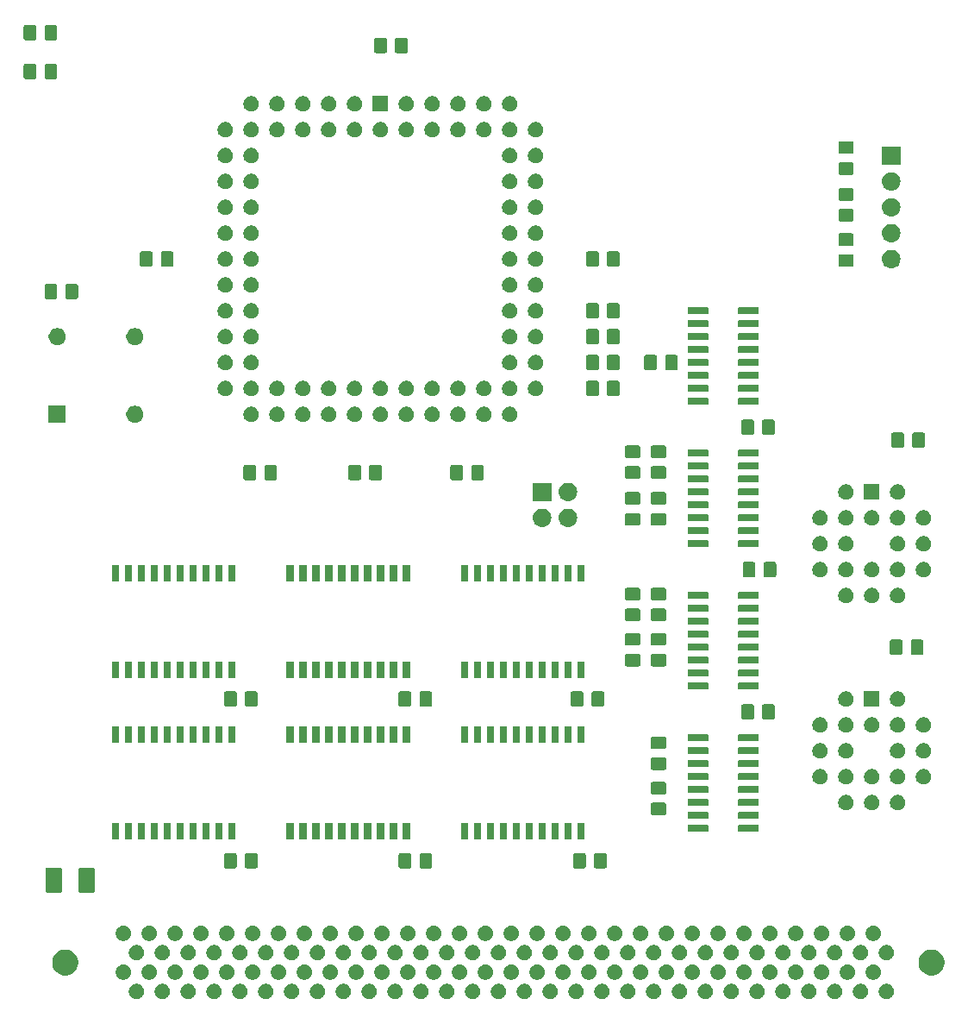
<source format=gbr>
G04 #@! TF.GenerationSoftware,KiCad,Pcbnew,(5.1.4)-1*
G04 #@! TF.CreationDate,2019-10-15T12:33:23-06:00*
G04 #@! TF.ProjectId,Minisys 186 CPU,4d696e69-7379-4732-9031-383620435055,rev?*
G04 #@! TF.SameCoordinates,Original*
G04 #@! TF.FileFunction,Soldermask,Top*
G04 #@! TF.FilePolarity,Negative*
%FSLAX46Y46*%
G04 Gerber Fmt 4.6, Leading zero omitted, Abs format (unit mm)*
G04 Created by KiCad (PCBNEW (5.1.4)-1) date 2019-10-15 12:33:23*
%MOMM*%
%LPD*%
G04 APERTURE LIST*
%ADD10C,0.100000*%
G04 APERTURE END LIST*
D10*
G36*
X90414425Y-117491599D02*
G01*
X90538621Y-117516302D01*
X90675022Y-117572801D01*
X90797779Y-117654825D01*
X90902175Y-117759221D01*
X90984199Y-117881978D01*
X91040698Y-118018379D01*
X91069500Y-118163181D01*
X91069500Y-118310819D01*
X91040698Y-118455621D01*
X90984199Y-118592022D01*
X90902175Y-118714779D01*
X90797779Y-118819175D01*
X90675022Y-118901199D01*
X90538621Y-118957698D01*
X90414425Y-118982401D01*
X90393820Y-118986500D01*
X90246180Y-118986500D01*
X90225575Y-118982401D01*
X90101379Y-118957698D01*
X89964978Y-118901199D01*
X89842221Y-118819175D01*
X89737825Y-118714779D01*
X89655801Y-118592022D01*
X89599302Y-118455621D01*
X89570500Y-118310819D01*
X89570500Y-118163181D01*
X89599302Y-118018379D01*
X89655801Y-117881978D01*
X89737825Y-117759221D01*
X89842221Y-117654825D01*
X89964978Y-117572801D01*
X90101379Y-117516302D01*
X90225575Y-117491599D01*
X90246180Y-117487500D01*
X90393820Y-117487500D01*
X90414425Y-117491599D01*
X90414425Y-117491599D01*
G37*
G36*
X52314425Y-117491599D02*
G01*
X52438621Y-117516302D01*
X52575022Y-117572801D01*
X52697779Y-117654825D01*
X52802175Y-117759221D01*
X52884199Y-117881978D01*
X52940698Y-118018379D01*
X52969500Y-118163181D01*
X52969500Y-118310819D01*
X52940698Y-118455621D01*
X52884199Y-118592022D01*
X52802175Y-118714779D01*
X52697779Y-118819175D01*
X52575022Y-118901199D01*
X52438621Y-118957698D01*
X52314425Y-118982401D01*
X52293820Y-118986500D01*
X52146180Y-118986500D01*
X52125575Y-118982401D01*
X52001379Y-118957698D01*
X51864978Y-118901199D01*
X51742221Y-118819175D01*
X51637825Y-118714779D01*
X51555801Y-118592022D01*
X51499302Y-118455621D01*
X51470500Y-118310819D01*
X51470500Y-118163181D01*
X51499302Y-118018379D01*
X51555801Y-117881978D01*
X51637825Y-117759221D01*
X51742221Y-117654825D01*
X51864978Y-117572801D01*
X52001379Y-117516302D01*
X52125575Y-117491599D01*
X52146180Y-117487500D01*
X52293820Y-117487500D01*
X52314425Y-117491599D01*
X52314425Y-117491599D01*
G37*
G36*
X92954425Y-117491599D02*
G01*
X93078621Y-117516302D01*
X93215022Y-117572801D01*
X93337779Y-117654825D01*
X93442175Y-117759221D01*
X93524199Y-117881978D01*
X93580698Y-118018379D01*
X93609500Y-118163181D01*
X93609500Y-118310819D01*
X93580698Y-118455621D01*
X93524199Y-118592022D01*
X93442175Y-118714779D01*
X93337779Y-118819175D01*
X93215022Y-118901199D01*
X93078621Y-118957698D01*
X92954425Y-118982401D01*
X92933820Y-118986500D01*
X92786180Y-118986500D01*
X92765575Y-118982401D01*
X92641379Y-118957698D01*
X92504978Y-118901199D01*
X92382221Y-118819175D01*
X92277825Y-118714779D01*
X92195801Y-118592022D01*
X92139302Y-118455621D01*
X92110500Y-118310819D01*
X92110500Y-118163181D01*
X92139302Y-118018379D01*
X92195801Y-117881978D01*
X92277825Y-117759221D01*
X92382221Y-117654825D01*
X92504978Y-117572801D01*
X92641379Y-117516302D01*
X92765575Y-117491599D01*
X92786180Y-117487500D01*
X92933820Y-117487500D01*
X92954425Y-117491599D01*
X92954425Y-117491599D01*
G37*
G36*
X108194425Y-117491599D02*
G01*
X108318621Y-117516302D01*
X108455022Y-117572801D01*
X108577779Y-117654825D01*
X108682175Y-117759221D01*
X108764199Y-117881978D01*
X108820698Y-118018379D01*
X108849500Y-118163181D01*
X108849500Y-118310819D01*
X108820698Y-118455621D01*
X108764199Y-118592022D01*
X108682175Y-118714779D01*
X108577779Y-118819175D01*
X108455022Y-118901199D01*
X108318621Y-118957698D01*
X108194425Y-118982401D01*
X108173820Y-118986500D01*
X108026180Y-118986500D01*
X108005575Y-118982401D01*
X107881379Y-118957698D01*
X107744978Y-118901199D01*
X107622221Y-118819175D01*
X107517825Y-118714779D01*
X107435801Y-118592022D01*
X107379302Y-118455621D01*
X107350500Y-118310819D01*
X107350500Y-118163181D01*
X107379302Y-118018379D01*
X107435801Y-117881978D01*
X107517825Y-117759221D01*
X107622221Y-117654825D01*
X107744978Y-117572801D01*
X107881379Y-117516302D01*
X108005575Y-117491599D01*
X108026180Y-117487500D01*
X108173820Y-117487500D01*
X108194425Y-117491599D01*
X108194425Y-117491599D01*
G37*
G36*
X103114425Y-117491599D02*
G01*
X103238621Y-117516302D01*
X103375022Y-117572801D01*
X103497779Y-117654825D01*
X103602175Y-117759221D01*
X103684199Y-117881978D01*
X103740698Y-118018379D01*
X103769500Y-118163181D01*
X103769500Y-118310819D01*
X103740698Y-118455621D01*
X103684199Y-118592022D01*
X103602175Y-118714779D01*
X103497779Y-118819175D01*
X103375022Y-118901199D01*
X103238621Y-118957698D01*
X103114425Y-118982401D01*
X103093820Y-118986500D01*
X102946180Y-118986500D01*
X102925575Y-118982401D01*
X102801379Y-118957698D01*
X102664978Y-118901199D01*
X102542221Y-118819175D01*
X102437825Y-118714779D01*
X102355801Y-118592022D01*
X102299302Y-118455621D01*
X102270500Y-118310819D01*
X102270500Y-118163181D01*
X102299302Y-118018379D01*
X102355801Y-117881978D01*
X102437825Y-117759221D01*
X102542221Y-117654825D01*
X102664978Y-117572801D01*
X102801379Y-117516302D01*
X102925575Y-117491599D01*
X102946180Y-117487500D01*
X103093820Y-117487500D01*
X103114425Y-117491599D01*
X103114425Y-117491599D01*
G37*
G36*
X100574425Y-117491599D02*
G01*
X100698621Y-117516302D01*
X100835022Y-117572801D01*
X100957779Y-117654825D01*
X101062175Y-117759221D01*
X101144199Y-117881978D01*
X101200698Y-118018379D01*
X101229500Y-118163181D01*
X101229500Y-118310819D01*
X101200698Y-118455621D01*
X101144199Y-118592022D01*
X101062175Y-118714779D01*
X100957779Y-118819175D01*
X100835022Y-118901199D01*
X100698621Y-118957698D01*
X100574425Y-118982401D01*
X100553820Y-118986500D01*
X100406180Y-118986500D01*
X100385575Y-118982401D01*
X100261379Y-118957698D01*
X100124978Y-118901199D01*
X100002221Y-118819175D01*
X99897825Y-118714779D01*
X99815801Y-118592022D01*
X99759302Y-118455621D01*
X99730500Y-118310819D01*
X99730500Y-118163181D01*
X99759302Y-118018379D01*
X99815801Y-117881978D01*
X99897825Y-117759221D01*
X100002221Y-117654825D01*
X100124978Y-117572801D01*
X100261379Y-117516302D01*
X100385575Y-117491599D01*
X100406180Y-117487500D01*
X100553820Y-117487500D01*
X100574425Y-117491599D01*
X100574425Y-117491599D01*
G37*
G36*
X98034425Y-117491599D02*
G01*
X98158621Y-117516302D01*
X98295022Y-117572801D01*
X98417779Y-117654825D01*
X98522175Y-117759221D01*
X98604199Y-117881978D01*
X98660698Y-118018379D01*
X98689500Y-118163181D01*
X98689500Y-118310819D01*
X98660698Y-118455621D01*
X98604199Y-118592022D01*
X98522175Y-118714779D01*
X98417779Y-118819175D01*
X98295022Y-118901199D01*
X98158621Y-118957698D01*
X98034425Y-118982401D01*
X98013820Y-118986500D01*
X97866180Y-118986500D01*
X97845575Y-118982401D01*
X97721379Y-118957698D01*
X97584978Y-118901199D01*
X97462221Y-118819175D01*
X97357825Y-118714779D01*
X97275801Y-118592022D01*
X97219302Y-118455621D01*
X97190500Y-118310819D01*
X97190500Y-118163181D01*
X97219302Y-118018379D01*
X97275801Y-117881978D01*
X97357825Y-117759221D01*
X97462221Y-117654825D01*
X97584978Y-117572801D01*
X97721379Y-117516302D01*
X97845575Y-117491599D01*
X97866180Y-117487500D01*
X98013820Y-117487500D01*
X98034425Y-117491599D01*
X98034425Y-117491599D01*
G37*
G36*
X95494425Y-117491599D02*
G01*
X95618621Y-117516302D01*
X95755022Y-117572801D01*
X95877779Y-117654825D01*
X95982175Y-117759221D01*
X96064199Y-117881978D01*
X96120698Y-118018379D01*
X96149500Y-118163181D01*
X96149500Y-118310819D01*
X96120698Y-118455621D01*
X96064199Y-118592022D01*
X95982175Y-118714779D01*
X95877779Y-118819175D01*
X95755022Y-118901199D01*
X95618621Y-118957698D01*
X95494425Y-118982401D01*
X95473820Y-118986500D01*
X95326180Y-118986500D01*
X95305575Y-118982401D01*
X95181379Y-118957698D01*
X95044978Y-118901199D01*
X94922221Y-118819175D01*
X94817825Y-118714779D01*
X94735801Y-118592022D01*
X94679302Y-118455621D01*
X94650500Y-118310819D01*
X94650500Y-118163181D01*
X94679302Y-118018379D01*
X94735801Y-117881978D01*
X94817825Y-117759221D01*
X94922221Y-117654825D01*
X95044978Y-117572801D01*
X95181379Y-117516302D01*
X95305575Y-117491599D01*
X95326180Y-117487500D01*
X95473820Y-117487500D01*
X95494425Y-117491599D01*
X95494425Y-117491599D01*
G37*
G36*
X34534425Y-117491599D02*
G01*
X34658621Y-117516302D01*
X34795022Y-117572801D01*
X34917779Y-117654825D01*
X35022175Y-117759221D01*
X35104199Y-117881978D01*
X35160698Y-118018379D01*
X35189500Y-118163181D01*
X35189500Y-118310819D01*
X35160698Y-118455621D01*
X35104199Y-118592022D01*
X35022175Y-118714779D01*
X34917779Y-118819175D01*
X34795022Y-118901199D01*
X34658621Y-118957698D01*
X34534425Y-118982401D01*
X34513820Y-118986500D01*
X34366180Y-118986500D01*
X34345575Y-118982401D01*
X34221379Y-118957698D01*
X34084978Y-118901199D01*
X33962221Y-118819175D01*
X33857825Y-118714779D01*
X33775801Y-118592022D01*
X33719302Y-118455621D01*
X33690500Y-118310819D01*
X33690500Y-118163181D01*
X33719302Y-118018379D01*
X33775801Y-117881978D01*
X33857825Y-117759221D01*
X33962221Y-117654825D01*
X34084978Y-117572801D01*
X34221379Y-117516302D01*
X34345575Y-117491599D01*
X34366180Y-117487500D01*
X34513820Y-117487500D01*
X34534425Y-117491599D01*
X34534425Y-117491599D01*
G37*
G36*
X37074425Y-117491599D02*
G01*
X37198621Y-117516302D01*
X37335022Y-117572801D01*
X37457779Y-117654825D01*
X37562175Y-117759221D01*
X37644199Y-117881978D01*
X37700698Y-118018379D01*
X37729500Y-118163181D01*
X37729500Y-118310819D01*
X37700698Y-118455621D01*
X37644199Y-118592022D01*
X37562175Y-118714779D01*
X37457779Y-118819175D01*
X37335022Y-118901199D01*
X37198621Y-118957698D01*
X37074425Y-118982401D01*
X37053820Y-118986500D01*
X36906180Y-118986500D01*
X36885575Y-118982401D01*
X36761379Y-118957698D01*
X36624978Y-118901199D01*
X36502221Y-118819175D01*
X36397825Y-118714779D01*
X36315801Y-118592022D01*
X36259302Y-118455621D01*
X36230500Y-118310819D01*
X36230500Y-118163181D01*
X36259302Y-118018379D01*
X36315801Y-117881978D01*
X36397825Y-117759221D01*
X36502221Y-117654825D01*
X36624978Y-117572801D01*
X36761379Y-117516302D01*
X36885575Y-117491599D01*
X36906180Y-117487500D01*
X37053820Y-117487500D01*
X37074425Y-117491599D01*
X37074425Y-117491599D01*
G37*
G36*
X39614425Y-117491599D02*
G01*
X39738621Y-117516302D01*
X39875022Y-117572801D01*
X39997779Y-117654825D01*
X40102175Y-117759221D01*
X40184199Y-117881978D01*
X40240698Y-118018379D01*
X40269500Y-118163181D01*
X40269500Y-118310819D01*
X40240698Y-118455621D01*
X40184199Y-118592022D01*
X40102175Y-118714779D01*
X39997779Y-118819175D01*
X39875022Y-118901199D01*
X39738621Y-118957698D01*
X39614425Y-118982401D01*
X39593820Y-118986500D01*
X39446180Y-118986500D01*
X39425575Y-118982401D01*
X39301379Y-118957698D01*
X39164978Y-118901199D01*
X39042221Y-118819175D01*
X38937825Y-118714779D01*
X38855801Y-118592022D01*
X38799302Y-118455621D01*
X38770500Y-118310819D01*
X38770500Y-118163181D01*
X38799302Y-118018379D01*
X38855801Y-117881978D01*
X38937825Y-117759221D01*
X39042221Y-117654825D01*
X39164978Y-117572801D01*
X39301379Y-117516302D01*
X39425575Y-117491599D01*
X39446180Y-117487500D01*
X39593820Y-117487500D01*
X39614425Y-117491599D01*
X39614425Y-117491599D01*
G37*
G36*
X42154425Y-117491599D02*
G01*
X42278621Y-117516302D01*
X42415022Y-117572801D01*
X42537779Y-117654825D01*
X42642175Y-117759221D01*
X42724199Y-117881978D01*
X42780698Y-118018379D01*
X42809500Y-118163181D01*
X42809500Y-118310819D01*
X42780698Y-118455621D01*
X42724199Y-118592022D01*
X42642175Y-118714779D01*
X42537779Y-118819175D01*
X42415022Y-118901199D01*
X42278621Y-118957698D01*
X42154425Y-118982401D01*
X42133820Y-118986500D01*
X41986180Y-118986500D01*
X41965575Y-118982401D01*
X41841379Y-118957698D01*
X41704978Y-118901199D01*
X41582221Y-118819175D01*
X41477825Y-118714779D01*
X41395801Y-118592022D01*
X41339302Y-118455621D01*
X41310500Y-118310819D01*
X41310500Y-118163181D01*
X41339302Y-118018379D01*
X41395801Y-117881978D01*
X41477825Y-117759221D01*
X41582221Y-117654825D01*
X41704978Y-117572801D01*
X41841379Y-117516302D01*
X41965575Y-117491599D01*
X41986180Y-117487500D01*
X42133820Y-117487500D01*
X42154425Y-117491599D01*
X42154425Y-117491599D01*
G37*
G36*
X44694425Y-117491599D02*
G01*
X44818621Y-117516302D01*
X44955022Y-117572801D01*
X45077779Y-117654825D01*
X45182175Y-117759221D01*
X45264199Y-117881978D01*
X45320698Y-118018379D01*
X45349500Y-118163181D01*
X45349500Y-118310819D01*
X45320698Y-118455621D01*
X45264199Y-118592022D01*
X45182175Y-118714779D01*
X45077779Y-118819175D01*
X44955022Y-118901199D01*
X44818621Y-118957698D01*
X44694425Y-118982401D01*
X44673820Y-118986500D01*
X44526180Y-118986500D01*
X44505575Y-118982401D01*
X44381379Y-118957698D01*
X44244978Y-118901199D01*
X44122221Y-118819175D01*
X44017825Y-118714779D01*
X43935801Y-118592022D01*
X43879302Y-118455621D01*
X43850500Y-118310819D01*
X43850500Y-118163181D01*
X43879302Y-118018379D01*
X43935801Y-117881978D01*
X44017825Y-117759221D01*
X44122221Y-117654825D01*
X44244978Y-117572801D01*
X44381379Y-117516302D01*
X44505575Y-117491599D01*
X44526180Y-117487500D01*
X44673820Y-117487500D01*
X44694425Y-117491599D01*
X44694425Y-117491599D01*
G37*
G36*
X47234425Y-117491599D02*
G01*
X47358621Y-117516302D01*
X47495022Y-117572801D01*
X47617779Y-117654825D01*
X47722175Y-117759221D01*
X47804199Y-117881978D01*
X47860698Y-118018379D01*
X47889500Y-118163181D01*
X47889500Y-118310819D01*
X47860698Y-118455621D01*
X47804199Y-118592022D01*
X47722175Y-118714779D01*
X47617779Y-118819175D01*
X47495022Y-118901199D01*
X47358621Y-118957698D01*
X47234425Y-118982401D01*
X47213820Y-118986500D01*
X47066180Y-118986500D01*
X47045575Y-118982401D01*
X46921379Y-118957698D01*
X46784978Y-118901199D01*
X46662221Y-118819175D01*
X46557825Y-118714779D01*
X46475801Y-118592022D01*
X46419302Y-118455621D01*
X46390500Y-118310819D01*
X46390500Y-118163181D01*
X46419302Y-118018379D01*
X46475801Y-117881978D01*
X46557825Y-117759221D01*
X46662221Y-117654825D01*
X46784978Y-117572801D01*
X46921379Y-117516302D01*
X47045575Y-117491599D01*
X47066180Y-117487500D01*
X47213820Y-117487500D01*
X47234425Y-117491599D01*
X47234425Y-117491599D01*
G37*
G36*
X49774425Y-117491599D02*
G01*
X49898621Y-117516302D01*
X50035022Y-117572801D01*
X50157779Y-117654825D01*
X50262175Y-117759221D01*
X50344199Y-117881978D01*
X50400698Y-118018379D01*
X50429500Y-118163181D01*
X50429500Y-118310819D01*
X50400698Y-118455621D01*
X50344199Y-118592022D01*
X50262175Y-118714779D01*
X50157779Y-118819175D01*
X50035022Y-118901199D01*
X49898621Y-118957698D01*
X49774425Y-118982401D01*
X49753820Y-118986500D01*
X49606180Y-118986500D01*
X49585575Y-118982401D01*
X49461379Y-118957698D01*
X49324978Y-118901199D01*
X49202221Y-118819175D01*
X49097825Y-118714779D01*
X49015801Y-118592022D01*
X48959302Y-118455621D01*
X48930500Y-118310819D01*
X48930500Y-118163181D01*
X48959302Y-118018379D01*
X49015801Y-117881978D01*
X49097825Y-117759221D01*
X49202221Y-117654825D01*
X49324978Y-117572801D01*
X49461379Y-117516302D01*
X49585575Y-117491599D01*
X49606180Y-117487500D01*
X49753820Y-117487500D01*
X49774425Y-117491599D01*
X49774425Y-117491599D01*
G37*
G36*
X105654425Y-117491599D02*
G01*
X105778621Y-117516302D01*
X105915022Y-117572801D01*
X106037779Y-117654825D01*
X106142175Y-117759221D01*
X106224199Y-117881978D01*
X106280698Y-118018379D01*
X106309500Y-118163181D01*
X106309500Y-118310819D01*
X106280698Y-118455621D01*
X106224199Y-118592022D01*
X106142175Y-118714779D01*
X106037779Y-118819175D01*
X105915022Y-118901199D01*
X105778621Y-118957698D01*
X105654425Y-118982401D01*
X105633820Y-118986500D01*
X105486180Y-118986500D01*
X105465575Y-118982401D01*
X105341379Y-118957698D01*
X105204978Y-118901199D01*
X105082221Y-118819175D01*
X104977825Y-118714779D01*
X104895801Y-118592022D01*
X104839302Y-118455621D01*
X104810500Y-118310819D01*
X104810500Y-118163181D01*
X104839302Y-118018379D01*
X104895801Y-117881978D01*
X104977825Y-117759221D01*
X105082221Y-117654825D01*
X105204978Y-117572801D01*
X105341379Y-117516302D01*
X105465575Y-117491599D01*
X105486180Y-117487500D01*
X105633820Y-117487500D01*
X105654425Y-117491599D01*
X105654425Y-117491599D01*
G37*
G36*
X57394425Y-117491599D02*
G01*
X57518621Y-117516302D01*
X57655022Y-117572801D01*
X57777779Y-117654825D01*
X57882175Y-117759221D01*
X57964199Y-117881978D01*
X58020698Y-118018379D01*
X58049500Y-118163181D01*
X58049500Y-118310819D01*
X58020698Y-118455621D01*
X57964199Y-118592022D01*
X57882175Y-118714779D01*
X57777779Y-118819175D01*
X57655022Y-118901199D01*
X57518621Y-118957698D01*
X57394425Y-118982401D01*
X57373820Y-118986500D01*
X57226180Y-118986500D01*
X57205575Y-118982401D01*
X57081379Y-118957698D01*
X56944978Y-118901199D01*
X56822221Y-118819175D01*
X56717825Y-118714779D01*
X56635801Y-118592022D01*
X56579302Y-118455621D01*
X56550500Y-118310819D01*
X56550500Y-118163181D01*
X56579302Y-118018379D01*
X56635801Y-117881978D01*
X56717825Y-117759221D01*
X56822221Y-117654825D01*
X56944978Y-117572801D01*
X57081379Y-117516302D01*
X57205575Y-117491599D01*
X57226180Y-117487500D01*
X57373820Y-117487500D01*
X57394425Y-117491599D01*
X57394425Y-117491599D01*
G37*
G36*
X54854425Y-117491599D02*
G01*
X54978621Y-117516302D01*
X55115022Y-117572801D01*
X55237779Y-117654825D01*
X55342175Y-117759221D01*
X55424199Y-117881978D01*
X55480698Y-118018379D01*
X55509500Y-118163181D01*
X55509500Y-118310819D01*
X55480698Y-118455621D01*
X55424199Y-118592022D01*
X55342175Y-118714779D01*
X55237779Y-118819175D01*
X55115022Y-118901199D01*
X54978621Y-118957698D01*
X54854425Y-118982401D01*
X54833820Y-118986500D01*
X54686180Y-118986500D01*
X54665575Y-118982401D01*
X54541379Y-118957698D01*
X54404978Y-118901199D01*
X54282221Y-118819175D01*
X54177825Y-118714779D01*
X54095801Y-118592022D01*
X54039302Y-118455621D01*
X54010500Y-118310819D01*
X54010500Y-118163181D01*
X54039302Y-118018379D01*
X54095801Y-117881978D01*
X54177825Y-117759221D01*
X54282221Y-117654825D01*
X54404978Y-117572801D01*
X54541379Y-117516302D01*
X54665575Y-117491599D01*
X54686180Y-117487500D01*
X54833820Y-117487500D01*
X54854425Y-117491599D01*
X54854425Y-117491599D01*
G37*
G36*
X87874425Y-117491599D02*
G01*
X87998621Y-117516302D01*
X88135022Y-117572801D01*
X88257779Y-117654825D01*
X88362175Y-117759221D01*
X88444199Y-117881978D01*
X88500698Y-118018379D01*
X88529500Y-118163181D01*
X88529500Y-118310819D01*
X88500698Y-118455621D01*
X88444199Y-118592022D01*
X88362175Y-118714779D01*
X88257779Y-118819175D01*
X88135022Y-118901199D01*
X87998621Y-118957698D01*
X87874425Y-118982401D01*
X87853820Y-118986500D01*
X87706180Y-118986500D01*
X87685575Y-118982401D01*
X87561379Y-118957698D01*
X87424978Y-118901199D01*
X87302221Y-118819175D01*
X87197825Y-118714779D01*
X87115801Y-118592022D01*
X87059302Y-118455621D01*
X87030500Y-118310819D01*
X87030500Y-118163181D01*
X87059302Y-118018379D01*
X87115801Y-117881978D01*
X87197825Y-117759221D01*
X87302221Y-117654825D01*
X87424978Y-117572801D01*
X87561379Y-117516302D01*
X87685575Y-117491599D01*
X87706180Y-117487500D01*
X87853820Y-117487500D01*
X87874425Y-117491599D01*
X87874425Y-117491599D01*
G37*
G36*
X85334425Y-117491599D02*
G01*
X85458621Y-117516302D01*
X85595022Y-117572801D01*
X85717779Y-117654825D01*
X85822175Y-117759221D01*
X85904199Y-117881978D01*
X85960698Y-118018379D01*
X85989500Y-118163181D01*
X85989500Y-118310819D01*
X85960698Y-118455621D01*
X85904199Y-118592022D01*
X85822175Y-118714779D01*
X85717779Y-118819175D01*
X85595022Y-118901199D01*
X85458621Y-118957698D01*
X85334425Y-118982401D01*
X85313820Y-118986500D01*
X85166180Y-118986500D01*
X85145575Y-118982401D01*
X85021379Y-118957698D01*
X84884978Y-118901199D01*
X84762221Y-118819175D01*
X84657825Y-118714779D01*
X84575801Y-118592022D01*
X84519302Y-118455621D01*
X84490500Y-118310819D01*
X84490500Y-118163181D01*
X84519302Y-118018379D01*
X84575801Y-117881978D01*
X84657825Y-117759221D01*
X84762221Y-117654825D01*
X84884978Y-117572801D01*
X85021379Y-117516302D01*
X85145575Y-117491599D01*
X85166180Y-117487500D01*
X85313820Y-117487500D01*
X85334425Y-117491599D01*
X85334425Y-117491599D01*
G37*
G36*
X82794425Y-117491599D02*
G01*
X82918621Y-117516302D01*
X83055022Y-117572801D01*
X83177779Y-117654825D01*
X83282175Y-117759221D01*
X83364199Y-117881978D01*
X83420698Y-118018379D01*
X83449500Y-118163181D01*
X83449500Y-118310819D01*
X83420698Y-118455621D01*
X83364199Y-118592022D01*
X83282175Y-118714779D01*
X83177779Y-118819175D01*
X83055022Y-118901199D01*
X82918621Y-118957698D01*
X82794425Y-118982401D01*
X82773820Y-118986500D01*
X82626180Y-118986500D01*
X82605575Y-118982401D01*
X82481379Y-118957698D01*
X82344978Y-118901199D01*
X82222221Y-118819175D01*
X82117825Y-118714779D01*
X82035801Y-118592022D01*
X81979302Y-118455621D01*
X81950500Y-118310819D01*
X81950500Y-118163181D01*
X81979302Y-118018379D01*
X82035801Y-117881978D01*
X82117825Y-117759221D01*
X82222221Y-117654825D01*
X82344978Y-117572801D01*
X82481379Y-117516302D01*
X82605575Y-117491599D01*
X82626180Y-117487500D01*
X82773820Y-117487500D01*
X82794425Y-117491599D01*
X82794425Y-117491599D01*
G37*
G36*
X80254425Y-117491599D02*
G01*
X80378621Y-117516302D01*
X80515022Y-117572801D01*
X80637779Y-117654825D01*
X80742175Y-117759221D01*
X80824199Y-117881978D01*
X80880698Y-118018379D01*
X80909500Y-118163181D01*
X80909500Y-118310819D01*
X80880698Y-118455621D01*
X80824199Y-118592022D01*
X80742175Y-118714779D01*
X80637779Y-118819175D01*
X80515022Y-118901199D01*
X80378621Y-118957698D01*
X80254425Y-118982401D01*
X80233820Y-118986500D01*
X80086180Y-118986500D01*
X80065575Y-118982401D01*
X79941379Y-118957698D01*
X79804978Y-118901199D01*
X79682221Y-118819175D01*
X79577825Y-118714779D01*
X79495801Y-118592022D01*
X79439302Y-118455621D01*
X79410500Y-118310819D01*
X79410500Y-118163181D01*
X79439302Y-118018379D01*
X79495801Y-117881978D01*
X79577825Y-117759221D01*
X79682221Y-117654825D01*
X79804978Y-117572801D01*
X79941379Y-117516302D01*
X80065575Y-117491599D01*
X80086180Y-117487500D01*
X80233820Y-117487500D01*
X80254425Y-117491599D01*
X80254425Y-117491599D01*
G37*
G36*
X77714425Y-117491599D02*
G01*
X77838621Y-117516302D01*
X77975022Y-117572801D01*
X78097779Y-117654825D01*
X78202175Y-117759221D01*
X78284199Y-117881978D01*
X78340698Y-118018379D01*
X78369500Y-118163181D01*
X78369500Y-118310819D01*
X78340698Y-118455621D01*
X78284199Y-118592022D01*
X78202175Y-118714779D01*
X78097779Y-118819175D01*
X77975022Y-118901199D01*
X77838621Y-118957698D01*
X77714425Y-118982401D01*
X77693820Y-118986500D01*
X77546180Y-118986500D01*
X77525575Y-118982401D01*
X77401379Y-118957698D01*
X77264978Y-118901199D01*
X77142221Y-118819175D01*
X77037825Y-118714779D01*
X76955801Y-118592022D01*
X76899302Y-118455621D01*
X76870500Y-118310819D01*
X76870500Y-118163181D01*
X76899302Y-118018379D01*
X76955801Y-117881978D01*
X77037825Y-117759221D01*
X77142221Y-117654825D01*
X77264978Y-117572801D01*
X77401379Y-117516302D01*
X77525575Y-117491599D01*
X77546180Y-117487500D01*
X77693820Y-117487500D01*
X77714425Y-117491599D01*
X77714425Y-117491599D01*
G37*
G36*
X75174425Y-117491599D02*
G01*
X75298621Y-117516302D01*
X75435022Y-117572801D01*
X75557779Y-117654825D01*
X75662175Y-117759221D01*
X75744199Y-117881978D01*
X75800698Y-118018379D01*
X75829500Y-118163181D01*
X75829500Y-118310819D01*
X75800698Y-118455621D01*
X75744199Y-118592022D01*
X75662175Y-118714779D01*
X75557779Y-118819175D01*
X75435022Y-118901199D01*
X75298621Y-118957698D01*
X75174425Y-118982401D01*
X75153820Y-118986500D01*
X75006180Y-118986500D01*
X74985575Y-118982401D01*
X74861379Y-118957698D01*
X74724978Y-118901199D01*
X74602221Y-118819175D01*
X74497825Y-118714779D01*
X74415801Y-118592022D01*
X74359302Y-118455621D01*
X74330500Y-118310819D01*
X74330500Y-118163181D01*
X74359302Y-118018379D01*
X74415801Y-117881978D01*
X74497825Y-117759221D01*
X74602221Y-117654825D01*
X74724978Y-117572801D01*
X74861379Y-117516302D01*
X74985575Y-117491599D01*
X75006180Y-117487500D01*
X75153820Y-117487500D01*
X75174425Y-117491599D01*
X75174425Y-117491599D01*
G37*
G36*
X72634425Y-117491599D02*
G01*
X72758621Y-117516302D01*
X72895022Y-117572801D01*
X73017779Y-117654825D01*
X73122175Y-117759221D01*
X73204199Y-117881978D01*
X73260698Y-118018379D01*
X73289500Y-118163181D01*
X73289500Y-118310819D01*
X73260698Y-118455621D01*
X73204199Y-118592022D01*
X73122175Y-118714779D01*
X73017779Y-118819175D01*
X72895022Y-118901199D01*
X72758621Y-118957698D01*
X72634425Y-118982401D01*
X72613820Y-118986500D01*
X72466180Y-118986500D01*
X72445575Y-118982401D01*
X72321379Y-118957698D01*
X72184978Y-118901199D01*
X72062221Y-118819175D01*
X71957825Y-118714779D01*
X71875801Y-118592022D01*
X71819302Y-118455621D01*
X71790500Y-118310819D01*
X71790500Y-118163181D01*
X71819302Y-118018379D01*
X71875801Y-117881978D01*
X71957825Y-117759221D01*
X72062221Y-117654825D01*
X72184978Y-117572801D01*
X72321379Y-117516302D01*
X72445575Y-117491599D01*
X72466180Y-117487500D01*
X72613820Y-117487500D01*
X72634425Y-117491599D01*
X72634425Y-117491599D01*
G37*
G36*
X70094425Y-117491599D02*
G01*
X70218621Y-117516302D01*
X70355022Y-117572801D01*
X70477779Y-117654825D01*
X70582175Y-117759221D01*
X70664199Y-117881978D01*
X70720698Y-118018379D01*
X70749500Y-118163181D01*
X70749500Y-118310819D01*
X70720698Y-118455621D01*
X70664199Y-118592022D01*
X70582175Y-118714779D01*
X70477779Y-118819175D01*
X70355022Y-118901199D01*
X70218621Y-118957698D01*
X70094425Y-118982401D01*
X70073820Y-118986500D01*
X69926180Y-118986500D01*
X69905575Y-118982401D01*
X69781379Y-118957698D01*
X69644978Y-118901199D01*
X69522221Y-118819175D01*
X69417825Y-118714779D01*
X69335801Y-118592022D01*
X69279302Y-118455621D01*
X69250500Y-118310819D01*
X69250500Y-118163181D01*
X69279302Y-118018379D01*
X69335801Y-117881978D01*
X69417825Y-117759221D01*
X69522221Y-117654825D01*
X69644978Y-117572801D01*
X69781379Y-117516302D01*
X69905575Y-117491599D01*
X69926180Y-117487500D01*
X70073820Y-117487500D01*
X70094425Y-117491599D01*
X70094425Y-117491599D01*
G37*
G36*
X67554425Y-117491599D02*
G01*
X67678621Y-117516302D01*
X67815022Y-117572801D01*
X67937779Y-117654825D01*
X68042175Y-117759221D01*
X68124199Y-117881978D01*
X68180698Y-118018379D01*
X68209500Y-118163181D01*
X68209500Y-118310819D01*
X68180698Y-118455621D01*
X68124199Y-118592022D01*
X68042175Y-118714779D01*
X67937779Y-118819175D01*
X67815022Y-118901199D01*
X67678621Y-118957698D01*
X67554425Y-118982401D01*
X67533820Y-118986500D01*
X67386180Y-118986500D01*
X67365575Y-118982401D01*
X67241379Y-118957698D01*
X67104978Y-118901199D01*
X66982221Y-118819175D01*
X66877825Y-118714779D01*
X66795801Y-118592022D01*
X66739302Y-118455621D01*
X66710500Y-118310819D01*
X66710500Y-118163181D01*
X66739302Y-118018379D01*
X66795801Y-117881978D01*
X66877825Y-117759221D01*
X66982221Y-117654825D01*
X67104978Y-117572801D01*
X67241379Y-117516302D01*
X67365575Y-117491599D01*
X67386180Y-117487500D01*
X67533820Y-117487500D01*
X67554425Y-117491599D01*
X67554425Y-117491599D01*
G37*
G36*
X65014425Y-117491599D02*
G01*
X65138621Y-117516302D01*
X65275022Y-117572801D01*
X65397779Y-117654825D01*
X65502175Y-117759221D01*
X65584199Y-117881978D01*
X65640698Y-118018379D01*
X65669500Y-118163181D01*
X65669500Y-118310819D01*
X65640698Y-118455621D01*
X65584199Y-118592022D01*
X65502175Y-118714779D01*
X65397779Y-118819175D01*
X65275022Y-118901199D01*
X65138621Y-118957698D01*
X65014425Y-118982401D01*
X64993820Y-118986500D01*
X64846180Y-118986500D01*
X64825575Y-118982401D01*
X64701379Y-118957698D01*
X64564978Y-118901199D01*
X64442221Y-118819175D01*
X64337825Y-118714779D01*
X64255801Y-118592022D01*
X64199302Y-118455621D01*
X64170500Y-118310819D01*
X64170500Y-118163181D01*
X64199302Y-118018379D01*
X64255801Y-117881978D01*
X64337825Y-117759221D01*
X64442221Y-117654825D01*
X64564978Y-117572801D01*
X64701379Y-117516302D01*
X64825575Y-117491599D01*
X64846180Y-117487500D01*
X64993820Y-117487500D01*
X65014425Y-117491599D01*
X65014425Y-117491599D01*
G37*
G36*
X62474425Y-117491599D02*
G01*
X62598621Y-117516302D01*
X62735022Y-117572801D01*
X62857779Y-117654825D01*
X62962175Y-117759221D01*
X63044199Y-117881978D01*
X63100698Y-118018379D01*
X63129500Y-118163181D01*
X63129500Y-118310819D01*
X63100698Y-118455621D01*
X63044199Y-118592022D01*
X62962175Y-118714779D01*
X62857779Y-118819175D01*
X62735022Y-118901199D01*
X62598621Y-118957698D01*
X62474425Y-118982401D01*
X62453820Y-118986500D01*
X62306180Y-118986500D01*
X62285575Y-118982401D01*
X62161379Y-118957698D01*
X62024978Y-118901199D01*
X61902221Y-118819175D01*
X61797825Y-118714779D01*
X61715801Y-118592022D01*
X61659302Y-118455621D01*
X61630500Y-118310819D01*
X61630500Y-118163181D01*
X61659302Y-118018379D01*
X61715801Y-117881978D01*
X61797825Y-117759221D01*
X61902221Y-117654825D01*
X62024978Y-117572801D01*
X62161379Y-117516302D01*
X62285575Y-117491599D01*
X62306180Y-117487500D01*
X62453820Y-117487500D01*
X62474425Y-117491599D01*
X62474425Y-117491599D01*
G37*
G36*
X59934425Y-117491599D02*
G01*
X60058621Y-117516302D01*
X60195022Y-117572801D01*
X60317779Y-117654825D01*
X60422175Y-117759221D01*
X60504199Y-117881978D01*
X60560698Y-118018379D01*
X60589500Y-118163181D01*
X60589500Y-118310819D01*
X60560698Y-118455621D01*
X60504199Y-118592022D01*
X60422175Y-118714779D01*
X60317779Y-118819175D01*
X60195022Y-118901199D01*
X60058621Y-118957698D01*
X59934425Y-118982401D01*
X59913820Y-118986500D01*
X59766180Y-118986500D01*
X59745575Y-118982401D01*
X59621379Y-118957698D01*
X59484978Y-118901199D01*
X59362221Y-118819175D01*
X59257825Y-118714779D01*
X59175801Y-118592022D01*
X59119302Y-118455621D01*
X59090500Y-118310819D01*
X59090500Y-118163181D01*
X59119302Y-118018379D01*
X59175801Y-117881978D01*
X59257825Y-117759221D01*
X59362221Y-117654825D01*
X59484978Y-117572801D01*
X59621379Y-117516302D01*
X59745575Y-117491599D01*
X59766180Y-117487500D01*
X59913820Y-117487500D01*
X59934425Y-117491599D01*
X59934425Y-117491599D01*
G37*
G36*
X78984425Y-115586599D02*
G01*
X79108621Y-115611302D01*
X79245022Y-115667801D01*
X79367779Y-115749825D01*
X79472175Y-115854221D01*
X79554199Y-115976978D01*
X79610698Y-116113379D01*
X79639500Y-116258181D01*
X79639500Y-116405819D01*
X79610698Y-116550621D01*
X79554199Y-116687022D01*
X79472175Y-116809779D01*
X79367779Y-116914175D01*
X79245022Y-116996199D01*
X79108621Y-117052698D01*
X78984425Y-117077401D01*
X78963820Y-117081500D01*
X78816180Y-117081500D01*
X78795575Y-117077401D01*
X78671379Y-117052698D01*
X78534978Y-116996199D01*
X78412221Y-116914175D01*
X78307825Y-116809779D01*
X78225801Y-116687022D01*
X78169302Y-116550621D01*
X78140500Y-116405819D01*
X78140500Y-116258181D01*
X78169302Y-116113379D01*
X78225801Y-115976978D01*
X78307825Y-115854221D01*
X78412221Y-115749825D01*
X78534978Y-115667801D01*
X78671379Y-115611302D01*
X78795575Y-115586599D01*
X78816180Y-115582500D01*
X78963820Y-115582500D01*
X78984425Y-115586599D01*
X78984425Y-115586599D01*
G37*
G36*
X43424425Y-115586599D02*
G01*
X43548621Y-115611302D01*
X43685022Y-115667801D01*
X43807779Y-115749825D01*
X43912175Y-115854221D01*
X43994199Y-115976978D01*
X44050698Y-116113379D01*
X44079500Y-116258181D01*
X44079500Y-116405819D01*
X44050698Y-116550621D01*
X43994199Y-116687022D01*
X43912175Y-116809779D01*
X43807779Y-116914175D01*
X43685022Y-116996199D01*
X43548621Y-117052698D01*
X43424425Y-117077401D01*
X43403820Y-117081500D01*
X43256180Y-117081500D01*
X43235575Y-117077401D01*
X43111379Y-117052698D01*
X42974978Y-116996199D01*
X42852221Y-116914175D01*
X42747825Y-116809779D01*
X42665801Y-116687022D01*
X42609302Y-116550621D01*
X42580500Y-116405819D01*
X42580500Y-116258181D01*
X42609302Y-116113379D01*
X42665801Y-115976978D01*
X42747825Y-115854221D01*
X42852221Y-115749825D01*
X42974978Y-115667801D01*
X43111379Y-115611302D01*
X43235575Y-115586599D01*
X43256180Y-115582500D01*
X43403820Y-115582500D01*
X43424425Y-115586599D01*
X43424425Y-115586599D01*
G37*
G36*
X45964425Y-115586599D02*
G01*
X46088621Y-115611302D01*
X46225022Y-115667801D01*
X46347779Y-115749825D01*
X46452175Y-115854221D01*
X46534199Y-115976978D01*
X46590698Y-116113379D01*
X46619500Y-116258181D01*
X46619500Y-116405819D01*
X46590698Y-116550621D01*
X46534199Y-116687022D01*
X46452175Y-116809779D01*
X46347779Y-116914175D01*
X46225022Y-116996199D01*
X46088621Y-117052698D01*
X45964425Y-117077401D01*
X45943820Y-117081500D01*
X45796180Y-117081500D01*
X45775575Y-117077401D01*
X45651379Y-117052698D01*
X45514978Y-116996199D01*
X45392221Y-116914175D01*
X45287825Y-116809779D01*
X45205801Y-116687022D01*
X45149302Y-116550621D01*
X45120500Y-116405819D01*
X45120500Y-116258181D01*
X45149302Y-116113379D01*
X45205801Y-115976978D01*
X45287825Y-115854221D01*
X45392221Y-115749825D01*
X45514978Y-115667801D01*
X45651379Y-115611302D01*
X45775575Y-115586599D01*
X45796180Y-115582500D01*
X45943820Y-115582500D01*
X45964425Y-115586599D01*
X45964425Y-115586599D01*
G37*
G36*
X76444425Y-115586599D02*
G01*
X76568621Y-115611302D01*
X76705022Y-115667801D01*
X76827779Y-115749825D01*
X76932175Y-115854221D01*
X77014199Y-115976978D01*
X77070698Y-116113379D01*
X77099500Y-116258181D01*
X77099500Y-116405819D01*
X77070698Y-116550621D01*
X77014199Y-116687022D01*
X76932175Y-116809779D01*
X76827779Y-116914175D01*
X76705022Y-116996199D01*
X76568621Y-117052698D01*
X76444425Y-117077401D01*
X76423820Y-117081500D01*
X76276180Y-117081500D01*
X76255575Y-117077401D01*
X76131379Y-117052698D01*
X75994978Y-116996199D01*
X75872221Y-116914175D01*
X75767825Y-116809779D01*
X75685801Y-116687022D01*
X75629302Y-116550621D01*
X75600500Y-116405819D01*
X75600500Y-116258181D01*
X75629302Y-116113379D01*
X75685801Y-115976978D01*
X75767825Y-115854221D01*
X75872221Y-115749825D01*
X75994978Y-115667801D01*
X76131379Y-115611302D01*
X76255575Y-115586599D01*
X76276180Y-115582500D01*
X76423820Y-115582500D01*
X76444425Y-115586599D01*
X76444425Y-115586599D01*
G37*
G36*
X48504425Y-115586599D02*
G01*
X48628621Y-115611302D01*
X48765022Y-115667801D01*
X48887779Y-115749825D01*
X48992175Y-115854221D01*
X49074199Y-115976978D01*
X49130698Y-116113379D01*
X49159500Y-116258181D01*
X49159500Y-116405819D01*
X49130698Y-116550621D01*
X49074199Y-116687022D01*
X48992175Y-116809779D01*
X48887779Y-116914175D01*
X48765022Y-116996199D01*
X48628621Y-117052698D01*
X48504425Y-117077401D01*
X48483820Y-117081500D01*
X48336180Y-117081500D01*
X48315575Y-117077401D01*
X48191379Y-117052698D01*
X48054978Y-116996199D01*
X47932221Y-116914175D01*
X47827825Y-116809779D01*
X47745801Y-116687022D01*
X47689302Y-116550621D01*
X47660500Y-116405819D01*
X47660500Y-116258181D01*
X47689302Y-116113379D01*
X47745801Y-115976978D01*
X47827825Y-115854221D01*
X47932221Y-115749825D01*
X48054978Y-115667801D01*
X48191379Y-115611302D01*
X48315575Y-115586599D01*
X48336180Y-115582500D01*
X48483820Y-115582500D01*
X48504425Y-115586599D01*
X48504425Y-115586599D01*
G37*
G36*
X51044425Y-115586599D02*
G01*
X51168621Y-115611302D01*
X51305022Y-115667801D01*
X51427779Y-115749825D01*
X51532175Y-115854221D01*
X51614199Y-115976978D01*
X51670698Y-116113379D01*
X51699500Y-116258181D01*
X51699500Y-116405819D01*
X51670698Y-116550621D01*
X51614199Y-116687022D01*
X51532175Y-116809779D01*
X51427779Y-116914175D01*
X51305022Y-116996199D01*
X51168621Y-117052698D01*
X51044425Y-117077401D01*
X51023820Y-117081500D01*
X50876180Y-117081500D01*
X50855575Y-117077401D01*
X50731379Y-117052698D01*
X50594978Y-116996199D01*
X50472221Y-116914175D01*
X50367825Y-116809779D01*
X50285801Y-116687022D01*
X50229302Y-116550621D01*
X50200500Y-116405819D01*
X50200500Y-116258181D01*
X50229302Y-116113379D01*
X50285801Y-115976978D01*
X50367825Y-115854221D01*
X50472221Y-115749825D01*
X50594978Y-115667801D01*
X50731379Y-115611302D01*
X50855575Y-115586599D01*
X50876180Y-115582500D01*
X51023820Y-115582500D01*
X51044425Y-115586599D01*
X51044425Y-115586599D01*
G37*
G36*
X73904425Y-115586599D02*
G01*
X74028621Y-115611302D01*
X74165022Y-115667801D01*
X74287779Y-115749825D01*
X74392175Y-115854221D01*
X74474199Y-115976978D01*
X74530698Y-116113379D01*
X74559500Y-116258181D01*
X74559500Y-116405819D01*
X74530698Y-116550621D01*
X74474199Y-116687022D01*
X74392175Y-116809779D01*
X74287779Y-116914175D01*
X74165022Y-116996199D01*
X74028621Y-117052698D01*
X73904425Y-117077401D01*
X73883820Y-117081500D01*
X73736180Y-117081500D01*
X73715575Y-117077401D01*
X73591379Y-117052698D01*
X73454978Y-116996199D01*
X73332221Y-116914175D01*
X73227825Y-116809779D01*
X73145801Y-116687022D01*
X73089302Y-116550621D01*
X73060500Y-116405819D01*
X73060500Y-116258181D01*
X73089302Y-116113379D01*
X73145801Y-115976978D01*
X73227825Y-115854221D01*
X73332221Y-115749825D01*
X73454978Y-115667801D01*
X73591379Y-115611302D01*
X73715575Y-115586599D01*
X73736180Y-115582500D01*
X73883820Y-115582500D01*
X73904425Y-115586599D01*
X73904425Y-115586599D01*
G37*
G36*
X53584425Y-115586599D02*
G01*
X53708621Y-115611302D01*
X53845022Y-115667801D01*
X53967779Y-115749825D01*
X54072175Y-115854221D01*
X54154199Y-115976978D01*
X54210698Y-116113379D01*
X54239500Y-116258181D01*
X54239500Y-116405819D01*
X54210698Y-116550621D01*
X54154199Y-116687022D01*
X54072175Y-116809779D01*
X53967779Y-116914175D01*
X53845022Y-116996199D01*
X53708621Y-117052698D01*
X53584425Y-117077401D01*
X53563820Y-117081500D01*
X53416180Y-117081500D01*
X53395575Y-117077401D01*
X53271379Y-117052698D01*
X53134978Y-116996199D01*
X53012221Y-116914175D01*
X52907825Y-116809779D01*
X52825801Y-116687022D01*
X52769302Y-116550621D01*
X52740500Y-116405819D01*
X52740500Y-116258181D01*
X52769302Y-116113379D01*
X52825801Y-115976978D01*
X52907825Y-115854221D01*
X53012221Y-115749825D01*
X53134978Y-115667801D01*
X53271379Y-115611302D01*
X53395575Y-115586599D01*
X53416180Y-115582500D01*
X53563820Y-115582500D01*
X53584425Y-115586599D01*
X53584425Y-115586599D01*
G37*
G36*
X56124425Y-115586599D02*
G01*
X56248621Y-115611302D01*
X56385022Y-115667801D01*
X56507779Y-115749825D01*
X56612175Y-115854221D01*
X56694199Y-115976978D01*
X56750698Y-116113379D01*
X56779500Y-116258181D01*
X56779500Y-116405819D01*
X56750698Y-116550621D01*
X56694199Y-116687022D01*
X56612175Y-116809779D01*
X56507779Y-116914175D01*
X56385022Y-116996199D01*
X56248621Y-117052698D01*
X56124425Y-117077401D01*
X56103820Y-117081500D01*
X55956180Y-117081500D01*
X55935575Y-117077401D01*
X55811379Y-117052698D01*
X55674978Y-116996199D01*
X55552221Y-116914175D01*
X55447825Y-116809779D01*
X55365801Y-116687022D01*
X55309302Y-116550621D01*
X55280500Y-116405819D01*
X55280500Y-116258181D01*
X55309302Y-116113379D01*
X55365801Y-115976978D01*
X55447825Y-115854221D01*
X55552221Y-115749825D01*
X55674978Y-115667801D01*
X55811379Y-115611302D01*
X55935575Y-115586599D01*
X55956180Y-115582500D01*
X56103820Y-115582500D01*
X56124425Y-115586599D01*
X56124425Y-115586599D01*
G37*
G36*
X71364425Y-115586599D02*
G01*
X71488621Y-115611302D01*
X71625022Y-115667801D01*
X71747779Y-115749825D01*
X71852175Y-115854221D01*
X71934199Y-115976978D01*
X71990698Y-116113379D01*
X72019500Y-116258181D01*
X72019500Y-116405819D01*
X71990698Y-116550621D01*
X71934199Y-116687022D01*
X71852175Y-116809779D01*
X71747779Y-116914175D01*
X71625022Y-116996199D01*
X71488621Y-117052698D01*
X71364425Y-117077401D01*
X71343820Y-117081500D01*
X71196180Y-117081500D01*
X71175575Y-117077401D01*
X71051379Y-117052698D01*
X70914978Y-116996199D01*
X70792221Y-116914175D01*
X70687825Y-116809779D01*
X70605801Y-116687022D01*
X70549302Y-116550621D01*
X70520500Y-116405819D01*
X70520500Y-116258181D01*
X70549302Y-116113379D01*
X70605801Y-115976978D01*
X70687825Y-115854221D01*
X70792221Y-115749825D01*
X70914978Y-115667801D01*
X71051379Y-115611302D01*
X71175575Y-115586599D01*
X71196180Y-115582500D01*
X71343820Y-115582500D01*
X71364425Y-115586599D01*
X71364425Y-115586599D01*
G37*
G36*
X58664425Y-115586599D02*
G01*
X58788621Y-115611302D01*
X58925022Y-115667801D01*
X59047779Y-115749825D01*
X59152175Y-115854221D01*
X59234199Y-115976978D01*
X59290698Y-116113379D01*
X59319500Y-116258181D01*
X59319500Y-116405819D01*
X59290698Y-116550621D01*
X59234199Y-116687022D01*
X59152175Y-116809779D01*
X59047779Y-116914175D01*
X58925022Y-116996199D01*
X58788621Y-117052698D01*
X58664425Y-117077401D01*
X58643820Y-117081500D01*
X58496180Y-117081500D01*
X58475575Y-117077401D01*
X58351379Y-117052698D01*
X58214978Y-116996199D01*
X58092221Y-116914175D01*
X57987825Y-116809779D01*
X57905801Y-116687022D01*
X57849302Y-116550621D01*
X57820500Y-116405819D01*
X57820500Y-116258181D01*
X57849302Y-116113379D01*
X57905801Y-115976978D01*
X57987825Y-115854221D01*
X58092221Y-115749825D01*
X58214978Y-115667801D01*
X58351379Y-115611302D01*
X58475575Y-115586599D01*
X58496180Y-115582500D01*
X58643820Y-115582500D01*
X58664425Y-115586599D01*
X58664425Y-115586599D01*
G37*
G36*
X61204425Y-115586599D02*
G01*
X61328621Y-115611302D01*
X61465022Y-115667801D01*
X61587779Y-115749825D01*
X61692175Y-115854221D01*
X61774199Y-115976978D01*
X61830698Y-116113379D01*
X61859500Y-116258181D01*
X61859500Y-116405819D01*
X61830698Y-116550621D01*
X61774199Y-116687022D01*
X61692175Y-116809779D01*
X61587779Y-116914175D01*
X61465022Y-116996199D01*
X61328621Y-117052698D01*
X61204425Y-117077401D01*
X61183820Y-117081500D01*
X61036180Y-117081500D01*
X61015575Y-117077401D01*
X60891379Y-117052698D01*
X60754978Y-116996199D01*
X60632221Y-116914175D01*
X60527825Y-116809779D01*
X60445801Y-116687022D01*
X60389302Y-116550621D01*
X60360500Y-116405819D01*
X60360500Y-116258181D01*
X60389302Y-116113379D01*
X60445801Y-115976978D01*
X60527825Y-115854221D01*
X60632221Y-115749825D01*
X60754978Y-115667801D01*
X60891379Y-115611302D01*
X61015575Y-115586599D01*
X61036180Y-115582500D01*
X61183820Y-115582500D01*
X61204425Y-115586599D01*
X61204425Y-115586599D01*
G37*
G36*
X68824425Y-115586599D02*
G01*
X68948621Y-115611302D01*
X69085022Y-115667801D01*
X69207779Y-115749825D01*
X69312175Y-115854221D01*
X69394199Y-115976978D01*
X69450698Y-116113379D01*
X69479500Y-116258181D01*
X69479500Y-116405819D01*
X69450698Y-116550621D01*
X69394199Y-116687022D01*
X69312175Y-116809779D01*
X69207779Y-116914175D01*
X69085022Y-116996199D01*
X68948621Y-117052698D01*
X68824425Y-117077401D01*
X68803820Y-117081500D01*
X68656180Y-117081500D01*
X68635575Y-117077401D01*
X68511379Y-117052698D01*
X68374978Y-116996199D01*
X68252221Y-116914175D01*
X68147825Y-116809779D01*
X68065801Y-116687022D01*
X68009302Y-116550621D01*
X67980500Y-116405819D01*
X67980500Y-116258181D01*
X68009302Y-116113379D01*
X68065801Y-115976978D01*
X68147825Y-115854221D01*
X68252221Y-115749825D01*
X68374978Y-115667801D01*
X68511379Y-115611302D01*
X68635575Y-115586599D01*
X68656180Y-115582500D01*
X68803820Y-115582500D01*
X68824425Y-115586599D01*
X68824425Y-115586599D01*
G37*
G36*
X63744425Y-115586599D02*
G01*
X63868621Y-115611302D01*
X64005022Y-115667801D01*
X64127779Y-115749825D01*
X64232175Y-115854221D01*
X64314199Y-115976978D01*
X64370698Y-116113379D01*
X64399500Y-116258181D01*
X64399500Y-116405819D01*
X64370698Y-116550621D01*
X64314199Y-116687022D01*
X64232175Y-116809779D01*
X64127779Y-116914175D01*
X64005022Y-116996199D01*
X63868621Y-117052698D01*
X63744425Y-117077401D01*
X63723820Y-117081500D01*
X63576180Y-117081500D01*
X63555575Y-117077401D01*
X63431379Y-117052698D01*
X63294978Y-116996199D01*
X63172221Y-116914175D01*
X63067825Y-116809779D01*
X62985801Y-116687022D01*
X62929302Y-116550621D01*
X62900500Y-116405819D01*
X62900500Y-116258181D01*
X62929302Y-116113379D01*
X62985801Y-115976978D01*
X63067825Y-115854221D01*
X63172221Y-115749825D01*
X63294978Y-115667801D01*
X63431379Y-115611302D01*
X63555575Y-115586599D01*
X63576180Y-115582500D01*
X63723820Y-115582500D01*
X63744425Y-115586599D01*
X63744425Y-115586599D01*
G37*
G36*
X101844425Y-115586599D02*
G01*
X101968621Y-115611302D01*
X102105022Y-115667801D01*
X102227779Y-115749825D01*
X102332175Y-115854221D01*
X102414199Y-115976978D01*
X102470698Y-116113379D01*
X102499500Y-116258181D01*
X102499500Y-116405819D01*
X102470698Y-116550621D01*
X102414199Y-116687022D01*
X102332175Y-116809779D01*
X102227779Y-116914175D01*
X102105022Y-116996199D01*
X101968621Y-117052698D01*
X101844425Y-117077401D01*
X101823820Y-117081500D01*
X101676180Y-117081500D01*
X101655575Y-117077401D01*
X101531379Y-117052698D01*
X101394978Y-116996199D01*
X101272221Y-116914175D01*
X101167825Y-116809779D01*
X101085801Y-116687022D01*
X101029302Y-116550621D01*
X101000500Y-116405819D01*
X101000500Y-116258181D01*
X101029302Y-116113379D01*
X101085801Y-115976978D01*
X101167825Y-115854221D01*
X101272221Y-115749825D01*
X101394978Y-115667801D01*
X101531379Y-115611302D01*
X101655575Y-115586599D01*
X101676180Y-115582500D01*
X101823820Y-115582500D01*
X101844425Y-115586599D01*
X101844425Y-115586599D01*
G37*
G36*
X38344425Y-115586599D02*
G01*
X38468621Y-115611302D01*
X38605022Y-115667801D01*
X38727779Y-115749825D01*
X38832175Y-115854221D01*
X38914199Y-115976978D01*
X38970698Y-116113379D01*
X38999500Y-116258181D01*
X38999500Y-116405819D01*
X38970698Y-116550621D01*
X38914199Y-116687022D01*
X38832175Y-116809779D01*
X38727779Y-116914175D01*
X38605022Y-116996199D01*
X38468621Y-117052698D01*
X38344425Y-117077401D01*
X38323820Y-117081500D01*
X38176180Y-117081500D01*
X38155575Y-117077401D01*
X38031379Y-117052698D01*
X37894978Y-116996199D01*
X37772221Y-116914175D01*
X37667825Y-116809779D01*
X37585801Y-116687022D01*
X37529302Y-116550621D01*
X37500500Y-116405819D01*
X37500500Y-116258181D01*
X37529302Y-116113379D01*
X37585801Y-115976978D01*
X37667825Y-115854221D01*
X37772221Y-115749825D01*
X37894978Y-115667801D01*
X38031379Y-115611302D01*
X38155575Y-115586599D01*
X38176180Y-115582500D01*
X38323820Y-115582500D01*
X38344425Y-115586599D01*
X38344425Y-115586599D01*
G37*
G36*
X66284425Y-115586599D02*
G01*
X66408621Y-115611302D01*
X66545022Y-115667801D01*
X66667779Y-115749825D01*
X66772175Y-115854221D01*
X66854199Y-115976978D01*
X66910698Y-116113379D01*
X66939500Y-116258181D01*
X66939500Y-116405819D01*
X66910698Y-116550621D01*
X66854199Y-116687022D01*
X66772175Y-116809779D01*
X66667779Y-116914175D01*
X66545022Y-116996199D01*
X66408621Y-117052698D01*
X66284425Y-117077401D01*
X66263820Y-117081500D01*
X66116180Y-117081500D01*
X66095575Y-117077401D01*
X65971379Y-117052698D01*
X65834978Y-116996199D01*
X65712221Y-116914175D01*
X65607825Y-116809779D01*
X65525801Y-116687022D01*
X65469302Y-116550621D01*
X65440500Y-116405819D01*
X65440500Y-116258181D01*
X65469302Y-116113379D01*
X65525801Y-115976978D01*
X65607825Y-115854221D01*
X65712221Y-115749825D01*
X65834978Y-115667801D01*
X65971379Y-115611302D01*
X66095575Y-115586599D01*
X66116180Y-115582500D01*
X66263820Y-115582500D01*
X66284425Y-115586599D01*
X66284425Y-115586599D01*
G37*
G36*
X106924425Y-115586599D02*
G01*
X107048621Y-115611302D01*
X107185022Y-115667801D01*
X107307779Y-115749825D01*
X107412175Y-115854221D01*
X107494199Y-115976978D01*
X107550698Y-116113379D01*
X107579500Y-116258181D01*
X107579500Y-116405819D01*
X107550698Y-116550621D01*
X107494199Y-116687022D01*
X107412175Y-116809779D01*
X107307779Y-116914175D01*
X107185022Y-116996199D01*
X107048621Y-117052698D01*
X106924425Y-117077401D01*
X106903820Y-117081500D01*
X106756180Y-117081500D01*
X106735575Y-117077401D01*
X106611379Y-117052698D01*
X106474978Y-116996199D01*
X106352221Y-116914175D01*
X106247825Y-116809779D01*
X106165801Y-116687022D01*
X106109302Y-116550621D01*
X106080500Y-116405819D01*
X106080500Y-116258181D01*
X106109302Y-116113379D01*
X106165801Y-115976978D01*
X106247825Y-115854221D01*
X106352221Y-115749825D01*
X106474978Y-115667801D01*
X106611379Y-115611302D01*
X106735575Y-115586599D01*
X106756180Y-115582500D01*
X106903820Y-115582500D01*
X106924425Y-115586599D01*
X106924425Y-115586599D01*
G37*
G36*
X91684425Y-115586599D02*
G01*
X91808621Y-115611302D01*
X91945022Y-115667801D01*
X92067779Y-115749825D01*
X92172175Y-115854221D01*
X92254199Y-115976978D01*
X92310698Y-116113379D01*
X92339500Y-116258181D01*
X92339500Y-116405819D01*
X92310698Y-116550621D01*
X92254199Y-116687022D01*
X92172175Y-116809779D01*
X92067779Y-116914175D01*
X91945022Y-116996199D01*
X91808621Y-117052698D01*
X91684425Y-117077401D01*
X91663820Y-117081500D01*
X91516180Y-117081500D01*
X91495575Y-117077401D01*
X91371379Y-117052698D01*
X91234978Y-116996199D01*
X91112221Y-116914175D01*
X91007825Y-116809779D01*
X90925801Y-116687022D01*
X90869302Y-116550621D01*
X90840500Y-116405819D01*
X90840500Y-116258181D01*
X90869302Y-116113379D01*
X90925801Y-115976978D01*
X91007825Y-115854221D01*
X91112221Y-115749825D01*
X91234978Y-115667801D01*
X91371379Y-115611302D01*
X91495575Y-115586599D01*
X91516180Y-115582500D01*
X91663820Y-115582500D01*
X91684425Y-115586599D01*
X91684425Y-115586599D01*
G37*
G36*
X89144425Y-115586599D02*
G01*
X89268621Y-115611302D01*
X89405022Y-115667801D01*
X89527779Y-115749825D01*
X89632175Y-115854221D01*
X89714199Y-115976978D01*
X89770698Y-116113379D01*
X89799500Y-116258181D01*
X89799500Y-116405819D01*
X89770698Y-116550621D01*
X89714199Y-116687022D01*
X89632175Y-116809779D01*
X89527779Y-116914175D01*
X89405022Y-116996199D01*
X89268621Y-117052698D01*
X89144425Y-117077401D01*
X89123820Y-117081500D01*
X88976180Y-117081500D01*
X88955575Y-117077401D01*
X88831379Y-117052698D01*
X88694978Y-116996199D01*
X88572221Y-116914175D01*
X88467825Y-116809779D01*
X88385801Y-116687022D01*
X88329302Y-116550621D01*
X88300500Y-116405819D01*
X88300500Y-116258181D01*
X88329302Y-116113379D01*
X88385801Y-115976978D01*
X88467825Y-115854221D01*
X88572221Y-115749825D01*
X88694978Y-115667801D01*
X88831379Y-115611302D01*
X88955575Y-115586599D01*
X88976180Y-115582500D01*
X89123820Y-115582500D01*
X89144425Y-115586599D01*
X89144425Y-115586599D01*
G37*
G36*
X104384425Y-115586599D02*
G01*
X104508621Y-115611302D01*
X104645022Y-115667801D01*
X104767779Y-115749825D01*
X104872175Y-115854221D01*
X104954199Y-115976978D01*
X105010698Y-116113379D01*
X105039500Y-116258181D01*
X105039500Y-116405819D01*
X105010698Y-116550621D01*
X104954199Y-116687022D01*
X104872175Y-116809779D01*
X104767779Y-116914175D01*
X104645022Y-116996199D01*
X104508621Y-117052698D01*
X104384425Y-117077401D01*
X104363820Y-117081500D01*
X104216180Y-117081500D01*
X104195575Y-117077401D01*
X104071379Y-117052698D01*
X103934978Y-116996199D01*
X103812221Y-116914175D01*
X103707825Y-116809779D01*
X103625801Y-116687022D01*
X103569302Y-116550621D01*
X103540500Y-116405819D01*
X103540500Y-116258181D01*
X103569302Y-116113379D01*
X103625801Y-115976978D01*
X103707825Y-115854221D01*
X103812221Y-115749825D01*
X103934978Y-115667801D01*
X104071379Y-115611302D01*
X104195575Y-115586599D01*
X104216180Y-115582500D01*
X104363820Y-115582500D01*
X104384425Y-115586599D01*
X104384425Y-115586599D01*
G37*
G36*
X81524425Y-115586599D02*
G01*
X81648621Y-115611302D01*
X81785022Y-115667801D01*
X81907779Y-115749825D01*
X82012175Y-115854221D01*
X82094199Y-115976978D01*
X82150698Y-116113379D01*
X82179500Y-116258181D01*
X82179500Y-116405819D01*
X82150698Y-116550621D01*
X82094199Y-116687022D01*
X82012175Y-116809779D01*
X81907779Y-116914175D01*
X81785022Y-116996199D01*
X81648621Y-117052698D01*
X81524425Y-117077401D01*
X81503820Y-117081500D01*
X81356180Y-117081500D01*
X81335575Y-117077401D01*
X81211379Y-117052698D01*
X81074978Y-116996199D01*
X80952221Y-116914175D01*
X80847825Y-116809779D01*
X80765801Y-116687022D01*
X80709302Y-116550621D01*
X80680500Y-116405819D01*
X80680500Y-116258181D01*
X80709302Y-116113379D01*
X80765801Y-115976978D01*
X80847825Y-115854221D01*
X80952221Y-115749825D01*
X81074978Y-115667801D01*
X81211379Y-115611302D01*
X81335575Y-115586599D01*
X81356180Y-115582500D01*
X81503820Y-115582500D01*
X81524425Y-115586599D01*
X81524425Y-115586599D01*
G37*
G36*
X86604425Y-115586599D02*
G01*
X86728621Y-115611302D01*
X86865022Y-115667801D01*
X86987779Y-115749825D01*
X87092175Y-115854221D01*
X87174199Y-115976978D01*
X87230698Y-116113379D01*
X87259500Y-116258181D01*
X87259500Y-116405819D01*
X87230698Y-116550621D01*
X87174199Y-116687022D01*
X87092175Y-116809779D01*
X86987779Y-116914175D01*
X86865022Y-116996199D01*
X86728621Y-117052698D01*
X86604425Y-117077401D01*
X86583820Y-117081500D01*
X86436180Y-117081500D01*
X86415575Y-117077401D01*
X86291379Y-117052698D01*
X86154978Y-116996199D01*
X86032221Y-116914175D01*
X85927825Y-116809779D01*
X85845801Y-116687022D01*
X85789302Y-116550621D01*
X85760500Y-116405819D01*
X85760500Y-116258181D01*
X85789302Y-116113379D01*
X85845801Y-115976978D01*
X85927825Y-115854221D01*
X86032221Y-115749825D01*
X86154978Y-115667801D01*
X86291379Y-115611302D01*
X86415575Y-115586599D01*
X86436180Y-115582500D01*
X86583820Y-115582500D01*
X86604425Y-115586599D01*
X86604425Y-115586599D01*
G37*
G36*
X99304425Y-115586599D02*
G01*
X99428621Y-115611302D01*
X99565022Y-115667801D01*
X99687779Y-115749825D01*
X99792175Y-115854221D01*
X99874199Y-115976978D01*
X99930698Y-116113379D01*
X99959500Y-116258181D01*
X99959500Y-116405819D01*
X99930698Y-116550621D01*
X99874199Y-116687022D01*
X99792175Y-116809779D01*
X99687779Y-116914175D01*
X99565022Y-116996199D01*
X99428621Y-117052698D01*
X99304425Y-117077401D01*
X99283820Y-117081500D01*
X99136180Y-117081500D01*
X99115575Y-117077401D01*
X98991379Y-117052698D01*
X98854978Y-116996199D01*
X98732221Y-116914175D01*
X98627825Y-116809779D01*
X98545801Y-116687022D01*
X98489302Y-116550621D01*
X98460500Y-116405819D01*
X98460500Y-116258181D01*
X98489302Y-116113379D01*
X98545801Y-115976978D01*
X98627825Y-115854221D01*
X98732221Y-115749825D01*
X98854978Y-115667801D01*
X98991379Y-115611302D01*
X99115575Y-115586599D01*
X99136180Y-115582500D01*
X99283820Y-115582500D01*
X99304425Y-115586599D01*
X99304425Y-115586599D01*
G37*
G36*
X96764425Y-115586599D02*
G01*
X96888621Y-115611302D01*
X97025022Y-115667801D01*
X97147779Y-115749825D01*
X97252175Y-115854221D01*
X97334199Y-115976978D01*
X97390698Y-116113379D01*
X97419500Y-116258181D01*
X97419500Y-116405819D01*
X97390698Y-116550621D01*
X97334199Y-116687022D01*
X97252175Y-116809779D01*
X97147779Y-116914175D01*
X97025022Y-116996199D01*
X96888621Y-117052698D01*
X96764425Y-117077401D01*
X96743820Y-117081500D01*
X96596180Y-117081500D01*
X96575575Y-117077401D01*
X96451379Y-117052698D01*
X96314978Y-116996199D01*
X96192221Y-116914175D01*
X96087825Y-116809779D01*
X96005801Y-116687022D01*
X95949302Y-116550621D01*
X95920500Y-116405819D01*
X95920500Y-116258181D01*
X95949302Y-116113379D01*
X96005801Y-115976978D01*
X96087825Y-115854221D01*
X96192221Y-115749825D01*
X96314978Y-115667801D01*
X96451379Y-115611302D01*
X96575575Y-115586599D01*
X96596180Y-115582500D01*
X96743820Y-115582500D01*
X96764425Y-115586599D01*
X96764425Y-115586599D01*
G37*
G36*
X84064425Y-115586599D02*
G01*
X84188621Y-115611302D01*
X84325022Y-115667801D01*
X84447779Y-115749825D01*
X84552175Y-115854221D01*
X84634199Y-115976978D01*
X84690698Y-116113379D01*
X84719500Y-116258181D01*
X84719500Y-116405819D01*
X84690698Y-116550621D01*
X84634199Y-116687022D01*
X84552175Y-116809779D01*
X84447779Y-116914175D01*
X84325022Y-116996199D01*
X84188621Y-117052698D01*
X84064425Y-117077401D01*
X84043820Y-117081500D01*
X83896180Y-117081500D01*
X83875575Y-117077401D01*
X83751379Y-117052698D01*
X83614978Y-116996199D01*
X83492221Y-116914175D01*
X83387825Y-116809779D01*
X83305801Y-116687022D01*
X83249302Y-116550621D01*
X83220500Y-116405819D01*
X83220500Y-116258181D01*
X83249302Y-116113379D01*
X83305801Y-115976978D01*
X83387825Y-115854221D01*
X83492221Y-115749825D01*
X83614978Y-115667801D01*
X83751379Y-115611302D01*
X83875575Y-115586599D01*
X83896180Y-115582500D01*
X84043820Y-115582500D01*
X84064425Y-115586599D01*
X84064425Y-115586599D01*
G37*
G36*
X33264425Y-115586599D02*
G01*
X33388621Y-115611302D01*
X33525022Y-115667801D01*
X33647779Y-115749825D01*
X33752175Y-115854221D01*
X33834199Y-115976978D01*
X33890698Y-116113379D01*
X33919500Y-116258181D01*
X33919500Y-116405819D01*
X33890698Y-116550621D01*
X33834199Y-116687022D01*
X33752175Y-116809779D01*
X33647779Y-116914175D01*
X33525022Y-116996199D01*
X33388621Y-117052698D01*
X33264425Y-117077401D01*
X33243820Y-117081500D01*
X33096180Y-117081500D01*
X33075575Y-117077401D01*
X32951379Y-117052698D01*
X32814978Y-116996199D01*
X32692221Y-116914175D01*
X32587825Y-116809779D01*
X32505801Y-116687022D01*
X32449302Y-116550621D01*
X32420500Y-116405819D01*
X32420500Y-116258181D01*
X32449302Y-116113379D01*
X32505801Y-115976978D01*
X32587825Y-115854221D01*
X32692221Y-115749825D01*
X32814978Y-115667801D01*
X32951379Y-115611302D01*
X33075575Y-115586599D01*
X33096180Y-115582500D01*
X33243820Y-115582500D01*
X33264425Y-115586599D01*
X33264425Y-115586599D01*
G37*
G36*
X35804425Y-115586599D02*
G01*
X35928621Y-115611302D01*
X36065022Y-115667801D01*
X36187779Y-115749825D01*
X36292175Y-115854221D01*
X36374199Y-115976978D01*
X36430698Y-116113379D01*
X36459500Y-116258181D01*
X36459500Y-116405819D01*
X36430698Y-116550621D01*
X36374199Y-116687022D01*
X36292175Y-116809779D01*
X36187779Y-116914175D01*
X36065022Y-116996199D01*
X35928621Y-117052698D01*
X35804425Y-117077401D01*
X35783820Y-117081500D01*
X35636180Y-117081500D01*
X35615575Y-117077401D01*
X35491379Y-117052698D01*
X35354978Y-116996199D01*
X35232221Y-116914175D01*
X35127825Y-116809779D01*
X35045801Y-116687022D01*
X34989302Y-116550621D01*
X34960500Y-116405819D01*
X34960500Y-116258181D01*
X34989302Y-116113379D01*
X35045801Y-115976978D01*
X35127825Y-115854221D01*
X35232221Y-115749825D01*
X35354978Y-115667801D01*
X35491379Y-115611302D01*
X35615575Y-115586599D01*
X35636180Y-115582500D01*
X35783820Y-115582500D01*
X35804425Y-115586599D01*
X35804425Y-115586599D01*
G37*
G36*
X94224425Y-115586599D02*
G01*
X94348621Y-115611302D01*
X94485022Y-115667801D01*
X94607779Y-115749825D01*
X94712175Y-115854221D01*
X94794199Y-115976978D01*
X94850698Y-116113379D01*
X94879500Y-116258181D01*
X94879500Y-116405819D01*
X94850698Y-116550621D01*
X94794199Y-116687022D01*
X94712175Y-116809779D01*
X94607779Y-116914175D01*
X94485022Y-116996199D01*
X94348621Y-117052698D01*
X94224425Y-117077401D01*
X94203820Y-117081500D01*
X94056180Y-117081500D01*
X94035575Y-117077401D01*
X93911379Y-117052698D01*
X93774978Y-116996199D01*
X93652221Y-116914175D01*
X93547825Y-116809779D01*
X93465801Y-116687022D01*
X93409302Y-116550621D01*
X93380500Y-116405819D01*
X93380500Y-116258181D01*
X93409302Y-116113379D01*
X93465801Y-115976978D01*
X93547825Y-115854221D01*
X93652221Y-115749825D01*
X93774978Y-115667801D01*
X93911379Y-115611302D01*
X94035575Y-115586599D01*
X94056180Y-115582500D01*
X94203820Y-115582500D01*
X94224425Y-115586599D01*
X94224425Y-115586599D01*
G37*
G36*
X40884425Y-115586599D02*
G01*
X41008621Y-115611302D01*
X41145022Y-115667801D01*
X41267779Y-115749825D01*
X41372175Y-115854221D01*
X41454199Y-115976978D01*
X41510698Y-116113379D01*
X41539500Y-116258181D01*
X41539500Y-116405819D01*
X41510698Y-116550621D01*
X41454199Y-116687022D01*
X41372175Y-116809779D01*
X41267779Y-116914175D01*
X41145022Y-116996199D01*
X41008621Y-117052698D01*
X40884425Y-117077401D01*
X40863820Y-117081500D01*
X40716180Y-117081500D01*
X40695575Y-117077401D01*
X40571379Y-117052698D01*
X40434978Y-116996199D01*
X40312221Y-116914175D01*
X40207825Y-116809779D01*
X40125801Y-116687022D01*
X40069302Y-116550621D01*
X40040500Y-116405819D01*
X40040500Y-116258181D01*
X40069302Y-116113379D01*
X40125801Y-115976978D01*
X40207825Y-115854221D01*
X40312221Y-115749825D01*
X40434978Y-115667801D01*
X40571379Y-115611302D01*
X40695575Y-115586599D01*
X40716180Y-115582500D01*
X40863820Y-115582500D01*
X40884425Y-115586599D01*
X40884425Y-115586599D01*
G37*
G36*
X112915504Y-114170812D02*
G01*
X113146664Y-114266562D01*
X113354704Y-114405570D01*
X113531630Y-114582496D01*
X113670638Y-114790536D01*
X113766388Y-115021696D01*
X113815200Y-115267095D01*
X113815200Y-115517305D01*
X113766388Y-115762704D01*
X113670638Y-115993864D01*
X113531630Y-116201904D01*
X113354704Y-116378830D01*
X113146664Y-116517838D01*
X112915504Y-116613588D01*
X112670105Y-116662400D01*
X112419895Y-116662400D01*
X112174496Y-116613588D01*
X111943336Y-116517838D01*
X111735296Y-116378830D01*
X111558370Y-116201904D01*
X111419362Y-115993864D01*
X111323612Y-115762704D01*
X111274800Y-115517305D01*
X111274800Y-115267095D01*
X111323612Y-115021696D01*
X111419362Y-114790536D01*
X111558370Y-114582496D01*
X111735296Y-114405570D01*
X111943336Y-114266562D01*
X112174496Y-114170812D01*
X112419895Y-114122000D01*
X112670105Y-114122000D01*
X112915504Y-114170812D01*
X112915504Y-114170812D01*
G37*
G36*
X27825504Y-114170812D02*
G01*
X28056664Y-114266562D01*
X28264704Y-114405570D01*
X28441630Y-114582496D01*
X28580638Y-114790536D01*
X28676388Y-115021696D01*
X28725200Y-115267095D01*
X28725200Y-115517305D01*
X28676388Y-115762704D01*
X28580638Y-115993864D01*
X28441630Y-116201904D01*
X28264704Y-116378830D01*
X28056664Y-116517838D01*
X27825504Y-116613588D01*
X27580105Y-116662400D01*
X27329895Y-116662400D01*
X27084496Y-116613588D01*
X26853336Y-116517838D01*
X26645296Y-116378830D01*
X26468370Y-116201904D01*
X26329362Y-115993864D01*
X26233612Y-115762704D01*
X26184800Y-115517305D01*
X26184800Y-115267095D01*
X26233612Y-115021696D01*
X26329362Y-114790536D01*
X26468370Y-114582496D01*
X26645296Y-114405570D01*
X26853336Y-114266562D01*
X27084496Y-114170812D01*
X27329895Y-114122000D01*
X27580105Y-114122000D01*
X27825504Y-114170812D01*
X27825504Y-114170812D01*
G37*
G36*
X98034425Y-113681599D02*
G01*
X98158621Y-113706302D01*
X98295022Y-113762801D01*
X98417779Y-113844825D01*
X98522175Y-113949221D01*
X98604199Y-114071978D01*
X98660698Y-114208379D01*
X98689500Y-114353181D01*
X98689500Y-114500819D01*
X98660698Y-114645621D01*
X98604199Y-114782022D01*
X98522175Y-114904779D01*
X98417779Y-115009175D01*
X98295022Y-115091199D01*
X98158621Y-115147698D01*
X98034425Y-115172401D01*
X98013820Y-115176500D01*
X97866180Y-115176500D01*
X97845575Y-115172401D01*
X97721379Y-115147698D01*
X97584978Y-115091199D01*
X97462221Y-115009175D01*
X97357825Y-114904779D01*
X97275801Y-114782022D01*
X97219302Y-114645621D01*
X97190500Y-114500819D01*
X97190500Y-114353181D01*
X97219302Y-114208379D01*
X97275801Y-114071978D01*
X97357825Y-113949221D01*
X97462221Y-113844825D01*
X97584978Y-113762801D01*
X97721379Y-113706302D01*
X97845575Y-113681599D01*
X97866180Y-113677500D01*
X98013820Y-113677500D01*
X98034425Y-113681599D01*
X98034425Y-113681599D01*
G37*
G36*
X44694425Y-113681599D02*
G01*
X44818621Y-113706302D01*
X44955022Y-113762801D01*
X45077779Y-113844825D01*
X45182175Y-113949221D01*
X45264199Y-114071978D01*
X45320698Y-114208379D01*
X45349500Y-114353181D01*
X45349500Y-114500819D01*
X45320698Y-114645621D01*
X45264199Y-114782022D01*
X45182175Y-114904779D01*
X45077779Y-115009175D01*
X44955022Y-115091199D01*
X44818621Y-115147698D01*
X44694425Y-115172401D01*
X44673820Y-115176500D01*
X44526180Y-115176500D01*
X44505575Y-115172401D01*
X44381379Y-115147698D01*
X44244978Y-115091199D01*
X44122221Y-115009175D01*
X44017825Y-114904779D01*
X43935801Y-114782022D01*
X43879302Y-114645621D01*
X43850500Y-114500819D01*
X43850500Y-114353181D01*
X43879302Y-114208379D01*
X43935801Y-114071978D01*
X44017825Y-113949221D01*
X44122221Y-113844825D01*
X44244978Y-113762801D01*
X44381379Y-113706302D01*
X44505575Y-113681599D01*
X44526180Y-113677500D01*
X44673820Y-113677500D01*
X44694425Y-113681599D01*
X44694425Y-113681599D01*
G37*
G36*
X59934425Y-113681599D02*
G01*
X60058621Y-113706302D01*
X60195022Y-113762801D01*
X60317779Y-113844825D01*
X60422175Y-113949221D01*
X60504199Y-114071978D01*
X60560698Y-114208379D01*
X60589500Y-114353181D01*
X60589500Y-114500819D01*
X60560698Y-114645621D01*
X60504199Y-114782022D01*
X60422175Y-114904779D01*
X60317779Y-115009175D01*
X60195022Y-115091199D01*
X60058621Y-115147698D01*
X59934425Y-115172401D01*
X59913820Y-115176500D01*
X59766180Y-115176500D01*
X59745575Y-115172401D01*
X59621379Y-115147698D01*
X59484978Y-115091199D01*
X59362221Y-115009175D01*
X59257825Y-114904779D01*
X59175801Y-114782022D01*
X59119302Y-114645621D01*
X59090500Y-114500819D01*
X59090500Y-114353181D01*
X59119302Y-114208379D01*
X59175801Y-114071978D01*
X59257825Y-113949221D01*
X59362221Y-113844825D01*
X59484978Y-113762801D01*
X59621379Y-113706302D01*
X59745575Y-113681599D01*
X59766180Y-113677500D01*
X59913820Y-113677500D01*
X59934425Y-113681599D01*
X59934425Y-113681599D01*
G37*
G36*
X39614425Y-113681599D02*
G01*
X39738621Y-113706302D01*
X39875022Y-113762801D01*
X39997779Y-113844825D01*
X40102175Y-113949221D01*
X40184199Y-114071978D01*
X40240698Y-114208379D01*
X40269500Y-114353181D01*
X40269500Y-114500819D01*
X40240698Y-114645621D01*
X40184199Y-114782022D01*
X40102175Y-114904779D01*
X39997779Y-115009175D01*
X39875022Y-115091199D01*
X39738621Y-115147698D01*
X39614425Y-115172401D01*
X39593820Y-115176500D01*
X39446180Y-115176500D01*
X39425575Y-115172401D01*
X39301379Y-115147698D01*
X39164978Y-115091199D01*
X39042221Y-115009175D01*
X38937825Y-114904779D01*
X38855801Y-114782022D01*
X38799302Y-114645621D01*
X38770500Y-114500819D01*
X38770500Y-114353181D01*
X38799302Y-114208379D01*
X38855801Y-114071978D01*
X38937825Y-113949221D01*
X39042221Y-113844825D01*
X39164978Y-113762801D01*
X39301379Y-113706302D01*
X39425575Y-113681599D01*
X39446180Y-113677500D01*
X39593820Y-113677500D01*
X39614425Y-113681599D01*
X39614425Y-113681599D01*
G37*
G36*
X34534425Y-113681599D02*
G01*
X34658621Y-113706302D01*
X34795022Y-113762801D01*
X34917779Y-113844825D01*
X35022175Y-113949221D01*
X35104199Y-114071978D01*
X35160698Y-114208379D01*
X35189500Y-114353181D01*
X35189500Y-114500819D01*
X35160698Y-114645621D01*
X35104199Y-114782022D01*
X35022175Y-114904779D01*
X34917779Y-115009175D01*
X34795022Y-115091199D01*
X34658621Y-115147698D01*
X34534425Y-115172401D01*
X34513820Y-115176500D01*
X34366180Y-115176500D01*
X34345575Y-115172401D01*
X34221379Y-115147698D01*
X34084978Y-115091199D01*
X33962221Y-115009175D01*
X33857825Y-114904779D01*
X33775801Y-114782022D01*
X33719302Y-114645621D01*
X33690500Y-114500819D01*
X33690500Y-114353181D01*
X33719302Y-114208379D01*
X33775801Y-114071978D01*
X33857825Y-113949221D01*
X33962221Y-113844825D01*
X34084978Y-113762801D01*
X34221379Y-113706302D01*
X34345575Y-113681599D01*
X34366180Y-113677500D01*
X34513820Y-113677500D01*
X34534425Y-113681599D01*
X34534425Y-113681599D01*
G37*
G36*
X67554425Y-113681599D02*
G01*
X67678621Y-113706302D01*
X67815022Y-113762801D01*
X67937779Y-113844825D01*
X68042175Y-113949221D01*
X68124199Y-114071978D01*
X68180698Y-114208379D01*
X68209500Y-114353181D01*
X68209500Y-114500819D01*
X68180698Y-114645621D01*
X68124199Y-114782022D01*
X68042175Y-114904779D01*
X67937779Y-115009175D01*
X67815022Y-115091199D01*
X67678621Y-115147698D01*
X67554425Y-115172401D01*
X67533820Y-115176500D01*
X67386180Y-115176500D01*
X67365575Y-115172401D01*
X67241379Y-115147698D01*
X67104978Y-115091199D01*
X66982221Y-115009175D01*
X66877825Y-114904779D01*
X66795801Y-114782022D01*
X66739302Y-114645621D01*
X66710500Y-114500819D01*
X66710500Y-114353181D01*
X66739302Y-114208379D01*
X66795801Y-114071978D01*
X66877825Y-113949221D01*
X66982221Y-113844825D01*
X67104978Y-113762801D01*
X67241379Y-113706302D01*
X67365575Y-113681599D01*
X67386180Y-113677500D01*
X67533820Y-113677500D01*
X67554425Y-113681599D01*
X67554425Y-113681599D01*
G37*
G36*
X65014425Y-113681599D02*
G01*
X65138621Y-113706302D01*
X65275022Y-113762801D01*
X65397779Y-113844825D01*
X65502175Y-113949221D01*
X65584199Y-114071978D01*
X65640698Y-114208379D01*
X65669500Y-114353181D01*
X65669500Y-114500819D01*
X65640698Y-114645621D01*
X65584199Y-114782022D01*
X65502175Y-114904779D01*
X65397779Y-115009175D01*
X65275022Y-115091199D01*
X65138621Y-115147698D01*
X65014425Y-115172401D01*
X64993820Y-115176500D01*
X64846180Y-115176500D01*
X64825575Y-115172401D01*
X64701379Y-115147698D01*
X64564978Y-115091199D01*
X64442221Y-115009175D01*
X64337825Y-114904779D01*
X64255801Y-114782022D01*
X64199302Y-114645621D01*
X64170500Y-114500819D01*
X64170500Y-114353181D01*
X64199302Y-114208379D01*
X64255801Y-114071978D01*
X64337825Y-113949221D01*
X64442221Y-113844825D01*
X64564978Y-113762801D01*
X64701379Y-113706302D01*
X64825575Y-113681599D01*
X64846180Y-113677500D01*
X64993820Y-113677500D01*
X65014425Y-113681599D01*
X65014425Y-113681599D01*
G37*
G36*
X62474425Y-113681599D02*
G01*
X62598621Y-113706302D01*
X62735022Y-113762801D01*
X62857779Y-113844825D01*
X62962175Y-113949221D01*
X63044199Y-114071978D01*
X63100698Y-114208379D01*
X63129500Y-114353181D01*
X63129500Y-114500819D01*
X63100698Y-114645621D01*
X63044199Y-114782022D01*
X62962175Y-114904779D01*
X62857779Y-115009175D01*
X62735022Y-115091199D01*
X62598621Y-115147698D01*
X62474425Y-115172401D01*
X62453820Y-115176500D01*
X62306180Y-115176500D01*
X62285575Y-115172401D01*
X62161379Y-115147698D01*
X62024978Y-115091199D01*
X61902221Y-115009175D01*
X61797825Y-114904779D01*
X61715801Y-114782022D01*
X61659302Y-114645621D01*
X61630500Y-114500819D01*
X61630500Y-114353181D01*
X61659302Y-114208379D01*
X61715801Y-114071978D01*
X61797825Y-113949221D01*
X61902221Y-113844825D01*
X62024978Y-113762801D01*
X62161379Y-113706302D01*
X62285575Y-113681599D01*
X62306180Y-113677500D01*
X62453820Y-113677500D01*
X62474425Y-113681599D01*
X62474425Y-113681599D01*
G37*
G36*
X57394425Y-113681599D02*
G01*
X57518621Y-113706302D01*
X57655022Y-113762801D01*
X57777779Y-113844825D01*
X57882175Y-113949221D01*
X57964199Y-114071978D01*
X58020698Y-114208379D01*
X58049500Y-114353181D01*
X58049500Y-114500819D01*
X58020698Y-114645621D01*
X57964199Y-114782022D01*
X57882175Y-114904779D01*
X57777779Y-115009175D01*
X57655022Y-115091199D01*
X57518621Y-115147698D01*
X57394425Y-115172401D01*
X57373820Y-115176500D01*
X57226180Y-115176500D01*
X57205575Y-115172401D01*
X57081379Y-115147698D01*
X56944978Y-115091199D01*
X56822221Y-115009175D01*
X56717825Y-114904779D01*
X56635801Y-114782022D01*
X56579302Y-114645621D01*
X56550500Y-114500819D01*
X56550500Y-114353181D01*
X56579302Y-114208379D01*
X56635801Y-114071978D01*
X56717825Y-113949221D01*
X56822221Y-113844825D01*
X56944978Y-113762801D01*
X57081379Y-113706302D01*
X57205575Y-113681599D01*
X57226180Y-113677500D01*
X57373820Y-113677500D01*
X57394425Y-113681599D01*
X57394425Y-113681599D01*
G37*
G36*
X54854425Y-113681599D02*
G01*
X54978621Y-113706302D01*
X55115022Y-113762801D01*
X55237779Y-113844825D01*
X55342175Y-113949221D01*
X55424199Y-114071978D01*
X55480698Y-114208379D01*
X55509500Y-114353181D01*
X55509500Y-114500819D01*
X55480698Y-114645621D01*
X55424199Y-114782022D01*
X55342175Y-114904779D01*
X55237779Y-115009175D01*
X55115022Y-115091199D01*
X54978621Y-115147698D01*
X54854425Y-115172401D01*
X54833820Y-115176500D01*
X54686180Y-115176500D01*
X54665575Y-115172401D01*
X54541379Y-115147698D01*
X54404978Y-115091199D01*
X54282221Y-115009175D01*
X54177825Y-114904779D01*
X54095801Y-114782022D01*
X54039302Y-114645621D01*
X54010500Y-114500819D01*
X54010500Y-114353181D01*
X54039302Y-114208379D01*
X54095801Y-114071978D01*
X54177825Y-113949221D01*
X54282221Y-113844825D01*
X54404978Y-113762801D01*
X54541379Y-113706302D01*
X54665575Y-113681599D01*
X54686180Y-113677500D01*
X54833820Y-113677500D01*
X54854425Y-113681599D01*
X54854425Y-113681599D01*
G37*
G36*
X52314425Y-113681599D02*
G01*
X52438621Y-113706302D01*
X52575022Y-113762801D01*
X52697779Y-113844825D01*
X52802175Y-113949221D01*
X52884199Y-114071978D01*
X52940698Y-114208379D01*
X52969500Y-114353181D01*
X52969500Y-114500819D01*
X52940698Y-114645621D01*
X52884199Y-114782022D01*
X52802175Y-114904779D01*
X52697779Y-115009175D01*
X52575022Y-115091199D01*
X52438621Y-115147698D01*
X52314425Y-115172401D01*
X52293820Y-115176500D01*
X52146180Y-115176500D01*
X52125575Y-115172401D01*
X52001379Y-115147698D01*
X51864978Y-115091199D01*
X51742221Y-115009175D01*
X51637825Y-114904779D01*
X51555801Y-114782022D01*
X51499302Y-114645621D01*
X51470500Y-114500819D01*
X51470500Y-114353181D01*
X51499302Y-114208379D01*
X51555801Y-114071978D01*
X51637825Y-113949221D01*
X51742221Y-113844825D01*
X51864978Y-113762801D01*
X52001379Y-113706302D01*
X52125575Y-113681599D01*
X52146180Y-113677500D01*
X52293820Y-113677500D01*
X52314425Y-113681599D01*
X52314425Y-113681599D01*
G37*
G36*
X49774425Y-113681599D02*
G01*
X49898621Y-113706302D01*
X50035022Y-113762801D01*
X50157779Y-113844825D01*
X50262175Y-113949221D01*
X50344199Y-114071978D01*
X50400698Y-114208379D01*
X50429500Y-114353181D01*
X50429500Y-114500819D01*
X50400698Y-114645621D01*
X50344199Y-114782022D01*
X50262175Y-114904779D01*
X50157779Y-115009175D01*
X50035022Y-115091199D01*
X49898621Y-115147698D01*
X49774425Y-115172401D01*
X49753820Y-115176500D01*
X49606180Y-115176500D01*
X49585575Y-115172401D01*
X49461379Y-115147698D01*
X49324978Y-115091199D01*
X49202221Y-115009175D01*
X49097825Y-114904779D01*
X49015801Y-114782022D01*
X48959302Y-114645621D01*
X48930500Y-114500819D01*
X48930500Y-114353181D01*
X48959302Y-114208379D01*
X49015801Y-114071978D01*
X49097825Y-113949221D01*
X49202221Y-113844825D01*
X49324978Y-113762801D01*
X49461379Y-113706302D01*
X49585575Y-113681599D01*
X49606180Y-113677500D01*
X49753820Y-113677500D01*
X49774425Y-113681599D01*
X49774425Y-113681599D01*
G37*
G36*
X47234425Y-113681599D02*
G01*
X47358621Y-113706302D01*
X47495022Y-113762801D01*
X47617779Y-113844825D01*
X47722175Y-113949221D01*
X47804199Y-114071978D01*
X47860698Y-114208379D01*
X47889500Y-114353181D01*
X47889500Y-114500819D01*
X47860698Y-114645621D01*
X47804199Y-114782022D01*
X47722175Y-114904779D01*
X47617779Y-115009175D01*
X47495022Y-115091199D01*
X47358621Y-115147698D01*
X47234425Y-115172401D01*
X47213820Y-115176500D01*
X47066180Y-115176500D01*
X47045575Y-115172401D01*
X46921379Y-115147698D01*
X46784978Y-115091199D01*
X46662221Y-115009175D01*
X46557825Y-114904779D01*
X46475801Y-114782022D01*
X46419302Y-114645621D01*
X46390500Y-114500819D01*
X46390500Y-114353181D01*
X46419302Y-114208379D01*
X46475801Y-114071978D01*
X46557825Y-113949221D01*
X46662221Y-113844825D01*
X46784978Y-113762801D01*
X46921379Y-113706302D01*
X47045575Y-113681599D01*
X47066180Y-113677500D01*
X47213820Y-113677500D01*
X47234425Y-113681599D01*
X47234425Y-113681599D01*
G37*
G36*
X42154425Y-113681599D02*
G01*
X42278621Y-113706302D01*
X42415022Y-113762801D01*
X42537779Y-113844825D01*
X42642175Y-113949221D01*
X42724199Y-114071978D01*
X42780698Y-114208379D01*
X42809500Y-114353181D01*
X42809500Y-114500819D01*
X42780698Y-114645621D01*
X42724199Y-114782022D01*
X42642175Y-114904779D01*
X42537779Y-115009175D01*
X42415022Y-115091199D01*
X42278621Y-115147698D01*
X42154425Y-115172401D01*
X42133820Y-115176500D01*
X41986180Y-115176500D01*
X41965575Y-115172401D01*
X41841379Y-115147698D01*
X41704978Y-115091199D01*
X41582221Y-115009175D01*
X41477825Y-114904779D01*
X41395801Y-114782022D01*
X41339302Y-114645621D01*
X41310500Y-114500819D01*
X41310500Y-114353181D01*
X41339302Y-114208379D01*
X41395801Y-114071978D01*
X41477825Y-113949221D01*
X41582221Y-113844825D01*
X41704978Y-113762801D01*
X41841379Y-113706302D01*
X41965575Y-113681599D01*
X41986180Y-113677500D01*
X42133820Y-113677500D01*
X42154425Y-113681599D01*
X42154425Y-113681599D01*
G37*
G36*
X92954425Y-113681599D02*
G01*
X93078621Y-113706302D01*
X93215022Y-113762801D01*
X93337779Y-113844825D01*
X93442175Y-113949221D01*
X93524199Y-114071978D01*
X93580698Y-114208379D01*
X93609500Y-114353181D01*
X93609500Y-114500819D01*
X93580698Y-114645621D01*
X93524199Y-114782022D01*
X93442175Y-114904779D01*
X93337779Y-115009175D01*
X93215022Y-115091199D01*
X93078621Y-115147698D01*
X92954425Y-115172401D01*
X92933820Y-115176500D01*
X92786180Y-115176500D01*
X92765575Y-115172401D01*
X92641379Y-115147698D01*
X92504978Y-115091199D01*
X92382221Y-115009175D01*
X92277825Y-114904779D01*
X92195801Y-114782022D01*
X92139302Y-114645621D01*
X92110500Y-114500819D01*
X92110500Y-114353181D01*
X92139302Y-114208379D01*
X92195801Y-114071978D01*
X92277825Y-113949221D01*
X92382221Y-113844825D01*
X92504978Y-113762801D01*
X92641379Y-113706302D01*
X92765575Y-113681599D01*
X92786180Y-113677500D01*
X92933820Y-113677500D01*
X92954425Y-113681599D01*
X92954425Y-113681599D01*
G37*
G36*
X85334425Y-113681599D02*
G01*
X85458621Y-113706302D01*
X85595022Y-113762801D01*
X85717779Y-113844825D01*
X85822175Y-113949221D01*
X85904199Y-114071978D01*
X85960698Y-114208379D01*
X85989500Y-114353181D01*
X85989500Y-114500819D01*
X85960698Y-114645621D01*
X85904199Y-114782022D01*
X85822175Y-114904779D01*
X85717779Y-115009175D01*
X85595022Y-115091199D01*
X85458621Y-115147698D01*
X85334425Y-115172401D01*
X85313820Y-115176500D01*
X85166180Y-115176500D01*
X85145575Y-115172401D01*
X85021379Y-115147698D01*
X84884978Y-115091199D01*
X84762221Y-115009175D01*
X84657825Y-114904779D01*
X84575801Y-114782022D01*
X84519302Y-114645621D01*
X84490500Y-114500819D01*
X84490500Y-114353181D01*
X84519302Y-114208379D01*
X84575801Y-114071978D01*
X84657825Y-113949221D01*
X84762221Y-113844825D01*
X84884978Y-113762801D01*
X85021379Y-113706302D01*
X85145575Y-113681599D01*
X85166180Y-113677500D01*
X85313820Y-113677500D01*
X85334425Y-113681599D01*
X85334425Y-113681599D01*
G37*
G36*
X87874425Y-113681599D02*
G01*
X87998621Y-113706302D01*
X88135022Y-113762801D01*
X88257779Y-113844825D01*
X88362175Y-113949221D01*
X88444199Y-114071978D01*
X88500698Y-114208379D01*
X88529500Y-114353181D01*
X88529500Y-114500819D01*
X88500698Y-114645621D01*
X88444199Y-114782022D01*
X88362175Y-114904779D01*
X88257779Y-115009175D01*
X88135022Y-115091199D01*
X87998621Y-115147698D01*
X87874425Y-115172401D01*
X87853820Y-115176500D01*
X87706180Y-115176500D01*
X87685575Y-115172401D01*
X87561379Y-115147698D01*
X87424978Y-115091199D01*
X87302221Y-115009175D01*
X87197825Y-114904779D01*
X87115801Y-114782022D01*
X87059302Y-114645621D01*
X87030500Y-114500819D01*
X87030500Y-114353181D01*
X87059302Y-114208379D01*
X87115801Y-114071978D01*
X87197825Y-113949221D01*
X87302221Y-113844825D01*
X87424978Y-113762801D01*
X87561379Y-113706302D01*
X87685575Y-113681599D01*
X87706180Y-113677500D01*
X87853820Y-113677500D01*
X87874425Y-113681599D01*
X87874425Y-113681599D01*
G37*
G36*
X95494425Y-113681599D02*
G01*
X95618621Y-113706302D01*
X95755022Y-113762801D01*
X95877779Y-113844825D01*
X95982175Y-113949221D01*
X96064199Y-114071978D01*
X96120698Y-114208379D01*
X96149500Y-114353181D01*
X96149500Y-114500819D01*
X96120698Y-114645621D01*
X96064199Y-114782022D01*
X95982175Y-114904779D01*
X95877779Y-115009175D01*
X95755022Y-115091199D01*
X95618621Y-115147698D01*
X95494425Y-115172401D01*
X95473820Y-115176500D01*
X95326180Y-115176500D01*
X95305575Y-115172401D01*
X95181379Y-115147698D01*
X95044978Y-115091199D01*
X94922221Y-115009175D01*
X94817825Y-114904779D01*
X94735801Y-114782022D01*
X94679302Y-114645621D01*
X94650500Y-114500819D01*
X94650500Y-114353181D01*
X94679302Y-114208379D01*
X94735801Y-114071978D01*
X94817825Y-113949221D01*
X94922221Y-113844825D01*
X95044978Y-113762801D01*
X95181379Y-113706302D01*
X95305575Y-113681599D01*
X95326180Y-113677500D01*
X95473820Y-113677500D01*
X95494425Y-113681599D01*
X95494425Y-113681599D01*
G37*
G36*
X100574425Y-113681599D02*
G01*
X100698621Y-113706302D01*
X100835022Y-113762801D01*
X100957779Y-113844825D01*
X101062175Y-113949221D01*
X101144199Y-114071978D01*
X101200698Y-114208379D01*
X101229500Y-114353181D01*
X101229500Y-114500819D01*
X101200698Y-114645621D01*
X101144199Y-114782022D01*
X101062175Y-114904779D01*
X100957779Y-115009175D01*
X100835022Y-115091199D01*
X100698621Y-115147698D01*
X100574425Y-115172401D01*
X100553820Y-115176500D01*
X100406180Y-115176500D01*
X100385575Y-115172401D01*
X100261379Y-115147698D01*
X100124978Y-115091199D01*
X100002221Y-115009175D01*
X99897825Y-114904779D01*
X99815801Y-114782022D01*
X99759302Y-114645621D01*
X99730500Y-114500819D01*
X99730500Y-114353181D01*
X99759302Y-114208379D01*
X99815801Y-114071978D01*
X99897825Y-113949221D01*
X100002221Y-113844825D01*
X100124978Y-113762801D01*
X100261379Y-113706302D01*
X100385575Y-113681599D01*
X100406180Y-113677500D01*
X100553820Y-113677500D01*
X100574425Y-113681599D01*
X100574425Y-113681599D01*
G37*
G36*
X103114425Y-113681599D02*
G01*
X103238621Y-113706302D01*
X103375022Y-113762801D01*
X103497779Y-113844825D01*
X103602175Y-113949221D01*
X103684199Y-114071978D01*
X103740698Y-114208379D01*
X103769500Y-114353181D01*
X103769500Y-114500819D01*
X103740698Y-114645621D01*
X103684199Y-114782022D01*
X103602175Y-114904779D01*
X103497779Y-115009175D01*
X103375022Y-115091199D01*
X103238621Y-115147698D01*
X103114425Y-115172401D01*
X103093820Y-115176500D01*
X102946180Y-115176500D01*
X102925575Y-115172401D01*
X102801379Y-115147698D01*
X102664978Y-115091199D01*
X102542221Y-115009175D01*
X102437825Y-114904779D01*
X102355801Y-114782022D01*
X102299302Y-114645621D01*
X102270500Y-114500819D01*
X102270500Y-114353181D01*
X102299302Y-114208379D01*
X102355801Y-114071978D01*
X102437825Y-113949221D01*
X102542221Y-113844825D01*
X102664978Y-113762801D01*
X102801379Y-113706302D01*
X102925575Y-113681599D01*
X102946180Y-113677500D01*
X103093820Y-113677500D01*
X103114425Y-113681599D01*
X103114425Y-113681599D01*
G37*
G36*
X105654425Y-113681599D02*
G01*
X105778621Y-113706302D01*
X105915022Y-113762801D01*
X106037779Y-113844825D01*
X106142175Y-113949221D01*
X106224199Y-114071978D01*
X106280698Y-114208379D01*
X106309500Y-114353181D01*
X106309500Y-114500819D01*
X106280698Y-114645621D01*
X106224199Y-114782022D01*
X106142175Y-114904779D01*
X106037779Y-115009175D01*
X105915022Y-115091199D01*
X105778621Y-115147698D01*
X105654425Y-115172401D01*
X105633820Y-115176500D01*
X105486180Y-115176500D01*
X105465575Y-115172401D01*
X105341379Y-115147698D01*
X105204978Y-115091199D01*
X105082221Y-115009175D01*
X104977825Y-114904779D01*
X104895801Y-114782022D01*
X104839302Y-114645621D01*
X104810500Y-114500819D01*
X104810500Y-114353181D01*
X104839302Y-114208379D01*
X104895801Y-114071978D01*
X104977825Y-113949221D01*
X105082221Y-113844825D01*
X105204978Y-113762801D01*
X105341379Y-113706302D01*
X105465575Y-113681599D01*
X105486180Y-113677500D01*
X105633820Y-113677500D01*
X105654425Y-113681599D01*
X105654425Y-113681599D01*
G37*
G36*
X37074425Y-113681599D02*
G01*
X37198621Y-113706302D01*
X37335022Y-113762801D01*
X37457779Y-113844825D01*
X37562175Y-113949221D01*
X37644199Y-114071978D01*
X37700698Y-114208379D01*
X37729500Y-114353181D01*
X37729500Y-114500819D01*
X37700698Y-114645621D01*
X37644199Y-114782022D01*
X37562175Y-114904779D01*
X37457779Y-115009175D01*
X37335022Y-115091199D01*
X37198621Y-115147698D01*
X37074425Y-115172401D01*
X37053820Y-115176500D01*
X36906180Y-115176500D01*
X36885575Y-115172401D01*
X36761379Y-115147698D01*
X36624978Y-115091199D01*
X36502221Y-115009175D01*
X36397825Y-114904779D01*
X36315801Y-114782022D01*
X36259302Y-114645621D01*
X36230500Y-114500819D01*
X36230500Y-114353181D01*
X36259302Y-114208379D01*
X36315801Y-114071978D01*
X36397825Y-113949221D01*
X36502221Y-113844825D01*
X36624978Y-113762801D01*
X36761379Y-113706302D01*
X36885575Y-113681599D01*
X36906180Y-113677500D01*
X37053820Y-113677500D01*
X37074425Y-113681599D01*
X37074425Y-113681599D01*
G37*
G36*
X108194425Y-113681599D02*
G01*
X108318621Y-113706302D01*
X108455022Y-113762801D01*
X108577779Y-113844825D01*
X108682175Y-113949221D01*
X108764199Y-114071978D01*
X108820698Y-114208379D01*
X108849500Y-114353181D01*
X108849500Y-114500819D01*
X108820698Y-114645621D01*
X108764199Y-114782022D01*
X108682175Y-114904779D01*
X108577779Y-115009175D01*
X108455022Y-115091199D01*
X108318621Y-115147698D01*
X108194425Y-115172401D01*
X108173820Y-115176500D01*
X108026180Y-115176500D01*
X108005575Y-115172401D01*
X107881379Y-115147698D01*
X107744978Y-115091199D01*
X107622221Y-115009175D01*
X107517825Y-114904779D01*
X107435801Y-114782022D01*
X107379302Y-114645621D01*
X107350500Y-114500819D01*
X107350500Y-114353181D01*
X107379302Y-114208379D01*
X107435801Y-114071978D01*
X107517825Y-113949221D01*
X107622221Y-113844825D01*
X107744978Y-113762801D01*
X107881379Y-113706302D01*
X108005575Y-113681599D01*
X108026180Y-113677500D01*
X108173820Y-113677500D01*
X108194425Y-113681599D01*
X108194425Y-113681599D01*
G37*
G36*
X70094425Y-113681599D02*
G01*
X70218621Y-113706302D01*
X70355022Y-113762801D01*
X70477779Y-113844825D01*
X70582175Y-113949221D01*
X70664199Y-114071978D01*
X70720698Y-114208379D01*
X70749500Y-114353181D01*
X70749500Y-114500819D01*
X70720698Y-114645621D01*
X70664199Y-114782022D01*
X70582175Y-114904779D01*
X70477779Y-115009175D01*
X70355022Y-115091199D01*
X70218621Y-115147698D01*
X70094425Y-115172401D01*
X70073820Y-115176500D01*
X69926180Y-115176500D01*
X69905575Y-115172401D01*
X69781379Y-115147698D01*
X69644978Y-115091199D01*
X69522221Y-115009175D01*
X69417825Y-114904779D01*
X69335801Y-114782022D01*
X69279302Y-114645621D01*
X69250500Y-114500819D01*
X69250500Y-114353181D01*
X69279302Y-114208379D01*
X69335801Y-114071978D01*
X69417825Y-113949221D01*
X69522221Y-113844825D01*
X69644978Y-113762801D01*
X69781379Y-113706302D01*
X69905575Y-113681599D01*
X69926180Y-113677500D01*
X70073820Y-113677500D01*
X70094425Y-113681599D01*
X70094425Y-113681599D01*
G37*
G36*
X72634425Y-113681599D02*
G01*
X72758621Y-113706302D01*
X72895022Y-113762801D01*
X73017779Y-113844825D01*
X73122175Y-113949221D01*
X73204199Y-114071978D01*
X73260698Y-114208379D01*
X73289500Y-114353181D01*
X73289500Y-114500819D01*
X73260698Y-114645621D01*
X73204199Y-114782022D01*
X73122175Y-114904779D01*
X73017779Y-115009175D01*
X72895022Y-115091199D01*
X72758621Y-115147698D01*
X72634425Y-115172401D01*
X72613820Y-115176500D01*
X72466180Y-115176500D01*
X72445575Y-115172401D01*
X72321379Y-115147698D01*
X72184978Y-115091199D01*
X72062221Y-115009175D01*
X71957825Y-114904779D01*
X71875801Y-114782022D01*
X71819302Y-114645621D01*
X71790500Y-114500819D01*
X71790500Y-114353181D01*
X71819302Y-114208379D01*
X71875801Y-114071978D01*
X71957825Y-113949221D01*
X72062221Y-113844825D01*
X72184978Y-113762801D01*
X72321379Y-113706302D01*
X72445575Y-113681599D01*
X72466180Y-113677500D01*
X72613820Y-113677500D01*
X72634425Y-113681599D01*
X72634425Y-113681599D01*
G37*
G36*
X75174425Y-113681599D02*
G01*
X75298621Y-113706302D01*
X75435022Y-113762801D01*
X75557779Y-113844825D01*
X75662175Y-113949221D01*
X75744199Y-114071978D01*
X75800698Y-114208379D01*
X75829500Y-114353181D01*
X75829500Y-114500819D01*
X75800698Y-114645621D01*
X75744199Y-114782022D01*
X75662175Y-114904779D01*
X75557779Y-115009175D01*
X75435022Y-115091199D01*
X75298621Y-115147698D01*
X75174425Y-115172401D01*
X75153820Y-115176500D01*
X75006180Y-115176500D01*
X74985575Y-115172401D01*
X74861379Y-115147698D01*
X74724978Y-115091199D01*
X74602221Y-115009175D01*
X74497825Y-114904779D01*
X74415801Y-114782022D01*
X74359302Y-114645621D01*
X74330500Y-114500819D01*
X74330500Y-114353181D01*
X74359302Y-114208379D01*
X74415801Y-114071978D01*
X74497825Y-113949221D01*
X74602221Y-113844825D01*
X74724978Y-113762801D01*
X74861379Y-113706302D01*
X74985575Y-113681599D01*
X75006180Y-113677500D01*
X75153820Y-113677500D01*
X75174425Y-113681599D01*
X75174425Y-113681599D01*
G37*
G36*
X77714425Y-113681599D02*
G01*
X77838621Y-113706302D01*
X77975022Y-113762801D01*
X78097779Y-113844825D01*
X78202175Y-113949221D01*
X78284199Y-114071978D01*
X78340698Y-114208379D01*
X78369500Y-114353181D01*
X78369500Y-114500819D01*
X78340698Y-114645621D01*
X78284199Y-114782022D01*
X78202175Y-114904779D01*
X78097779Y-115009175D01*
X77975022Y-115091199D01*
X77838621Y-115147698D01*
X77714425Y-115172401D01*
X77693820Y-115176500D01*
X77546180Y-115176500D01*
X77525575Y-115172401D01*
X77401379Y-115147698D01*
X77264978Y-115091199D01*
X77142221Y-115009175D01*
X77037825Y-114904779D01*
X76955801Y-114782022D01*
X76899302Y-114645621D01*
X76870500Y-114500819D01*
X76870500Y-114353181D01*
X76899302Y-114208379D01*
X76955801Y-114071978D01*
X77037825Y-113949221D01*
X77142221Y-113844825D01*
X77264978Y-113762801D01*
X77401379Y-113706302D01*
X77525575Y-113681599D01*
X77546180Y-113677500D01*
X77693820Y-113677500D01*
X77714425Y-113681599D01*
X77714425Y-113681599D01*
G37*
G36*
X90414425Y-113681599D02*
G01*
X90538621Y-113706302D01*
X90675022Y-113762801D01*
X90797779Y-113844825D01*
X90902175Y-113949221D01*
X90984199Y-114071978D01*
X91040698Y-114208379D01*
X91069500Y-114353181D01*
X91069500Y-114500819D01*
X91040698Y-114645621D01*
X90984199Y-114782022D01*
X90902175Y-114904779D01*
X90797779Y-115009175D01*
X90675022Y-115091199D01*
X90538621Y-115147698D01*
X90414425Y-115172401D01*
X90393820Y-115176500D01*
X90246180Y-115176500D01*
X90225575Y-115172401D01*
X90101379Y-115147698D01*
X89964978Y-115091199D01*
X89842221Y-115009175D01*
X89737825Y-114904779D01*
X89655801Y-114782022D01*
X89599302Y-114645621D01*
X89570500Y-114500819D01*
X89570500Y-114353181D01*
X89599302Y-114208379D01*
X89655801Y-114071978D01*
X89737825Y-113949221D01*
X89842221Y-113844825D01*
X89964978Y-113762801D01*
X90101379Y-113706302D01*
X90225575Y-113681599D01*
X90246180Y-113677500D01*
X90393820Y-113677500D01*
X90414425Y-113681599D01*
X90414425Y-113681599D01*
G37*
G36*
X80254425Y-113681599D02*
G01*
X80378621Y-113706302D01*
X80515022Y-113762801D01*
X80637779Y-113844825D01*
X80742175Y-113949221D01*
X80824199Y-114071978D01*
X80880698Y-114208379D01*
X80909500Y-114353181D01*
X80909500Y-114500819D01*
X80880698Y-114645621D01*
X80824199Y-114782022D01*
X80742175Y-114904779D01*
X80637779Y-115009175D01*
X80515022Y-115091199D01*
X80378621Y-115147698D01*
X80254425Y-115172401D01*
X80233820Y-115176500D01*
X80086180Y-115176500D01*
X80065575Y-115172401D01*
X79941379Y-115147698D01*
X79804978Y-115091199D01*
X79682221Y-115009175D01*
X79577825Y-114904779D01*
X79495801Y-114782022D01*
X79439302Y-114645621D01*
X79410500Y-114500819D01*
X79410500Y-114353181D01*
X79439302Y-114208379D01*
X79495801Y-114071978D01*
X79577825Y-113949221D01*
X79682221Y-113844825D01*
X79804978Y-113762801D01*
X79941379Y-113706302D01*
X80065575Y-113681599D01*
X80086180Y-113677500D01*
X80233820Y-113677500D01*
X80254425Y-113681599D01*
X80254425Y-113681599D01*
G37*
G36*
X82794425Y-113681599D02*
G01*
X82918621Y-113706302D01*
X83055022Y-113762801D01*
X83177779Y-113844825D01*
X83282175Y-113949221D01*
X83364199Y-114071978D01*
X83420698Y-114208379D01*
X83449500Y-114353181D01*
X83449500Y-114500819D01*
X83420698Y-114645621D01*
X83364199Y-114782022D01*
X83282175Y-114904779D01*
X83177779Y-115009175D01*
X83055022Y-115091199D01*
X82918621Y-115147698D01*
X82794425Y-115172401D01*
X82773820Y-115176500D01*
X82626180Y-115176500D01*
X82605575Y-115172401D01*
X82481379Y-115147698D01*
X82344978Y-115091199D01*
X82222221Y-115009175D01*
X82117825Y-114904779D01*
X82035801Y-114782022D01*
X81979302Y-114645621D01*
X81950500Y-114500819D01*
X81950500Y-114353181D01*
X81979302Y-114208379D01*
X82035801Y-114071978D01*
X82117825Y-113949221D01*
X82222221Y-113844825D01*
X82344978Y-113762801D01*
X82481379Y-113706302D01*
X82605575Y-113681599D01*
X82626180Y-113677500D01*
X82773820Y-113677500D01*
X82794425Y-113681599D01*
X82794425Y-113681599D01*
G37*
G36*
X53584425Y-111776599D02*
G01*
X53708621Y-111801302D01*
X53845022Y-111857801D01*
X53967779Y-111939825D01*
X54072175Y-112044221D01*
X54154199Y-112166978D01*
X54210698Y-112303379D01*
X54239500Y-112448181D01*
X54239500Y-112595819D01*
X54210698Y-112740621D01*
X54154199Y-112877022D01*
X54072175Y-112999779D01*
X53967779Y-113104175D01*
X53845022Y-113186199D01*
X53708621Y-113242698D01*
X53584425Y-113267401D01*
X53563820Y-113271500D01*
X53416180Y-113271500D01*
X53395575Y-113267401D01*
X53271379Y-113242698D01*
X53134978Y-113186199D01*
X53012221Y-113104175D01*
X52907825Y-112999779D01*
X52825801Y-112877022D01*
X52769302Y-112740621D01*
X52740500Y-112595819D01*
X52740500Y-112448181D01*
X52769302Y-112303379D01*
X52825801Y-112166978D01*
X52907825Y-112044221D01*
X53012221Y-111939825D01*
X53134978Y-111857801D01*
X53271379Y-111801302D01*
X53395575Y-111776599D01*
X53416180Y-111772500D01*
X53563820Y-111772500D01*
X53584425Y-111776599D01*
X53584425Y-111776599D01*
G37*
G36*
X71364425Y-111776599D02*
G01*
X71488621Y-111801302D01*
X71625022Y-111857801D01*
X71747779Y-111939825D01*
X71852175Y-112044221D01*
X71934199Y-112166978D01*
X71990698Y-112303379D01*
X72019500Y-112448181D01*
X72019500Y-112595819D01*
X71990698Y-112740621D01*
X71934199Y-112877022D01*
X71852175Y-112999779D01*
X71747779Y-113104175D01*
X71625022Y-113186199D01*
X71488621Y-113242698D01*
X71364425Y-113267401D01*
X71343820Y-113271500D01*
X71196180Y-113271500D01*
X71175575Y-113267401D01*
X71051379Y-113242698D01*
X70914978Y-113186199D01*
X70792221Y-113104175D01*
X70687825Y-112999779D01*
X70605801Y-112877022D01*
X70549302Y-112740621D01*
X70520500Y-112595819D01*
X70520500Y-112448181D01*
X70549302Y-112303379D01*
X70605801Y-112166978D01*
X70687825Y-112044221D01*
X70792221Y-111939825D01*
X70914978Y-111857801D01*
X71051379Y-111801302D01*
X71175575Y-111776599D01*
X71196180Y-111772500D01*
X71343820Y-111772500D01*
X71364425Y-111776599D01*
X71364425Y-111776599D01*
G37*
G36*
X43424425Y-111776599D02*
G01*
X43548621Y-111801302D01*
X43685022Y-111857801D01*
X43807779Y-111939825D01*
X43912175Y-112044221D01*
X43994199Y-112166978D01*
X44050698Y-112303379D01*
X44079500Y-112448181D01*
X44079500Y-112595819D01*
X44050698Y-112740621D01*
X43994199Y-112877022D01*
X43912175Y-112999779D01*
X43807779Y-113104175D01*
X43685022Y-113186199D01*
X43548621Y-113242698D01*
X43424425Y-113267401D01*
X43403820Y-113271500D01*
X43256180Y-113271500D01*
X43235575Y-113267401D01*
X43111379Y-113242698D01*
X42974978Y-113186199D01*
X42852221Y-113104175D01*
X42747825Y-112999779D01*
X42665801Y-112877022D01*
X42609302Y-112740621D01*
X42580500Y-112595819D01*
X42580500Y-112448181D01*
X42609302Y-112303379D01*
X42665801Y-112166978D01*
X42747825Y-112044221D01*
X42852221Y-111939825D01*
X42974978Y-111857801D01*
X43111379Y-111801302D01*
X43235575Y-111776599D01*
X43256180Y-111772500D01*
X43403820Y-111772500D01*
X43424425Y-111776599D01*
X43424425Y-111776599D01*
G37*
G36*
X104384425Y-111776599D02*
G01*
X104508621Y-111801302D01*
X104645022Y-111857801D01*
X104767779Y-111939825D01*
X104872175Y-112044221D01*
X104954199Y-112166978D01*
X105010698Y-112303379D01*
X105039500Y-112448181D01*
X105039500Y-112595819D01*
X105010698Y-112740621D01*
X104954199Y-112877022D01*
X104872175Y-112999779D01*
X104767779Y-113104175D01*
X104645022Y-113186199D01*
X104508621Y-113242698D01*
X104384425Y-113267401D01*
X104363820Y-113271500D01*
X104216180Y-113271500D01*
X104195575Y-113267401D01*
X104071379Y-113242698D01*
X103934978Y-113186199D01*
X103812221Y-113104175D01*
X103707825Y-112999779D01*
X103625801Y-112877022D01*
X103569302Y-112740621D01*
X103540500Y-112595819D01*
X103540500Y-112448181D01*
X103569302Y-112303379D01*
X103625801Y-112166978D01*
X103707825Y-112044221D01*
X103812221Y-111939825D01*
X103934978Y-111857801D01*
X104071379Y-111801302D01*
X104195575Y-111776599D01*
X104216180Y-111772500D01*
X104363820Y-111772500D01*
X104384425Y-111776599D01*
X104384425Y-111776599D01*
G37*
G36*
X45964425Y-111776599D02*
G01*
X46088621Y-111801302D01*
X46225022Y-111857801D01*
X46347779Y-111939825D01*
X46452175Y-112044221D01*
X46534199Y-112166978D01*
X46590698Y-112303379D01*
X46619500Y-112448181D01*
X46619500Y-112595819D01*
X46590698Y-112740621D01*
X46534199Y-112877022D01*
X46452175Y-112999779D01*
X46347779Y-113104175D01*
X46225022Y-113186199D01*
X46088621Y-113242698D01*
X45964425Y-113267401D01*
X45943820Y-113271500D01*
X45796180Y-113271500D01*
X45775575Y-113267401D01*
X45651379Y-113242698D01*
X45514978Y-113186199D01*
X45392221Y-113104175D01*
X45287825Y-112999779D01*
X45205801Y-112877022D01*
X45149302Y-112740621D01*
X45120500Y-112595819D01*
X45120500Y-112448181D01*
X45149302Y-112303379D01*
X45205801Y-112166978D01*
X45287825Y-112044221D01*
X45392221Y-111939825D01*
X45514978Y-111857801D01*
X45651379Y-111801302D01*
X45775575Y-111776599D01*
X45796180Y-111772500D01*
X45943820Y-111772500D01*
X45964425Y-111776599D01*
X45964425Y-111776599D01*
G37*
G36*
X40884425Y-111776599D02*
G01*
X41008621Y-111801302D01*
X41145022Y-111857801D01*
X41267779Y-111939825D01*
X41372175Y-112044221D01*
X41454199Y-112166978D01*
X41510698Y-112303379D01*
X41539500Y-112448181D01*
X41539500Y-112595819D01*
X41510698Y-112740621D01*
X41454199Y-112877022D01*
X41372175Y-112999779D01*
X41267779Y-113104175D01*
X41145022Y-113186199D01*
X41008621Y-113242698D01*
X40884425Y-113267401D01*
X40863820Y-113271500D01*
X40716180Y-113271500D01*
X40695575Y-113267401D01*
X40571379Y-113242698D01*
X40434978Y-113186199D01*
X40312221Y-113104175D01*
X40207825Y-112999779D01*
X40125801Y-112877022D01*
X40069302Y-112740621D01*
X40040500Y-112595819D01*
X40040500Y-112448181D01*
X40069302Y-112303379D01*
X40125801Y-112166978D01*
X40207825Y-112044221D01*
X40312221Y-111939825D01*
X40434978Y-111857801D01*
X40571379Y-111801302D01*
X40695575Y-111776599D01*
X40716180Y-111772500D01*
X40863820Y-111772500D01*
X40884425Y-111776599D01*
X40884425Y-111776599D01*
G37*
G36*
X81524425Y-111776599D02*
G01*
X81648621Y-111801302D01*
X81785022Y-111857801D01*
X81907779Y-111939825D01*
X82012175Y-112044221D01*
X82094199Y-112166978D01*
X82150698Y-112303379D01*
X82179500Y-112448181D01*
X82179500Y-112595819D01*
X82150698Y-112740621D01*
X82094199Y-112877022D01*
X82012175Y-112999779D01*
X81907779Y-113104175D01*
X81785022Y-113186199D01*
X81648621Y-113242698D01*
X81524425Y-113267401D01*
X81503820Y-113271500D01*
X81356180Y-113271500D01*
X81335575Y-113267401D01*
X81211379Y-113242698D01*
X81074978Y-113186199D01*
X80952221Y-113104175D01*
X80847825Y-112999779D01*
X80765801Y-112877022D01*
X80709302Y-112740621D01*
X80680500Y-112595819D01*
X80680500Y-112448181D01*
X80709302Y-112303379D01*
X80765801Y-112166978D01*
X80847825Y-112044221D01*
X80952221Y-111939825D01*
X81074978Y-111857801D01*
X81211379Y-111801302D01*
X81335575Y-111776599D01*
X81356180Y-111772500D01*
X81503820Y-111772500D01*
X81524425Y-111776599D01*
X81524425Y-111776599D01*
G37*
G36*
X38344425Y-111776599D02*
G01*
X38468621Y-111801302D01*
X38605022Y-111857801D01*
X38727779Y-111939825D01*
X38832175Y-112044221D01*
X38914199Y-112166978D01*
X38970698Y-112303379D01*
X38999500Y-112448181D01*
X38999500Y-112595819D01*
X38970698Y-112740621D01*
X38914199Y-112877022D01*
X38832175Y-112999779D01*
X38727779Y-113104175D01*
X38605022Y-113186199D01*
X38468621Y-113242698D01*
X38344425Y-113267401D01*
X38323820Y-113271500D01*
X38176180Y-113271500D01*
X38155575Y-113267401D01*
X38031379Y-113242698D01*
X37894978Y-113186199D01*
X37772221Y-113104175D01*
X37667825Y-112999779D01*
X37585801Y-112877022D01*
X37529302Y-112740621D01*
X37500500Y-112595819D01*
X37500500Y-112448181D01*
X37529302Y-112303379D01*
X37585801Y-112166978D01*
X37667825Y-112044221D01*
X37772221Y-111939825D01*
X37894978Y-111857801D01*
X38031379Y-111801302D01*
X38155575Y-111776599D01*
X38176180Y-111772500D01*
X38323820Y-111772500D01*
X38344425Y-111776599D01*
X38344425Y-111776599D01*
G37*
G36*
X106924425Y-111776599D02*
G01*
X107048621Y-111801302D01*
X107185022Y-111857801D01*
X107307779Y-111939825D01*
X107412175Y-112044221D01*
X107494199Y-112166978D01*
X107550698Y-112303379D01*
X107579500Y-112448181D01*
X107579500Y-112595819D01*
X107550698Y-112740621D01*
X107494199Y-112877022D01*
X107412175Y-112999779D01*
X107307779Y-113104175D01*
X107185022Y-113186199D01*
X107048621Y-113242698D01*
X106924425Y-113267401D01*
X106903820Y-113271500D01*
X106756180Y-113271500D01*
X106735575Y-113267401D01*
X106611379Y-113242698D01*
X106474978Y-113186199D01*
X106352221Y-113104175D01*
X106247825Y-112999779D01*
X106165801Y-112877022D01*
X106109302Y-112740621D01*
X106080500Y-112595819D01*
X106080500Y-112448181D01*
X106109302Y-112303379D01*
X106165801Y-112166978D01*
X106247825Y-112044221D01*
X106352221Y-111939825D01*
X106474978Y-111857801D01*
X106611379Y-111801302D01*
X106735575Y-111776599D01*
X106756180Y-111772500D01*
X106903820Y-111772500D01*
X106924425Y-111776599D01*
X106924425Y-111776599D01*
G37*
G36*
X35804425Y-111776599D02*
G01*
X35928621Y-111801302D01*
X36065022Y-111857801D01*
X36187779Y-111939825D01*
X36292175Y-112044221D01*
X36374199Y-112166978D01*
X36430698Y-112303379D01*
X36459500Y-112448181D01*
X36459500Y-112595819D01*
X36430698Y-112740621D01*
X36374199Y-112877022D01*
X36292175Y-112999779D01*
X36187779Y-113104175D01*
X36065022Y-113186199D01*
X35928621Y-113242698D01*
X35804425Y-113267401D01*
X35783820Y-113271500D01*
X35636180Y-113271500D01*
X35615575Y-113267401D01*
X35491379Y-113242698D01*
X35354978Y-113186199D01*
X35232221Y-113104175D01*
X35127825Y-112999779D01*
X35045801Y-112877022D01*
X34989302Y-112740621D01*
X34960500Y-112595819D01*
X34960500Y-112448181D01*
X34989302Y-112303379D01*
X35045801Y-112166978D01*
X35127825Y-112044221D01*
X35232221Y-111939825D01*
X35354978Y-111857801D01*
X35491379Y-111801302D01*
X35615575Y-111776599D01*
X35636180Y-111772500D01*
X35783820Y-111772500D01*
X35804425Y-111776599D01*
X35804425Y-111776599D01*
G37*
G36*
X33264425Y-111776599D02*
G01*
X33388621Y-111801302D01*
X33525022Y-111857801D01*
X33647779Y-111939825D01*
X33752175Y-112044221D01*
X33834199Y-112166978D01*
X33890698Y-112303379D01*
X33919500Y-112448181D01*
X33919500Y-112595819D01*
X33890698Y-112740621D01*
X33834199Y-112877022D01*
X33752175Y-112999779D01*
X33647779Y-113104175D01*
X33525022Y-113186199D01*
X33388621Y-113242698D01*
X33264425Y-113267401D01*
X33243820Y-113271500D01*
X33096180Y-113271500D01*
X33075575Y-113267401D01*
X32951379Y-113242698D01*
X32814978Y-113186199D01*
X32692221Y-113104175D01*
X32587825Y-112999779D01*
X32505801Y-112877022D01*
X32449302Y-112740621D01*
X32420500Y-112595819D01*
X32420500Y-112448181D01*
X32449302Y-112303379D01*
X32505801Y-112166978D01*
X32587825Y-112044221D01*
X32692221Y-111939825D01*
X32814978Y-111857801D01*
X32951379Y-111801302D01*
X33075575Y-111776599D01*
X33096180Y-111772500D01*
X33243820Y-111772500D01*
X33264425Y-111776599D01*
X33264425Y-111776599D01*
G37*
G36*
X78984425Y-111776599D02*
G01*
X79108621Y-111801302D01*
X79245022Y-111857801D01*
X79367779Y-111939825D01*
X79472175Y-112044221D01*
X79554199Y-112166978D01*
X79610698Y-112303379D01*
X79639500Y-112448181D01*
X79639500Y-112595819D01*
X79610698Y-112740621D01*
X79554199Y-112877022D01*
X79472175Y-112999779D01*
X79367779Y-113104175D01*
X79245022Y-113186199D01*
X79108621Y-113242698D01*
X78984425Y-113267401D01*
X78963820Y-113271500D01*
X78816180Y-113271500D01*
X78795575Y-113267401D01*
X78671379Y-113242698D01*
X78534978Y-113186199D01*
X78412221Y-113104175D01*
X78307825Y-112999779D01*
X78225801Y-112877022D01*
X78169302Y-112740621D01*
X78140500Y-112595819D01*
X78140500Y-112448181D01*
X78169302Y-112303379D01*
X78225801Y-112166978D01*
X78307825Y-112044221D01*
X78412221Y-111939825D01*
X78534978Y-111857801D01*
X78671379Y-111801302D01*
X78795575Y-111776599D01*
X78816180Y-111772500D01*
X78963820Y-111772500D01*
X78984425Y-111776599D01*
X78984425Y-111776599D01*
G37*
G36*
X73904425Y-111776599D02*
G01*
X74028621Y-111801302D01*
X74165022Y-111857801D01*
X74287779Y-111939825D01*
X74392175Y-112044221D01*
X74474199Y-112166978D01*
X74530698Y-112303379D01*
X74559500Y-112448181D01*
X74559500Y-112595819D01*
X74530698Y-112740621D01*
X74474199Y-112877022D01*
X74392175Y-112999779D01*
X74287779Y-113104175D01*
X74165022Y-113186199D01*
X74028621Y-113242698D01*
X73904425Y-113267401D01*
X73883820Y-113271500D01*
X73736180Y-113271500D01*
X73715575Y-113267401D01*
X73591379Y-113242698D01*
X73454978Y-113186199D01*
X73332221Y-113104175D01*
X73227825Y-112999779D01*
X73145801Y-112877022D01*
X73089302Y-112740621D01*
X73060500Y-112595819D01*
X73060500Y-112448181D01*
X73089302Y-112303379D01*
X73145801Y-112166978D01*
X73227825Y-112044221D01*
X73332221Y-111939825D01*
X73454978Y-111857801D01*
X73591379Y-111801302D01*
X73715575Y-111776599D01*
X73736180Y-111772500D01*
X73883820Y-111772500D01*
X73904425Y-111776599D01*
X73904425Y-111776599D01*
G37*
G36*
X76444425Y-111776599D02*
G01*
X76568621Y-111801302D01*
X76705022Y-111857801D01*
X76827779Y-111939825D01*
X76932175Y-112044221D01*
X77014199Y-112166978D01*
X77070698Y-112303379D01*
X77099500Y-112448181D01*
X77099500Y-112595819D01*
X77070698Y-112740621D01*
X77014199Y-112877022D01*
X76932175Y-112999779D01*
X76827779Y-113104175D01*
X76705022Y-113186199D01*
X76568621Y-113242698D01*
X76444425Y-113267401D01*
X76423820Y-113271500D01*
X76276180Y-113271500D01*
X76255575Y-113267401D01*
X76131379Y-113242698D01*
X75994978Y-113186199D01*
X75872221Y-113104175D01*
X75767825Y-112999779D01*
X75685801Y-112877022D01*
X75629302Y-112740621D01*
X75600500Y-112595819D01*
X75600500Y-112448181D01*
X75629302Y-112303379D01*
X75685801Y-112166978D01*
X75767825Y-112044221D01*
X75872221Y-111939825D01*
X75994978Y-111857801D01*
X76131379Y-111801302D01*
X76255575Y-111776599D01*
X76276180Y-111772500D01*
X76423820Y-111772500D01*
X76444425Y-111776599D01*
X76444425Y-111776599D01*
G37*
G36*
X89144425Y-111776599D02*
G01*
X89268621Y-111801302D01*
X89405022Y-111857801D01*
X89527779Y-111939825D01*
X89632175Y-112044221D01*
X89714199Y-112166978D01*
X89770698Y-112303379D01*
X89799500Y-112448181D01*
X89799500Y-112595819D01*
X89770698Y-112740621D01*
X89714199Y-112877022D01*
X89632175Y-112999779D01*
X89527779Y-113104175D01*
X89405022Y-113186199D01*
X89268621Y-113242698D01*
X89144425Y-113267401D01*
X89123820Y-113271500D01*
X88976180Y-113271500D01*
X88955575Y-113267401D01*
X88831379Y-113242698D01*
X88694978Y-113186199D01*
X88572221Y-113104175D01*
X88467825Y-112999779D01*
X88385801Y-112877022D01*
X88329302Y-112740621D01*
X88300500Y-112595819D01*
X88300500Y-112448181D01*
X88329302Y-112303379D01*
X88385801Y-112166978D01*
X88467825Y-112044221D01*
X88572221Y-111939825D01*
X88694978Y-111857801D01*
X88831379Y-111801302D01*
X88955575Y-111776599D01*
X88976180Y-111772500D01*
X89123820Y-111772500D01*
X89144425Y-111776599D01*
X89144425Y-111776599D01*
G37*
G36*
X84064425Y-111776599D02*
G01*
X84188621Y-111801302D01*
X84325022Y-111857801D01*
X84447779Y-111939825D01*
X84552175Y-112044221D01*
X84634199Y-112166978D01*
X84690698Y-112303379D01*
X84719500Y-112448181D01*
X84719500Y-112595819D01*
X84690698Y-112740621D01*
X84634199Y-112877022D01*
X84552175Y-112999779D01*
X84447779Y-113104175D01*
X84325022Y-113186199D01*
X84188621Y-113242698D01*
X84064425Y-113267401D01*
X84043820Y-113271500D01*
X83896180Y-113271500D01*
X83875575Y-113267401D01*
X83751379Y-113242698D01*
X83614978Y-113186199D01*
X83492221Y-113104175D01*
X83387825Y-112999779D01*
X83305801Y-112877022D01*
X83249302Y-112740621D01*
X83220500Y-112595819D01*
X83220500Y-112448181D01*
X83249302Y-112303379D01*
X83305801Y-112166978D01*
X83387825Y-112044221D01*
X83492221Y-111939825D01*
X83614978Y-111857801D01*
X83751379Y-111801302D01*
X83875575Y-111776599D01*
X83896180Y-111772500D01*
X84043820Y-111772500D01*
X84064425Y-111776599D01*
X84064425Y-111776599D01*
G37*
G36*
X68824425Y-111776599D02*
G01*
X68948621Y-111801302D01*
X69085022Y-111857801D01*
X69207779Y-111939825D01*
X69312175Y-112044221D01*
X69394199Y-112166978D01*
X69450698Y-112303379D01*
X69479500Y-112448181D01*
X69479500Y-112595819D01*
X69450698Y-112740621D01*
X69394199Y-112877022D01*
X69312175Y-112999779D01*
X69207779Y-113104175D01*
X69085022Y-113186199D01*
X68948621Y-113242698D01*
X68824425Y-113267401D01*
X68803820Y-113271500D01*
X68656180Y-113271500D01*
X68635575Y-113267401D01*
X68511379Y-113242698D01*
X68374978Y-113186199D01*
X68252221Y-113104175D01*
X68147825Y-112999779D01*
X68065801Y-112877022D01*
X68009302Y-112740621D01*
X67980500Y-112595819D01*
X67980500Y-112448181D01*
X68009302Y-112303379D01*
X68065801Y-112166978D01*
X68147825Y-112044221D01*
X68252221Y-111939825D01*
X68374978Y-111857801D01*
X68511379Y-111801302D01*
X68635575Y-111776599D01*
X68656180Y-111772500D01*
X68803820Y-111772500D01*
X68824425Y-111776599D01*
X68824425Y-111776599D01*
G37*
G36*
X63744425Y-111776599D02*
G01*
X63868621Y-111801302D01*
X64005022Y-111857801D01*
X64127779Y-111939825D01*
X64232175Y-112044221D01*
X64314199Y-112166978D01*
X64370698Y-112303379D01*
X64399500Y-112448181D01*
X64399500Y-112595819D01*
X64370698Y-112740621D01*
X64314199Y-112877022D01*
X64232175Y-112999779D01*
X64127779Y-113104175D01*
X64005022Y-113186199D01*
X63868621Y-113242698D01*
X63744425Y-113267401D01*
X63723820Y-113271500D01*
X63576180Y-113271500D01*
X63555575Y-113267401D01*
X63431379Y-113242698D01*
X63294978Y-113186199D01*
X63172221Y-113104175D01*
X63067825Y-112999779D01*
X62985801Y-112877022D01*
X62929302Y-112740621D01*
X62900500Y-112595819D01*
X62900500Y-112448181D01*
X62929302Y-112303379D01*
X62985801Y-112166978D01*
X63067825Y-112044221D01*
X63172221Y-111939825D01*
X63294978Y-111857801D01*
X63431379Y-111801302D01*
X63555575Y-111776599D01*
X63576180Y-111772500D01*
X63723820Y-111772500D01*
X63744425Y-111776599D01*
X63744425Y-111776599D01*
G37*
G36*
X66284425Y-111776599D02*
G01*
X66408621Y-111801302D01*
X66545022Y-111857801D01*
X66667779Y-111939825D01*
X66772175Y-112044221D01*
X66854199Y-112166978D01*
X66910698Y-112303379D01*
X66939500Y-112448181D01*
X66939500Y-112595819D01*
X66910698Y-112740621D01*
X66854199Y-112877022D01*
X66772175Y-112999779D01*
X66667779Y-113104175D01*
X66545022Y-113186199D01*
X66408621Y-113242698D01*
X66284425Y-113267401D01*
X66263820Y-113271500D01*
X66116180Y-113271500D01*
X66095575Y-113267401D01*
X65971379Y-113242698D01*
X65834978Y-113186199D01*
X65712221Y-113104175D01*
X65607825Y-112999779D01*
X65525801Y-112877022D01*
X65469302Y-112740621D01*
X65440500Y-112595819D01*
X65440500Y-112448181D01*
X65469302Y-112303379D01*
X65525801Y-112166978D01*
X65607825Y-112044221D01*
X65712221Y-111939825D01*
X65834978Y-111857801D01*
X65971379Y-111801302D01*
X66095575Y-111776599D01*
X66116180Y-111772500D01*
X66263820Y-111772500D01*
X66284425Y-111776599D01*
X66284425Y-111776599D01*
G37*
G36*
X94224425Y-111776599D02*
G01*
X94348621Y-111801302D01*
X94485022Y-111857801D01*
X94607779Y-111939825D01*
X94712175Y-112044221D01*
X94794199Y-112166978D01*
X94850698Y-112303379D01*
X94879500Y-112448181D01*
X94879500Y-112595819D01*
X94850698Y-112740621D01*
X94794199Y-112877022D01*
X94712175Y-112999779D01*
X94607779Y-113104175D01*
X94485022Y-113186199D01*
X94348621Y-113242698D01*
X94224425Y-113267401D01*
X94203820Y-113271500D01*
X94056180Y-113271500D01*
X94035575Y-113267401D01*
X93911379Y-113242698D01*
X93774978Y-113186199D01*
X93652221Y-113104175D01*
X93547825Y-112999779D01*
X93465801Y-112877022D01*
X93409302Y-112740621D01*
X93380500Y-112595819D01*
X93380500Y-112448181D01*
X93409302Y-112303379D01*
X93465801Y-112166978D01*
X93547825Y-112044221D01*
X93652221Y-111939825D01*
X93774978Y-111857801D01*
X93911379Y-111801302D01*
X94035575Y-111776599D01*
X94056180Y-111772500D01*
X94203820Y-111772500D01*
X94224425Y-111776599D01*
X94224425Y-111776599D01*
G37*
G36*
X61204425Y-111776599D02*
G01*
X61328621Y-111801302D01*
X61465022Y-111857801D01*
X61587779Y-111939825D01*
X61692175Y-112044221D01*
X61774199Y-112166978D01*
X61830698Y-112303379D01*
X61859500Y-112448181D01*
X61859500Y-112595819D01*
X61830698Y-112740621D01*
X61774199Y-112877022D01*
X61692175Y-112999779D01*
X61587779Y-113104175D01*
X61465022Y-113186199D01*
X61328621Y-113242698D01*
X61204425Y-113267401D01*
X61183820Y-113271500D01*
X61036180Y-113271500D01*
X61015575Y-113267401D01*
X60891379Y-113242698D01*
X60754978Y-113186199D01*
X60632221Y-113104175D01*
X60527825Y-112999779D01*
X60445801Y-112877022D01*
X60389302Y-112740621D01*
X60360500Y-112595819D01*
X60360500Y-112448181D01*
X60389302Y-112303379D01*
X60445801Y-112166978D01*
X60527825Y-112044221D01*
X60632221Y-111939825D01*
X60754978Y-111857801D01*
X60891379Y-111801302D01*
X61015575Y-111776599D01*
X61036180Y-111772500D01*
X61183820Y-111772500D01*
X61204425Y-111776599D01*
X61204425Y-111776599D01*
G37*
G36*
X86604425Y-111776599D02*
G01*
X86728621Y-111801302D01*
X86865022Y-111857801D01*
X86987779Y-111939825D01*
X87092175Y-112044221D01*
X87174199Y-112166978D01*
X87230698Y-112303379D01*
X87259500Y-112448181D01*
X87259500Y-112595819D01*
X87230698Y-112740621D01*
X87174199Y-112877022D01*
X87092175Y-112999779D01*
X86987779Y-113104175D01*
X86865022Y-113186199D01*
X86728621Y-113242698D01*
X86604425Y-113267401D01*
X86583820Y-113271500D01*
X86436180Y-113271500D01*
X86415575Y-113267401D01*
X86291379Y-113242698D01*
X86154978Y-113186199D01*
X86032221Y-113104175D01*
X85927825Y-112999779D01*
X85845801Y-112877022D01*
X85789302Y-112740621D01*
X85760500Y-112595819D01*
X85760500Y-112448181D01*
X85789302Y-112303379D01*
X85845801Y-112166978D01*
X85927825Y-112044221D01*
X86032221Y-111939825D01*
X86154978Y-111857801D01*
X86291379Y-111801302D01*
X86415575Y-111776599D01*
X86436180Y-111772500D01*
X86583820Y-111772500D01*
X86604425Y-111776599D01*
X86604425Y-111776599D01*
G37*
G36*
X58664425Y-111776599D02*
G01*
X58788621Y-111801302D01*
X58925022Y-111857801D01*
X59047779Y-111939825D01*
X59152175Y-112044221D01*
X59234199Y-112166978D01*
X59290698Y-112303379D01*
X59319500Y-112448181D01*
X59319500Y-112595819D01*
X59290698Y-112740621D01*
X59234199Y-112877022D01*
X59152175Y-112999779D01*
X59047779Y-113104175D01*
X58925022Y-113186199D01*
X58788621Y-113242698D01*
X58664425Y-113267401D01*
X58643820Y-113271500D01*
X58496180Y-113271500D01*
X58475575Y-113267401D01*
X58351379Y-113242698D01*
X58214978Y-113186199D01*
X58092221Y-113104175D01*
X57987825Y-112999779D01*
X57905801Y-112877022D01*
X57849302Y-112740621D01*
X57820500Y-112595819D01*
X57820500Y-112448181D01*
X57849302Y-112303379D01*
X57905801Y-112166978D01*
X57987825Y-112044221D01*
X58092221Y-111939825D01*
X58214978Y-111857801D01*
X58351379Y-111801302D01*
X58475575Y-111776599D01*
X58496180Y-111772500D01*
X58643820Y-111772500D01*
X58664425Y-111776599D01*
X58664425Y-111776599D01*
G37*
G36*
X96764425Y-111776599D02*
G01*
X96888621Y-111801302D01*
X97025022Y-111857801D01*
X97147779Y-111939825D01*
X97252175Y-112044221D01*
X97334199Y-112166978D01*
X97390698Y-112303379D01*
X97419500Y-112448181D01*
X97419500Y-112595819D01*
X97390698Y-112740621D01*
X97334199Y-112877022D01*
X97252175Y-112999779D01*
X97147779Y-113104175D01*
X97025022Y-113186199D01*
X96888621Y-113242698D01*
X96764425Y-113267401D01*
X96743820Y-113271500D01*
X96596180Y-113271500D01*
X96575575Y-113267401D01*
X96451379Y-113242698D01*
X96314978Y-113186199D01*
X96192221Y-113104175D01*
X96087825Y-112999779D01*
X96005801Y-112877022D01*
X95949302Y-112740621D01*
X95920500Y-112595819D01*
X95920500Y-112448181D01*
X95949302Y-112303379D01*
X96005801Y-112166978D01*
X96087825Y-112044221D01*
X96192221Y-111939825D01*
X96314978Y-111857801D01*
X96451379Y-111801302D01*
X96575575Y-111776599D01*
X96596180Y-111772500D01*
X96743820Y-111772500D01*
X96764425Y-111776599D01*
X96764425Y-111776599D01*
G37*
G36*
X56124425Y-111776599D02*
G01*
X56248621Y-111801302D01*
X56385022Y-111857801D01*
X56507779Y-111939825D01*
X56612175Y-112044221D01*
X56694199Y-112166978D01*
X56750698Y-112303379D01*
X56779500Y-112448181D01*
X56779500Y-112595819D01*
X56750698Y-112740621D01*
X56694199Y-112877022D01*
X56612175Y-112999779D01*
X56507779Y-113104175D01*
X56385022Y-113186199D01*
X56248621Y-113242698D01*
X56124425Y-113267401D01*
X56103820Y-113271500D01*
X55956180Y-113271500D01*
X55935575Y-113267401D01*
X55811379Y-113242698D01*
X55674978Y-113186199D01*
X55552221Y-113104175D01*
X55447825Y-112999779D01*
X55365801Y-112877022D01*
X55309302Y-112740621D01*
X55280500Y-112595819D01*
X55280500Y-112448181D01*
X55309302Y-112303379D01*
X55365801Y-112166978D01*
X55447825Y-112044221D01*
X55552221Y-111939825D01*
X55674978Y-111857801D01*
X55811379Y-111801302D01*
X55935575Y-111776599D01*
X55956180Y-111772500D01*
X56103820Y-111772500D01*
X56124425Y-111776599D01*
X56124425Y-111776599D01*
G37*
G36*
X91684425Y-111776599D02*
G01*
X91808621Y-111801302D01*
X91945022Y-111857801D01*
X92067779Y-111939825D01*
X92172175Y-112044221D01*
X92254199Y-112166978D01*
X92310698Y-112303379D01*
X92339500Y-112448181D01*
X92339500Y-112595819D01*
X92310698Y-112740621D01*
X92254199Y-112877022D01*
X92172175Y-112999779D01*
X92067779Y-113104175D01*
X91945022Y-113186199D01*
X91808621Y-113242698D01*
X91684425Y-113267401D01*
X91663820Y-113271500D01*
X91516180Y-113271500D01*
X91495575Y-113267401D01*
X91371379Y-113242698D01*
X91234978Y-113186199D01*
X91112221Y-113104175D01*
X91007825Y-112999779D01*
X90925801Y-112877022D01*
X90869302Y-112740621D01*
X90840500Y-112595819D01*
X90840500Y-112448181D01*
X90869302Y-112303379D01*
X90925801Y-112166978D01*
X91007825Y-112044221D01*
X91112221Y-111939825D01*
X91234978Y-111857801D01*
X91371379Y-111801302D01*
X91495575Y-111776599D01*
X91516180Y-111772500D01*
X91663820Y-111772500D01*
X91684425Y-111776599D01*
X91684425Y-111776599D01*
G37*
G36*
X99304425Y-111776599D02*
G01*
X99428621Y-111801302D01*
X99565022Y-111857801D01*
X99687779Y-111939825D01*
X99792175Y-112044221D01*
X99874199Y-112166978D01*
X99930698Y-112303379D01*
X99959500Y-112448181D01*
X99959500Y-112595819D01*
X99930698Y-112740621D01*
X99874199Y-112877022D01*
X99792175Y-112999779D01*
X99687779Y-113104175D01*
X99565022Y-113186199D01*
X99428621Y-113242698D01*
X99304425Y-113267401D01*
X99283820Y-113271500D01*
X99136180Y-113271500D01*
X99115575Y-113267401D01*
X98991379Y-113242698D01*
X98854978Y-113186199D01*
X98732221Y-113104175D01*
X98627825Y-112999779D01*
X98545801Y-112877022D01*
X98489302Y-112740621D01*
X98460500Y-112595819D01*
X98460500Y-112448181D01*
X98489302Y-112303379D01*
X98545801Y-112166978D01*
X98627825Y-112044221D01*
X98732221Y-111939825D01*
X98854978Y-111857801D01*
X98991379Y-111801302D01*
X99115575Y-111776599D01*
X99136180Y-111772500D01*
X99283820Y-111772500D01*
X99304425Y-111776599D01*
X99304425Y-111776599D01*
G37*
G36*
X51044425Y-111776599D02*
G01*
X51168621Y-111801302D01*
X51305022Y-111857801D01*
X51427779Y-111939825D01*
X51532175Y-112044221D01*
X51614199Y-112166978D01*
X51670698Y-112303379D01*
X51699500Y-112448181D01*
X51699500Y-112595819D01*
X51670698Y-112740621D01*
X51614199Y-112877022D01*
X51532175Y-112999779D01*
X51427779Y-113104175D01*
X51305022Y-113186199D01*
X51168621Y-113242698D01*
X51044425Y-113267401D01*
X51023820Y-113271500D01*
X50876180Y-113271500D01*
X50855575Y-113267401D01*
X50731379Y-113242698D01*
X50594978Y-113186199D01*
X50472221Y-113104175D01*
X50367825Y-112999779D01*
X50285801Y-112877022D01*
X50229302Y-112740621D01*
X50200500Y-112595819D01*
X50200500Y-112448181D01*
X50229302Y-112303379D01*
X50285801Y-112166978D01*
X50367825Y-112044221D01*
X50472221Y-111939825D01*
X50594978Y-111857801D01*
X50731379Y-111801302D01*
X50855575Y-111776599D01*
X50876180Y-111772500D01*
X51023820Y-111772500D01*
X51044425Y-111776599D01*
X51044425Y-111776599D01*
G37*
G36*
X48504425Y-111776599D02*
G01*
X48628621Y-111801302D01*
X48765022Y-111857801D01*
X48887779Y-111939825D01*
X48992175Y-112044221D01*
X49074199Y-112166978D01*
X49130698Y-112303379D01*
X49159500Y-112448181D01*
X49159500Y-112595819D01*
X49130698Y-112740621D01*
X49074199Y-112877022D01*
X48992175Y-112999779D01*
X48887779Y-113104175D01*
X48765022Y-113186199D01*
X48628621Y-113242698D01*
X48504425Y-113267401D01*
X48483820Y-113271500D01*
X48336180Y-113271500D01*
X48315575Y-113267401D01*
X48191379Y-113242698D01*
X48054978Y-113186199D01*
X47932221Y-113104175D01*
X47827825Y-112999779D01*
X47745801Y-112877022D01*
X47689302Y-112740621D01*
X47660500Y-112595819D01*
X47660500Y-112448181D01*
X47689302Y-112303379D01*
X47745801Y-112166978D01*
X47827825Y-112044221D01*
X47932221Y-111939825D01*
X48054978Y-111857801D01*
X48191379Y-111801302D01*
X48315575Y-111776599D01*
X48336180Y-111772500D01*
X48483820Y-111772500D01*
X48504425Y-111776599D01*
X48504425Y-111776599D01*
G37*
G36*
X101844425Y-111776599D02*
G01*
X101968621Y-111801302D01*
X102105022Y-111857801D01*
X102227779Y-111939825D01*
X102332175Y-112044221D01*
X102414199Y-112166978D01*
X102470698Y-112303379D01*
X102499500Y-112448181D01*
X102499500Y-112595819D01*
X102470698Y-112740621D01*
X102414199Y-112877022D01*
X102332175Y-112999779D01*
X102227779Y-113104175D01*
X102105022Y-113186199D01*
X101968621Y-113242698D01*
X101844425Y-113267401D01*
X101823820Y-113271500D01*
X101676180Y-113271500D01*
X101655575Y-113267401D01*
X101531379Y-113242698D01*
X101394978Y-113186199D01*
X101272221Y-113104175D01*
X101167825Y-112999779D01*
X101085801Y-112877022D01*
X101029302Y-112740621D01*
X101000500Y-112595819D01*
X101000500Y-112448181D01*
X101029302Y-112303379D01*
X101085801Y-112166978D01*
X101167825Y-112044221D01*
X101272221Y-111939825D01*
X101394978Y-111857801D01*
X101531379Y-111801302D01*
X101655575Y-111776599D01*
X101676180Y-111772500D01*
X101823820Y-111772500D01*
X101844425Y-111776599D01*
X101844425Y-111776599D01*
G37*
G36*
X30218048Y-106093122D02*
G01*
X30252387Y-106103539D01*
X30284036Y-106120456D01*
X30311778Y-106143222D01*
X30334544Y-106170964D01*
X30351461Y-106202613D01*
X30361878Y-106236952D01*
X30366000Y-106278807D01*
X30366000Y-108351193D01*
X30361878Y-108393048D01*
X30351461Y-108427387D01*
X30334544Y-108459036D01*
X30311778Y-108486778D01*
X30284036Y-108509544D01*
X30252387Y-108526461D01*
X30218048Y-108536878D01*
X30176193Y-108541000D01*
X28953807Y-108541000D01*
X28911952Y-108536878D01*
X28877613Y-108526461D01*
X28845964Y-108509544D01*
X28818222Y-108486778D01*
X28795456Y-108459036D01*
X28778539Y-108427387D01*
X28768122Y-108393048D01*
X28764000Y-108351193D01*
X28764000Y-106278807D01*
X28768122Y-106236952D01*
X28778539Y-106202613D01*
X28795456Y-106170964D01*
X28818222Y-106143222D01*
X28845964Y-106120456D01*
X28877613Y-106103539D01*
X28911952Y-106093122D01*
X28953807Y-106089000D01*
X30176193Y-106089000D01*
X30218048Y-106093122D01*
X30218048Y-106093122D01*
G37*
G36*
X26968048Y-106093122D02*
G01*
X27002387Y-106103539D01*
X27034036Y-106120456D01*
X27061778Y-106143222D01*
X27084544Y-106170964D01*
X27101461Y-106202613D01*
X27111878Y-106236952D01*
X27116000Y-106278807D01*
X27116000Y-108351193D01*
X27111878Y-108393048D01*
X27101461Y-108427387D01*
X27084544Y-108459036D01*
X27061778Y-108486778D01*
X27034036Y-108509544D01*
X27002387Y-108526461D01*
X26968048Y-108536878D01*
X26926193Y-108541000D01*
X25703807Y-108541000D01*
X25661952Y-108536878D01*
X25627613Y-108526461D01*
X25595964Y-108509544D01*
X25568222Y-108486778D01*
X25545456Y-108459036D01*
X25528539Y-108427387D01*
X25518122Y-108393048D01*
X25514000Y-108351193D01*
X25514000Y-106278807D01*
X25518122Y-106236952D01*
X25528539Y-106202613D01*
X25545456Y-106170964D01*
X25568222Y-106143222D01*
X25595964Y-106120456D01*
X25627613Y-106103539D01*
X25661952Y-106093122D01*
X25703807Y-106089000D01*
X26926193Y-106089000D01*
X26968048Y-106093122D01*
X26968048Y-106093122D01*
G37*
G36*
X63328674Y-104663465D02*
G01*
X63366367Y-104674899D01*
X63401103Y-104693466D01*
X63431548Y-104718452D01*
X63456534Y-104748897D01*
X63475101Y-104783633D01*
X63486535Y-104821326D01*
X63491000Y-104866661D01*
X63491000Y-105953339D01*
X63486535Y-105998674D01*
X63475101Y-106036367D01*
X63456534Y-106071103D01*
X63431548Y-106101548D01*
X63401103Y-106126534D01*
X63366367Y-106145101D01*
X63328674Y-106156535D01*
X63283339Y-106161000D01*
X62446661Y-106161000D01*
X62401326Y-106156535D01*
X62363633Y-106145101D01*
X62328897Y-106126534D01*
X62298452Y-106101548D01*
X62273466Y-106071103D01*
X62254899Y-106036367D01*
X62243465Y-105998674D01*
X62239000Y-105953339D01*
X62239000Y-104866661D01*
X62243465Y-104821326D01*
X62254899Y-104783633D01*
X62273466Y-104748897D01*
X62298452Y-104718452D01*
X62328897Y-104693466D01*
X62363633Y-104674899D01*
X62401326Y-104663465D01*
X62446661Y-104659000D01*
X63283339Y-104659000D01*
X63328674Y-104663465D01*
X63328674Y-104663465D01*
G37*
G36*
X46183674Y-104663465D02*
G01*
X46221367Y-104674899D01*
X46256103Y-104693466D01*
X46286548Y-104718452D01*
X46311534Y-104748897D01*
X46330101Y-104783633D01*
X46341535Y-104821326D01*
X46346000Y-104866661D01*
X46346000Y-105953339D01*
X46341535Y-105998674D01*
X46330101Y-106036367D01*
X46311534Y-106071103D01*
X46286548Y-106101548D01*
X46256103Y-106126534D01*
X46221367Y-106145101D01*
X46183674Y-106156535D01*
X46138339Y-106161000D01*
X45301661Y-106161000D01*
X45256326Y-106156535D01*
X45218633Y-106145101D01*
X45183897Y-106126534D01*
X45153452Y-106101548D01*
X45128466Y-106071103D01*
X45109899Y-106036367D01*
X45098465Y-105998674D01*
X45094000Y-105953339D01*
X45094000Y-104866661D01*
X45098465Y-104821326D01*
X45109899Y-104783633D01*
X45128466Y-104748897D01*
X45153452Y-104718452D01*
X45183897Y-104693466D01*
X45218633Y-104674899D01*
X45256326Y-104663465D01*
X45301661Y-104659000D01*
X46138339Y-104659000D01*
X46183674Y-104663465D01*
X46183674Y-104663465D01*
G37*
G36*
X61278674Y-104663465D02*
G01*
X61316367Y-104674899D01*
X61351103Y-104693466D01*
X61381548Y-104718452D01*
X61406534Y-104748897D01*
X61425101Y-104783633D01*
X61436535Y-104821326D01*
X61441000Y-104866661D01*
X61441000Y-105953339D01*
X61436535Y-105998674D01*
X61425101Y-106036367D01*
X61406534Y-106071103D01*
X61381548Y-106101548D01*
X61351103Y-106126534D01*
X61316367Y-106145101D01*
X61278674Y-106156535D01*
X61233339Y-106161000D01*
X60396661Y-106161000D01*
X60351326Y-106156535D01*
X60313633Y-106145101D01*
X60278897Y-106126534D01*
X60248452Y-106101548D01*
X60223466Y-106071103D01*
X60204899Y-106036367D01*
X60193465Y-105998674D01*
X60189000Y-105953339D01*
X60189000Y-104866661D01*
X60193465Y-104821326D01*
X60204899Y-104783633D01*
X60223466Y-104748897D01*
X60248452Y-104718452D01*
X60278897Y-104693466D01*
X60313633Y-104674899D01*
X60351326Y-104663465D01*
X60396661Y-104659000D01*
X61233339Y-104659000D01*
X61278674Y-104663465D01*
X61278674Y-104663465D01*
G37*
G36*
X78423674Y-104663465D02*
G01*
X78461367Y-104674899D01*
X78496103Y-104693466D01*
X78526548Y-104718452D01*
X78551534Y-104748897D01*
X78570101Y-104783633D01*
X78581535Y-104821326D01*
X78586000Y-104866661D01*
X78586000Y-105953339D01*
X78581535Y-105998674D01*
X78570101Y-106036367D01*
X78551534Y-106071103D01*
X78526548Y-106101548D01*
X78496103Y-106126534D01*
X78461367Y-106145101D01*
X78423674Y-106156535D01*
X78378339Y-106161000D01*
X77541661Y-106161000D01*
X77496326Y-106156535D01*
X77458633Y-106145101D01*
X77423897Y-106126534D01*
X77393452Y-106101548D01*
X77368466Y-106071103D01*
X77349899Y-106036367D01*
X77338465Y-105998674D01*
X77334000Y-105953339D01*
X77334000Y-104866661D01*
X77338465Y-104821326D01*
X77349899Y-104783633D01*
X77368466Y-104748897D01*
X77393452Y-104718452D01*
X77423897Y-104693466D01*
X77458633Y-104674899D01*
X77496326Y-104663465D01*
X77541661Y-104659000D01*
X78378339Y-104659000D01*
X78423674Y-104663465D01*
X78423674Y-104663465D01*
G37*
G36*
X80473674Y-104663465D02*
G01*
X80511367Y-104674899D01*
X80546103Y-104693466D01*
X80576548Y-104718452D01*
X80601534Y-104748897D01*
X80620101Y-104783633D01*
X80631535Y-104821326D01*
X80636000Y-104866661D01*
X80636000Y-105953339D01*
X80631535Y-105998674D01*
X80620101Y-106036367D01*
X80601534Y-106071103D01*
X80576548Y-106101548D01*
X80546103Y-106126534D01*
X80511367Y-106145101D01*
X80473674Y-106156535D01*
X80428339Y-106161000D01*
X79591661Y-106161000D01*
X79546326Y-106156535D01*
X79508633Y-106145101D01*
X79473897Y-106126534D01*
X79443452Y-106101548D01*
X79418466Y-106071103D01*
X79399899Y-106036367D01*
X79388465Y-105998674D01*
X79384000Y-105953339D01*
X79384000Y-104866661D01*
X79388465Y-104821326D01*
X79399899Y-104783633D01*
X79418466Y-104748897D01*
X79443452Y-104718452D01*
X79473897Y-104693466D01*
X79508633Y-104674899D01*
X79546326Y-104663465D01*
X79591661Y-104659000D01*
X80428339Y-104659000D01*
X80473674Y-104663465D01*
X80473674Y-104663465D01*
G37*
G36*
X44133674Y-104663465D02*
G01*
X44171367Y-104674899D01*
X44206103Y-104693466D01*
X44236548Y-104718452D01*
X44261534Y-104748897D01*
X44280101Y-104783633D01*
X44291535Y-104821326D01*
X44296000Y-104866661D01*
X44296000Y-105953339D01*
X44291535Y-105998674D01*
X44280101Y-106036367D01*
X44261534Y-106071103D01*
X44236548Y-106101548D01*
X44206103Y-106126534D01*
X44171367Y-106145101D01*
X44133674Y-106156535D01*
X44088339Y-106161000D01*
X43251661Y-106161000D01*
X43206326Y-106156535D01*
X43168633Y-106145101D01*
X43133897Y-106126534D01*
X43103452Y-106101548D01*
X43078466Y-106071103D01*
X43059899Y-106036367D01*
X43048465Y-105998674D01*
X43044000Y-105953339D01*
X43044000Y-104866661D01*
X43048465Y-104821326D01*
X43059899Y-104783633D01*
X43078466Y-104748897D01*
X43103452Y-104718452D01*
X43133897Y-104693466D01*
X43168633Y-104674899D01*
X43206326Y-104663465D01*
X43251661Y-104659000D01*
X44088339Y-104659000D01*
X44133674Y-104663465D01*
X44133674Y-104663465D01*
G37*
G36*
X35276000Y-103341000D02*
G01*
X34574000Y-103341000D01*
X34574000Y-101739000D01*
X35276000Y-101739000D01*
X35276000Y-103341000D01*
X35276000Y-103341000D01*
G37*
G36*
X74646000Y-103341000D02*
G01*
X73944000Y-103341000D01*
X73944000Y-101739000D01*
X74646000Y-101739000D01*
X74646000Y-103341000D01*
X74646000Y-103341000D01*
G37*
G36*
X36546000Y-103341000D02*
G01*
X35844000Y-103341000D01*
X35844000Y-101739000D01*
X36546000Y-101739000D01*
X36546000Y-103341000D01*
X36546000Y-103341000D01*
G37*
G36*
X73376000Y-103341000D02*
G01*
X72674000Y-103341000D01*
X72674000Y-101739000D01*
X73376000Y-101739000D01*
X73376000Y-103341000D01*
X73376000Y-103341000D01*
G37*
G36*
X72106000Y-103341000D02*
G01*
X71404000Y-103341000D01*
X71404000Y-101739000D01*
X72106000Y-101739000D01*
X72106000Y-103341000D01*
X72106000Y-103341000D01*
G37*
G36*
X70836000Y-103341000D02*
G01*
X70134000Y-103341000D01*
X70134000Y-101739000D01*
X70836000Y-101739000D01*
X70836000Y-103341000D01*
X70836000Y-103341000D01*
G37*
G36*
X69566000Y-103341000D02*
G01*
X68864000Y-103341000D01*
X68864000Y-101739000D01*
X69566000Y-101739000D01*
X69566000Y-103341000D01*
X69566000Y-103341000D01*
G37*
G36*
X68296000Y-103341000D02*
G01*
X67594000Y-103341000D01*
X67594000Y-101739000D01*
X68296000Y-101739000D01*
X68296000Y-103341000D01*
X68296000Y-103341000D01*
G37*
G36*
X67026000Y-103341000D02*
G01*
X66324000Y-103341000D01*
X66324000Y-101739000D01*
X67026000Y-101739000D01*
X67026000Y-103341000D01*
X67026000Y-103341000D01*
G37*
G36*
X54961000Y-103341000D02*
G01*
X54259000Y-103341000D01*
X54259000Y-101739000D01*
X54961000Y-101739000D01*
X54961000Y-103341000D01*
X54961000Y-103341000D01*
G37*
G36*
X56231000Y-103341000D02*
G01*
X55529000Y-103341000D01*
X55529000Y-101739000D01*
X56231000Y-101739000D01*
X56231000Y-103341000D01*
X56231000Y-103341000D01*
G37*
G36*
X57501000Y-103341000D02*
G01*
X56799000Y-103341000D01*
X56799000Y-101739000D01*
X57501000Y-101739000D01*
X57501000Y-103341000D01*
X57501000Y-103341000D01*
G37*
G36*
X58771000Y-103341000D02*
G01*
X58069000Y-103341000D01*
X58069000Y-101739000D01*
X58771000Y-101739000D01*
X58771000Y-103341000D01*
X58771000Y-103341000D01*
G37*
G36*
X60041000Y-103341000D02*
G01*
X59339000Y-103341000D01*
X59339000Y-101739000D01*
X60041000Y-101739000D01*
X60041000Y-103341000D01*
X60041000Y-103341000D01*
G37*
G36*
X61311000Y-103341000D02*
G01*
X60609000Y-103341000D01*
X60609000Y-101739000D01*
X61311000Y-101739000D01*
X61311000Y-103341000D01*
X61311000Y-103341000D01*
G37*
G36*
X32736000Y-103341000D02*
G01*
X32034000Y-103341000D01*
X32034000Y-101739000D01*
X32736000Y-101739000D01*
X32736000Y-103341000D01*
X32736000Y-103341000D01*
G37*
G36*
X41626000Y-103341000D02*
G01*
X40924000Y-103341000D01*
X40924000Y-101739000D01*
X41626000Y-101739000D01*
X41626000Y-103341000D01*
X41626000Y-103341000D01*
G37*
G36*
X77186000Y-103341000D02*
G01*
X76484000Y-103341000D01*
X76484000Y-101739000D01*
X77186000Y-101739000D01*
X77186000Y-103341000D01*
X77186000Y-103341000D01*
G37*
G36*
X78456000Y-103341000D02*
G01*
X77754000Y-103341000D01*
X77754000Y-101739000D01*
X78456000Y-101739000D01*
X78456000Y-103341000D01*
X78456000Y-103341000D01*
G37*
G36*
X53691000Y-103341000D02*
G01*
X52989000Y-103341000D01*
X52989000Y-101739000D01*
X53691000Y-101739000D01*
X53691000Y-103341000D01*
X53691000Y-103341000D01*
G37*
G36*
X52421000Y-103341000D02*
G01*
X51719000Y-103341000D01*
X51719000Y-101739000D01*
X52421000Y-101739000D01*
X52421000Y-103341000D01*
X52421000Y-103341000D01*
G37*
G36*
X51151000Y-103341000D02*
G01*
X50449000Y-103341000D01*
X50449000Y-101739000D01*
X51151000Y-101739000D01*
X51151000Y-103341000D01*
X51151000Y-103341000D01*
G37*
G36*
X49881000Y-103341000D02*
G01*
X49179000Y-103341000D01*
X49179000Y-101739000D01*
X49881000Y-101739000D01*
X49881000Y-103341000D01*
X49881000Y-103341000D01*
G37*
G36*
X44166000Y-103341000D02*
G01*
X43464000Y-103341000D01*
X43464000Y-101739000D01*
X44166000Y-101739000D01*
X44166000Y-103341000D01*
X44166000Y-103341000D01*
G37*
G36*
X42896000Y-103341000D02*
G01*
X42194000Y-103341000D01*
X42194000Y-101739000D01*
X42896000Y-101739000D01*
X42896000Y-103341000D01*
X42896000Y-103341000D01*
G37*
G36*
X75916000Y-103341000D02*
G01*
X75214000Y-103341000D01*
X75214000Y-101739000D01*
X75916000Y-101739000D01*
X75916000Y-103341000D01*
X75916000Y-103341000D01*
G37*
G36*
X40356000Y-103341000D02*
G01*
X39654000Y-103341000D01*
X39654000Y-101739000D01*
X40356000Y-101739000D01*
X40356000Y-103341000D01*
X40356000Y-103341000D01*
G37*
G36*
X39086000Y-103341000D02*
G01*
X38384000Y-103341000D01*
X38384000Y-101739000D01*
X39086000Y-101739000D01*
X39086000Y-103341000D01*
X39086000Y-103341000D01*
G37*
G36*
X37816000Y-103341000D02*
G01*
X37114000Y-103341000D01*
X37114000Y-101739000D01*
X37816000Y-101739000D01*
X37816000Y-103341000D01*
X37816000Y-103341000D01*
G37*
G36*
X34006000Y-103341000D02*
G01*
X33304000Y-103341000D01*
X33304000Y-101739000D01*
X34006000Y-101739000D01*
X34006000Y-103341000D01*
X34006000Y-103341000D01*
G37*
G36*
X90534928Y-101886764D02*
G01*
X90556009Y-101893160D01*
X90575445Y-101903548D01*
X90592476Y-101917524D01*
X90606452Y-101934555D01*
X90616840Y-101953991D01*
X90623236Y-101975072D01*
X90626000Y-102003140D01*
X90626000Y-102466860D01*
X90623236Y-102494928D01*
X90616840Y-102516009D01*
X90606452Y-102535445D01*
X90592476Y-102552476D01*
X90575445Y-102566452D01*
X90556009Y-102576840D01*
X90534928Y-102583236D01*
X90506860Y-102586000D01*
X88693140Y-102586000D01*
X88665072Y-102583236D01*
X88643991Y-102576840D01*
X88624555Y-102566452D01*
X88607524Y-102552476D01*
X88593548Y-102535445D01*
X88583160Y-102516009D01*
X88576764Y-102494928D01*
X88574000Y-102466860D01*
X88574000Y-102003140D01*
X88576764Y-101975072D01*
X88583160Y-101953991D01*
X88593548Y-101934555D01*
X88607524Y-101917524D01*
X88624555Y-101903548D01*
X88643991Y-101893160D01*
X88665072Y-101886764D01*
X88693140Y-101884000D01*
X90506860Y-101884000D01*
X90534928Y-101886764D01*
X90534928Y-101886764D01*
G37*
G36*
X95484928Y-101886764D02*
G01*
X95506009Y-101893160D01*
X95525445Y-101903548D01*
X95542476Y-101917524D01*
X95556452Y-101934555D01*
X95566840Y-101953991D01*
X95573236Y-101975072D01*
X95576000Y-102003140D01*
X95576000Y-102466860D01*
X95573236Y-102494928D01*
X95566840Y-102516009D01*
X95556452Y-102535445D01*
X95542476Y-102552476D01*
X95525445Y-102566452D01*
X95506009Y-102576840D01*
X95484928Y-102583236D01*
X95456860Y-102586000D01*
X93643140Y-102586000D01*
X93615072Y-102583236D01*
X93593991Y-102576840D01*
X93574555Y-102566452D01*
X93557524Y-102552476D01*
X93543548Y-102535445D01*
X93533160Y-102516009D01*
X93526764Y-102494928D01*
X93524000Y-102466860D01*
X93524000Y-102003140D01*
X93526764Y-101975072D01*
X93533160Y-101953991D01*
X93543548Y-101934555D01*
X93557524Y-101917524D01*
X93574555Y-101903548D01*
X93593991Y-101893160D01*
X93615072Y-101886764D01*
X93643140Y-101884000D01*
X95456860Y-101884000D01*
X95484928Y-101886764D01*
X95484928Y-101886764D01*
G37*
G36*
X95484928Y-100616764D02*
G01*
X95506009Y-100623160D01*
X95525445Y-100633548D01*
X95542476Y-100647524D01*
X95556452Y-100664555D01*
X95566840Y-100683991D01*
X95573236Y-100705072D01*
X95576000Y-100733140D01*
X95576000Y-101196860D01*
X95573236Y-101224928D01*
X95566840Y-101246009D01*
X95556452Y-101265445D01*
X95542476Y-101282476D01*
X95525445Y-101296452D01*
X95506009Y-101306840D01*
X95484928Y-101313236D01*
X95456860Y-101316000D01*
X93643140Y-101316000D01*
X93615072Y-101313236D01*
X93593991Y-101306840D01*
X93574555Y-101296452D01*
X93557524Y-101282476D01*
X93543548Y-101265445D01*
X93533160Y-101246009D01*
X93526764Y-101224928D01*
X93524000Y-101196860D01*
X93524000Y-100733140D01*
X93526764Y-100705072D01*
X93533160Y-100683991D01*
X93543548Y-100664555D01*
X93557524Y-100647524D01*
X93574555Y-100633548D01*
X93593991Y-100623160D01*
X93615072Y-100616764D01*
X93643140Y-100614000D01*
X95456860Y-100614000D01*
X95484928Y-100616764D01*
X95484928Y-100616764D01*
G37*
G36*
X90534928Y-100616764D02*
G01*
X90556009Y-100623160D01*
X90575445Y-100633548D01*
X90592476Y-100647524D01*
X90606452Y-100664555D01*
X90616840Y-100683991D01*
X90623236Y-100705072D01*
X90626000Y-100733140D01*
X90626000Y-101196860D01*
X90623236Y-101224928D01*
X90616840Y-101246009D01*
X90606452Y-101265445D01*
X90592476Y-101282476D01*
X90575445Y-101296452D01*
X90556009Y-101306840D01*
X90534928Y-101313236D01*
X90506860Y-101316000D01*
X88693140Y-101316000D01*
X88665072Y-101313236D01*
X88643991Y-101306840D01*
X88624555Y-101296452D01*
X88607524Y-101282476D01*
X88593548Y-101265445D01*
X88583160Y-101246009D01*
X88576764Y-101224928D01*
X88574000Y-101196860D01*
X88574000Y-100733140D01*
X88576764Y-100705072D01*
X88583160Y-100683991D01*
X88593548Y-100664555D01*
X88607524Y-100647524D01*
X88624555Y-100633548D01*
X88643991Y-100623160D01*
X88665072Y-100616764D01*
X88693140Y-100614000D01*
X90506860Y-100614000D01*
X90534928Y-100616764D01*
X90534928Y-100616764D01*
G37*
G36*
X86313674Y-99708465D02*
G01*
X86351367Y-99719899D01*
X86386103Y-99738466D01*
X86416548Y-99763452D01*
X86441534Y-99793897D01*
X86460101Y-99828633D01*
X86471535Y-99866326D01*
X86476000Y-99911661D01*
X86476000Y-100748339D01*
X86471535Y-100793674D01*
X86460101Y-100831367D01*
X86441534Y-100866103D01*
X86416548Y-100896548D01*
X86386103Y-100921534D01*
X86351367Y-100940101D01*
X86313674Y-100951535D01*
X86268339Y-100956000D01*
X85181661Y-100956000D01*
X85136326Y-100951535D01*
X85098633Y-100940101D01*
X85063897Y-100921534D01*
X85033452Y-100896548D01*
X85008466Y-100866103D01*
X84989899Y-100831367D01*
X84978465Y-100793674D01*
X84974000Y-100748339D01*
X84974000Y-99911661D01*
X84978465Y-99866326D01*
X84989899Y-99828633D01*
X85008466Y-99793897D01*
X85033452Y-99763452D01*
X85063897Y-99738466D01*
X85098633Y-99719899D01*
X85136326Y-99708465D01*
X85181661Y-99704000D01*
X86268339Y-99704000D01*
X86313674Y-99708465D01*
X86313674Y-99708465D01*
G37*
G36*
X104362325Y-98962090D02*
G01*
X104501038Y-99019547D01*
X104625872Y-99102958D01*
X104732042Y-99209128D01*
X104815453Y-99333962D01*
X104872910Y-99472675D01*
X104902200Y-99619929D01*
X104902200Y-99770071D01*
X104872910Y-99917325D01*
X104815453Y-100056038D01*
X104732042Y-100180872D01*
X104625872Y-100287042D01*
X104501038Y-100370453D01*
X104362325Y-100427910D01*
X104215071Y-100457200D01*
X104064929Y-100457200D01*
X103917675Y-100427910D01*
X103778962Y-100370453D01*
X103654128Y-100287042D01*
X103547958Y-100180872D01*
X103464547Y-100056038D01*
X103407090Y-99917325D01*
X103377800Y-99770071D01*
X103377800Y-99619929D01*
X103407090Y-99472675D01*
X103464547Y-99333962D01*
X103547958Y-99209128D01*
X103654128Y-99102958D01*
X103778962Y-99019547D01*
X103917675Y-98962090D01*
X104064929Y-98932800D01*
X104215071Y-98932800D01*
X104362325Y-98962090D01*
X104362325Y-98962090D01*
G37*
G36*
X109442325Y-98962090D02*
G01*
X109581038Y-99019547D01*
X109705872Y-99102958D01*
X109812042Y-99209128D01*
X109895453Y-99333962D01*
X109952910Y-99472675D01*
X109982200Y-99619929D01*
X109982200Y-99770071D01*
X109952910Y-99917325D01*
X109895453Y-100056038D01*
X109812042Y-100180872D01*
X109705872Y-100287042D01*
X109581038Y-100370453D01*
X109442325Y-100427910D01*
X109295071Y-100457200D01*
X109144929Y-100457200D01*
X108997675Y-100427910D01*
X108858962Y-100370453D01*
X108734128Y-100287042D01*
X108627958Y-100180872D01*
X108544547Y-100056038D01*
X108487090Y-99917325D01*
X108457800Y-99770071D01*
X108457800Y-99619929D01*
X108487090Y-99472675D01*
X108544547Y-99333962D01*
X108627958Y-99209128D01*
X108734128Y-99102958D01*
X108858962Y-99019547D01*
X108997675Y-98962090D01*
X109144929Y-98932800D01*
X109295071Y-98932800D01*
X109442325Y-98962090D01*
X109442325Y-98962090D01*
G37*
G36*
X106902325Y-98962090D02*
G01*
X107041038Y-99019547D01*
X107165872Y-99102958D01*
X107272042Y-99209128D01*
X107355453Y-99333962D01*
X107412910Y-99472675D01*
X107442200Y-99619929D01*
X107442200Y-99770071D01*
X107412910Y-99917325D01*
X107355453Y-100056038D01*
X107272042Y-100180872D01*
X107165872Y-100287042D01*
X107041038Y-100370453D01*
X106902325Y-100427910D01*
X106755071Y-100457200D01*
X106604929Y-100457200D01*
X106457675Y-100427910D01*
X106318962Y-100370453D01*
X106194128Y-100287042D01*
X106087958Y-100180872D01*
X106004547Y-100056038D01*
X105947090Y-99917325D01*
X105917800Y-99770071D01*
X105917800Y-99619929D01*
X105947090Y-99472675D01*
X106004547Y-99333962D01*
X106087958Y-99209128D01*
X106194128Y-99102958D01*
X106318962Y-99019547D01*
X106457675Y-98962090D01*
X106604929Y-98932800D01*
X106755071Y-98932800D01*
X106902325Y-98962090D01*
X106902325Y-98962090D01*
G37*
G36*
X90534928Y-99346764D02*
G01*
X90556009Y-99353160D01*
X90575445Y-99363548D01*
X90592476Y-99377524D01*
X90606452Y-99394555D01*
X90616840Y-99413991D01*
X90623236Y-99435072D01*
X90626000Y-99463140D01*
X90626000Y-99926860D01*
X90623236Y-99954928D01*
X90616840Y-99976009D01*
X90606452Y-99995445D01*
X90592476Y-100012476D01*
X90575445Y-100026452D01*
X90556009Y-100036840D01*
X90534928Y-100043236D01*
X90506860Y-100046000D01*
X88693140Y-100046000D01*
X88665072Y-100043236D01*
X88643991Y-100036840D01*
X88624555Y-100026452D01*
X88607524Y-100012476D01*
X88593548Y-99995445D01*
X88583160Y-99976009D01*
X88576764Y-99954928D01*
X88574000Y-99926860D01*
X88574000Y-99463140D01*
X88576764Y-99435072D01*
X88583160Y-99413991D01*
X88593548Y-99394555D01*
X88607524Y-99377524D01*
X88624555Y-99363548D01*
X88643991Y-99353160D01*
X88665072Y-99346764D01*
X88693140Y-99344000D01*
X90506860Y-99344000D01*
X90534928Y-99346764D01*
X90534928Y-99346764D01*
G37*
G36*
X95484928Y-99346764D02*
G01*
X95506009Y-99353160D01*
X95525445Y-99363548D01*
X95542476Y-99377524D01*
X95556452Y-99394555D01*
X95566840Y-99413991D01*
X95573236Y-99435072D01*
X95576000Y-99463140D01*
X95576000Y-99926860D01*
X95573236Y-99954928D01*
X95566840Y-99976009D01*
X95556452Y-99995445D01*
X95542476Y-100012476D01*
X95525445Y-100026452D01*
X95506009Y-100036840D01*
X95484928Y-100043236D01*
X95456860Y-100046000D01*
X93643140Y-100046000D01*
X93615072Y-100043236D01*
X93593991Y-100036840D01*
X93574555Y-100026452D01*
X93557524Y-100012476D01*
X93543548Y-99995445D01*
X93533160Y-99976009D01*
X93526764Y-99954928D01*
X93524000Y-99926860D01*
X93524000Y-99463140D01*
X93526764Y-99435072D01*
X93533160Y-99413991D01*
X93543548Y-99394555D01*
X93557524Y-99377524D01*
X93574555Y-99363548D01*
X93593991Y-99353160D01*
X93615072Y-99346764D01*
X93643140Y-99344000D01*
X95456860Y-99344000D01*
X95484928Y-99346764D01*
X95484928Y-99346764D01*
G37*
G36*
X86313674Y-97658465D02*
G01*
X86351367Y-97669899D01*
X86386103Y-97688466D01*
X86416548Y-97713452D01*
X86441534Y-97743897D01*
X86460101Y-97778633D01*
X86471535Y-97816326D01*
X86476000Y-97861661D01*
X86476000Y-98698339D01*
X86471535Y-98743674D01*
X86460101Y-98781367D01*
X86441534Y-98816103D01*
X86416548Y-98846548D01*
X86386103Y-98871534D01*
X86351367Y-98890101D01*
X86313674Y-98901535D01*
X86268339Y-98906000D01*
X85181661Y-98906000D01*
X85136326Y-98901535D01*
X85098633Y-98890101D01*
X85063897Y-98871534D01*
X85033452Y-98846548D01*
X85008466Y-98816103D01*
X84989899Y-98781367D01*
X84978465Y-98743674D01*
X84974000Y-98698339D01*
X84974000Y-97861661D01*
X84978465Y-97816326D01*
X84989899Y-97778633D01*
X85008466Y-97743897D01*
X85033452Y-97713452D01*
X85063897Y-97688466D01*
X85098633Y-97669899D01*
X85136326Y-97658465D01*
X85181661Y-97654000D01*
X86268339Y-97654000D01*
X86313674Y-97658465D01*
X86313674Y-97658465D01*
G37*
G36*
X95484928Y-98076764D02*
G01*
X95506009Y-98083160D01*
X95525445Y-98093548D01*
X95542476Y-98107524D01*
X95556452Y-98124555D01*
X95566840Y-98143991D01*
X95573236Y-98165072D01*
X95576000Y-98193140D01*
X95576000Y-98656860D01*
X95573236Y-98684928D01*
X95566840Y-98706009D01*
X95556452Y-98725445D01*
X95542476Y-98742476D01*
X95525445Y-98756452D01*
X95506009Y-98766840D01*
X95484928Y-98773236D01*
X95456860Y-98776000D01*
X93643140Y-98776000D01*
X93615072Y-98773236D01*
X93593991Y-98766840D01*
X93574555Y-98756452D01*
X93557524Y-98742476D01*
X93543548Y-98725445D01*
X93533160Y-98706009D01*
X93526764Y-98684928D01*
X93524000Y-98656860D01*
X93524000Y-98193140D01*
X93526764Y-98165072D01*
X93533160Y-98143991D01*
X93543548Y-98124555D01*
X93557524Y-98107524D01*
X93574555Y-98093548D01*
X93593991Y-98083160D01*
X93615072Y-98076764D01*
X93643140Y-98074000D01*
X95456860Y-98074000D01*
X95484928Y-98076764D01*
X95484928Y-98076764D01*
G37*
G36*
X90534928Y-98076764D02*
G01*
X90556009Y-98083160D01*
X90575445Y-98093548D01*
X90592476Y-98107524D01*
X90606452Y-98124555D01*
X90616840Y-98143991D01*
X90623236Y-98165072D01*
X90626000Y-98193140D01*
X90626000Y-98656860D01*
X90623236Y-98684928D01*
X90616840Y-98706009D01*
X90606452Y-98725445D01*
X90592476Y-98742476D01*
X90575445Y-98756452D01*
X90556009Y-98766840D01*
X90534928Y-98773236D01*
X90506860Y-98776000D01*
X88693140Y-98776000D01*
X88665072Y-98773236D01*
X88643991Y-98766840D01*
X88624555Y-98756452D01*
X88607524Y-98742476D01*
X88593548Y-98725445D01*
X88583160Y-98706009D01*
X88576764Y-98684928D01*
X88574000Y-98656860D01*
X88574000Y-98193140D01*
X88576764Y-98165072D01*
X88583160Y-98143991D01*
X88593548Y-98124555D01*
X88607524Y-98107524D01*
X88624555Y-98093548D01*
X88643991Y-98083160D01*
X88665072Y-98076764D01*
X88693140Y-98074000D01*
X90506860Y-98074000D01*
X90534928Y-98076764D01*
X90534928Y-98076764D01*
G37*
G36*
X106902325Y-96422090D02*
G01*
X107041038Y-96479547D01*
X107165872Y-96562958D01*
X107272042Y-96669128D01*
X107355453Y-96793962D01*
X107412910Y-96932675D01*
X107442200Y-97079929D01*
X107442200Y-97230071D01*
X107412910Y-97377325D01*
X107355453Y-97516038D01*
X107272042Y-97640872D01*
X107165872Y-97747042D01*
X107041038Y-97830453D01*
X106902325Y-97887910D01*
X106755071Y-97917200D01*
X106604929Y-97917200D01*
X106457675Y-97887910D01*
X106318962Y-97830453D01*
X106194128Y-97747042D01*
X106087958Y-97640872D01*
X106004547Y-97516038D01*
X105947090Y-97377325D01*
X105917800Y-97230071D01*
X105917800Y-97079929D01*
X105947090Y-96932675D01*
X106004547Y-96793962D01*
X106087958Y-96669128D01*
X106194128Y-96562958D01*
X106318962Y-96479547D01*
X106457675Y-96422090D01*
X106604929Y-96392800D01*
X106755071Y-96392800D01*
X106902325Y-96422090D01*
X106902325Y-96422090D01*
G37*
G36*
X111982325Y-96422090D02*
G01*
X112121038Y-96479547D01*
X112245872Y-96562958D01*
X112352042Y-96669128D01*
X112435453Y-96793962D01*
X112492910Y-96932675D01*
X112522200Y-97079929D01*
X112522200Y-97230071D01*
X112492910Y-97377325D01*
X112435453Y-97516038D01*
X112352042Y-97640872D01*
X112245872Y-97747042D01*
X112121038Y-97830453D01*
X111982325Y-97887910D01*
X111835071Y-97917200D01*
X111684929Y-97917200D01*
X111537675Y-97887910D01*
X111398962Y-97830453D01*
X111274128Y-97747042D01*
X111167958Y-97640872D01*
X111084547Y-97516038D01*
X111027090Y-97377325D01*
X110997800Y-97230071D01*
X110997800Y-97079929D01*
X111027090Y-96932675D01*
X111084547Y-96793962D01*
X111167958Y-96669128D01*
X111274128Y-96562958D01*
X111398962Y-96479547D01*
X111537675Y-96422090D01*
X111684929Y-96392800D01*
X111835071Y-96392800D01*
X111982325Y-96422090D01*
X111982325Y-96422090D01*
G37*
G36*
X104362325Y-96422090D02*
G01*
X104501038Y-96479547D01*
X104625872Y-96562958D01*
X104732042Y-96669128D01*
X104815453Y-96793962D01*
X104872910Y-96932675D01*
X104902200Y-97079929D01*
X104902200Y-97230071D01*
X104872910Y-97377325D01*
X104815453Y-97516038D01*
X104732042Y-97640872D01*
X104625872Y-97747042D01*
X104501038Y-97830453D01*
X104362325Y-97887910D01*
X104215071Y-97917200D01*
X104064929Y-97917200D01*
X103917675Y-97887910D01*
X103778962Y-97830453D01*
X103654128Y-97747042D01*
X103547958Y-97640872D01*
X103464547Y-97516038D01*
X103407090Y-97377325D01*
X103377800Y-97230071D01*
X103377800Y-97079929D01*
X103407090Y-96932675D01*
X103464547Y-96793962D01*
X103547958Y-96669128D01*
X103654128Y-96562958D01*
X103778962Y-96479547D01*
X103917675Y-96422090D01*
X104064929Y-96392800D01*
X104215071Y-96392800D01*
X104362325Y-96422090D01*
X104362325Y-96422090D01*
G37*
G36*
X101822325Y-96422090D02*
G01*
X101961038Y-96479547D01*
X102085872Y-96562958D01*
X102192042Y-96669128D01*
X102275453Y-96793962D01*
X102332910Y-96932675D01*
X102362200Y-97079929D01*
X102362200Y-97230071D01*
X102332910Y-97377325D01*
X102275453Y-97516038D01*
X102192042Y-97640872D01*
X102085872Y-97747042D01*
X101961038Y-97830453D01*
X101822325Y-97887910D01*
X101675071Y-97917200D01*
X101524929Y-97917200D01*
X101377675Y-97887910D01*
X101238962Y-97830453D01*
X101114128Y-97747042D01*
X101007958Y-97640872D01*
X100924547Y-97516038D01*
X100867090Y-97377325D01*
X100837800Y-97230071D01*
X100837800Y-97079929D01*
X100867090Y-96932675D01*
X100924547Y-96793962D01*
X101007958Y-96669128D01*
X101114128Y-96562958D01*
X101238962Y-96479547D01*
X101377675Y-96422090D01*
X101524929Y-96392800D01*
X101675071Y-96392800D01*
X101822325Y-96422090D01*
X101822325Y-96422090D01*
G37*
G36*
X109442325Y-96422090D02*
G01*
X109581038Y-96479547D01*
X109705872Y-96562958D01*
X109812042Y-96669128D01*
X109895453Y-96793962D01*
X109952910Y-96932675D01*
X109982200Y-97079929D01*
X109982200Y-97230071D01*
X109952910Y-97377325D01*
X109895453Y-97516038D01*
X109812042Y-97640872D01*
X109705872Y-97747042D01*
X109581038Y-97830453D01*
X109442325Y-97887910D01*
X109295071Y-97917200D01*
X109144929Y-97917200D01*
X108997675Y-97887910D01*
X108858962Y-97830453D01*
X108734128Y-97747042D01*
X108627958Y-97640872D01*
X108544547Y-97516038D01*
X108487090Y-97377325D01*
X108457800Y-97230071D01*
X108457800Y-97079929D01*
X108487090Y-96932675D01*
X108544547Y-96793962D01*
X108627958Y-96669128D01*
X108734128Y-96562958D01*
X108858962Y-96479547D01*
X108997675Y-96422090D01*
X109144929Y-96392800D01*
X109295071Y-96392800D01*
X109442325Y-96422090D01*
X109442325Y-96422090D01*
G37*
G36*
X90534928Y-96806764D02*
G01*
X90556009Y-96813160D01*
X90575445Y-96823548D01*
X90592476Y-96837524D01*
X90606452Y-96854555D01*
X90616840Y-96873991D01*
X90623236Y-96895072D01*
X90626000Y-96923140D01*
X90626000Y-97386860D01*
X90623236Y-97414928D01*
X90616840Y-97436009D01*
X90606452Y-97455445D01*
X90592476Y-97472476D01*
X90575445Y-97486452D01*
X90556009Y-97496840D01*
X90534928Y-97503236D01*
X90506860Y-97506000D01*
X88693140Y-97506000D01*
X88665072Y-97503236D01*
X88643991Y-97496840D01*
X88624555Y-97486452D01*
X88607524Y-97472476D01*
X88593548Y-97455445D01*
X88583160Y-97436009D01*
X88576764Y-97414928D01*
X88574000Y-97386860D01*
X88574000Y-96923140D01*
X88576764Y-96895072D01*
X88583160Y-96873991D01*
X88593548Y-96854555D01*
X88607524Y-96837524D01*
X88624555Y-96823548D01*
X88643991Y-96813160D01*
X88665072Y-96806764D01*
X88693140Y-96804000D01*
X90506860Y-96804000D01*
X90534928Y-96806764D01*
X90534928Y-96806764D01*
G37*
G36*
X95484928Y-96806764D02*
G01*
X95506009Y-96813160D01*
X95525445Y-96823548D01*
X95542476Y-96837524D01*
X95556452Y-96854555D01*
X95566840Y-96873991D01*
X95573236Y-96895072D01*
X95576000Y-96923140D01*
X95576000Y-97386860D01*
X95573236Y-97414928D01*
X95566840Y-97436009D01*
X95556452Y-97455445D01*
X95542476Y-97472476D01*
X95525445Y-97486452D01*
X95506009Y-97496840D01*
X95484928Y-97503236D01*
X95456860Y-97506000D01*
X93643140Y-97506000D01*
X93615072Y-97503236D01*
X93593991Y-97496840D01*
X93574555Y-97486452D01*
X93557524Y-97472476D01*
X93543548Y-97455445D01*
X93533160Y-97436009D01*
X93526764Y-97414928D01*
X93524000Y-97386860D01*
X93524000Y-96923140D01*
X93526764Y-96895072D01*
X93533160Y-96873991D01*
X93543548Y-96854555D01*
X93557524Y-96837524D01*
X93574555Y-96823548D01*
X93593991Y-96813160D01*
X93615072Y-96806764D01*
X93643140Y-96804000D01*
X95456860Y-96804000D01*
X95484928Y-96806764D01*
X95484928Y-96806764D01*
G37*
G36*
X86313674Y-95263465D02*
G01*
X86351367Y-95274899D01*
X86386103Y-95293466D01*
X86416548Y-95318452D01*
X86441534Y-95348897D01*
X86460101Y-95383633D01*
X86471535Y-95421326D01*
X86476000Y-95466661D01*
X86476000Y-96303339D01*
X86471535Y-96348674D01*
X86460101Y-96386367D01*
X86441534Y-96421103D01*
X86416548Y-96451548D01*
X86386103Y-96476534D01*
X86351367Y-96495101D01*
X86313674Y-96506535D01*
X86268339Y-96511000D01*
X85181661Y-96511000D01*
X85136326Y-96506535D01*
X85098633Y-96495101D01*
X85063897Y-96476534D01*
X85033452Y-96451548D01*
X85008466Y-96421103D01*
X84989899Y-96386367D01*
X84978465Y-96348674D01*
X84974000Y-96303339D01*
X84974000Y-95466661D01*
X84978465Y-95421326D01*
X84989899Y-95383633D01*
X85008466Y-95348897D01*
X85033452Y-95318452D01*
X85063897Y-95293466D01*
X85098633Y-95274899D01*
X85136326Y-95263465D01*
X85181661Y-95259000D01*
X86268339Y-95259000D01*
X86313674Y-95263465D01*
X86313674Y-95263465D01*
G37*
G36*
X90534928Y-95536764D02*
G01*
X90556009Y-95543160D01*
X90575445Y-95553548D01*
X90592476Y-95567524D01*
X90606452Y-95584555D01*
X90616840Y-95603991D01*
X90623236Y-95625072D01*
X90626000Y-95653140D01*
X90626000Y-96116860D01*
X90623236Y-96144928D01*
X90616840Y-96166009D01*
X90606452Y-96185445D01*
X90592476Y-96202476D01*
X90575445Y-96216452D01*
X90556009Y-96226840D01*
X90534928Y-96233236D01*
X90506860Y-96236000D01*
X88693140Y-96236000D01*
X88665072Y-96233236D01*
X88643991Y-96226840D01*
X88624555Y-96216452D01*
X88607524Y-96202476D01*
X88593548Y-96185445D01*
X88583160Y-96166009D01*
X88576764Y-96144928D01*
X88574000Y-96116860D01*
X88574000Y-95653140D01*
X88576764Y-95625072D01*
X88583160Y-95603991D01*
X88593548Y-95584555D01*
X88607524Y-95567524D01*
X88624555Y-95553548D01*
X88643991Y-95543160D01*
X88665072Y-95536764D01*
X88693140Y-95534000D01*
X90506860Y-95534000D01*
X90534928Y-95536764D01*
X90534928Y-95536764D01*
G37*
G36*
X95484928Y-95536764D02*
G01*
X95506009Y-95543160D01*
X95525445Y-95553548D01*
X95542476Y-95567524D01*
X95556452Y-95584555D01*
X95566840Y-95603991D01*
X95573236Y-95625072D01*
X95576000Y-95653140D01*
X95576000Y-96116860D01*
X95573236Y-96144928D01*
X95566840Y-96166009D01*
X95556452Y-96185445D01*
X95542476Y-96202476D01*
X95525445Y-96216452D01*
X95506009Y-96226840D01*
X95484928Y-96233236D01*
X95456860Y-96236000D01*
X93643140Y-96236000D01*
X93615072Y-96233236D01*
X93593991Y-96226840D01*
X93574555Y-96216452D01*
X93557524Y-96202476D01*
X93543548Y-96185445D01*
X93533160Y-96166009D01*
X93526764Y-96144928D01*
X93524000Y-96116860D01*
X93524000Y-95653140D01*
X93526764Y-95625072D01*
X93533160Y-95603991D01*
X93543548Y-95584555D01*
X93557524Y-95567524D01*
X93574555Y-95553548D01*
X93593991Y-95543160D01*
X93615072Y-95536764D01*
X93643140Y-95534000D01*
X95456860Y-95534000D01*
X95484928Y-95536764D01*
X95484928Y-95536764D01*
G37*
G36*
X109442325Y-93882090D02*
G01*
X109581038Y-93939547D01*
X109705872Y-94022958D01*
X109812042Y-94129128D01*
X109895453Y-94253962D01*
X109952910Y-94392675D01*
X109982200Y-94539929D01*
X109982200Y-94690071D01*
X109952910Y-94837325D01*
X109895453Y-94976038D01*
X109812042Y-95100872D01*
X109705872Y-95207042D01*
X109581038Y-95290453D01*
X109442325Y-95347910D01*
X109295071Y-95377200D01*
X109144929Y-95377200D01*
X108997675Y-95347910D01*
X108858962Y-95290453D01*
X108734128Y-95207042D01*
X108627958Y-95100872D01*
X108544547Y-94976038D01*
X108487090Y-94837325D01*
X108457800Y-94690071D01*
X108457800Y-94539929D01*
X108487090Y-94392675D01*
X108544547Y-94253962D01*
X108627958Y-94129128D01*
X108734128Y-94022958D01*
X108858962Y-93939547D01*
X108997675Y-93882090D01*
X109144929Y-93852800D01*
X109295071Y-93852800D01*
X109442325Y-93882090D01*
X109442325Y-93882090D01*
G37*
G36*
X104362325Y-93882090D02*
G01*
X104501038Y-93939547D01*
X104625872Y-94022958D01*
X104732042Y-94129128D01*
X104815453Y-94253962D01*
X104872910Y-94392675D01*
X104902200Y-94539929D01*
X104902200Y-94690071D01*
X104872910Y-94837325D01*
X104815453Y-94976038D01*
X104732042Y-95100872D01*
X104625872Y-95207042D01*
X104501038Y-95290453D01*
X104362325Y-95347910D01*
X104215071Y-95377200D01*
X104064929Y-95377200D01*
X103917675Y-95347910D01*
X103778962Y-95290453D01*
X103654128Y-95207042D01*
X103547958Y-95100872D01*
X103464547Y-94976038D01*
X103407090Y-94837325D01*
X103377800Y-94690071D01*
X103377800Y-94539929D01*
X103407090Y-94392675D01*
X103464547Y-94253962D01*
X103547958Y-94129128D01*
X103654128Y-94022958D01*
X103778962Y-93939547D01*
X103917675Y-93882090D01*
X104064929Y-93852800D01*
X104215071Y-93852800D01*
X104362325Y-93882090D01*
X104362325Y-93882090D01*
G37*
G36*
X101822325Y-93882090D02*
G01*
X101961038Y-93939547D01*
X102085872Y-94022958D01*
X102192042Y-94129128D01*
X102275453Y-94253962D01*
X102332910Y-94392675D01*
X102362200Y-94539929D01*
X102362200Y-94690071D01*
X102332910Y-94837325D01*
X102275453Y-94976038D01*
X102192042Y-95100872D01*
X102085872Y-95207042D01*
X101961038Y-95290453D01*
X101822325Y-95347910D01*
X101675071Y-95377200D01*
X101524929Y-95377200D01*
X101377675Y-95347910D01*
X101238962Y-95290453D01*
X101114128Y-95207042D01*
X101007958Y-95100872D01*
X100924547Y-94976038D01*
X100867090Y-94837325D01*
X100837800Y-94690071D01*
X100837800Y-94539929D01*
X100867090Y-94392675D01*
X100924547Y-94253962D01*
X101007958Y-94129128D01*
X101114128Y-94022958D01*
X101238962Y-93939547D01*
X101377675Y-93882090D01*
X101524929Y-93852800D01*
X101675071Y-93852800D01*
X101822325Y-93882090D01*
X101822325Y-93882090D01*
G37*
G36*
X111982325Y-93882090D02*
G01*
X112121038Y-93939547D01*
X112245872Y-94022958D01*
X112352042Y-94129128D01*
X112435453Y-94253962D01*
X112492910Y-94392675D01*
X112522200Y-94539929D01*
X112522200Y-94690071D01*
X112492910Y-94837325D01*
X112435453Y-94976038D01*
X112352042Y-95100872D01*
X112245872Y-95207042D01*
X112121038Y-95290453D01*
X111982325Y-95347910D01*
X111835071Y-95377200D01*
X111684929Y-95377200D01*
X111537675Y-95347910D01*
X111398962Y-95290453D01*
X111274128Y-95207042D01*
X111167958Y-95100872D01*
X111084547Y-94976038D01*
X111027090Y-94837325D01*
X110997800Y-94690071D01*
X110997800Y-94539929D01*
X111027090Y-94392675D01*
X111084547Y-94253962D01*
X111167958Y-94129128D01*
X111274128Y-94022958D01*
X111398962Y-93939547D01*
X111537675Y-93882090D01*
X111684929Y-93852800D01*
X111835071Y-93852800D01*
X111982325Y-93882090D01*
X111982325Y-93882090D01*
G37*
G36*
X90534928Y-94266764D02*
G01*
X90556009Y-94273160D01*
X90575445Y-94283548D01*
X90592476Y-94297524D01*
X90606452Y-94314555D01*
X90616840Y-94333991D01*
X90623236Y-94355072D01*
X90626000Y-94383140D01*
X90626000Y-94846860D01*
X90623236Y-94874928D01*
X90616840Y-94896009D01*
X90606452Y-94915445D01*
X90592476Y-94932476D01*
X90575445Y-94946452D01*
X90556009Y-94956840D01*
X90534928Y-94963236D01*
X90506860Y-94966000D01*
X88693140Y-94966000D01*
X88665072Y-94963236D01*
X88643991Y-94956840D01*
X88624555Y-94946452D01*
X88607524Y-94932476D01*
X88593548Y-94915445D01*
X88583160Y-94896009D01*
X88576764Y-94874928D01*
X88574000Y-94846860D01*
X88574000Y-94383140D01*
X88576764Y-94355072D01*
X88583160Y-94333991D01*
X88593548Y-94314555D01*
X88607524Y-94297524D01*
X88624555Y-94283548D01*
X88643991Y-94273160D01*
X88665072Y-94266764D01*
X88693140Y-94264000D01*
X90506860Y-94264000D01*
X90534928Y-94266764D01*
X90534928Y-94266764D01*
G37*
G36*
X95484928Y-94266764D02*
G01*
X95506009Y-94273160D01*
X95525445Y-94283548D01*
X95542476Y-94297524D01*
X95556452Y-94314555D01*
X95566840Y-94333991D01*
X95573236Y-94355072D01*
X95576000Y-94383140D01*
X95576000Y-94846860D01*
X95573236Y-94874928D01*
X95566840Y-94896009D01*
X95556452Y-94915445D01*
X95542476Y-94932476D01*
X95525445Y-94946452D01*
X95506009Y-94956840D01*
X95484928Y-94963236D01*
X95456860Y-94966000D01*
X93643140Y-94966000D01*
X93615072Y-94963236D01*
X93593991Y-94956840D01*
X93574555Y-94946452D01*
X93557524Y-94932476D01*
X93543548Y-94915445D01*
X93533160Y-94896009D01*
X93526764Y-94874928D01*
X93524000Y-94846860D01*
X93524000Y-94383140D01*
X93526764Y-94355072D01*
X93533160Y-94333991D01*
X93543548Y-94314555D01*
X93557524Y-94297524D01*
X93574555Y-94283548D01*
X93593991Y-94273160D01*
X93615072Y-94266764D01*
X93643140Y-94264000D01*
X95456860Y-94264000D01*
X95484928Y-94266764D01*
X95484928Y-94266764D01*
G37*
G36*
X86313674Y-93213465D02*
G01*
X86351367Y-93224899D01*
X86386103Y-93243466D01*
X86416548Y-93268452D01*
X86441534Y-93298897D01*
X86460101Y-93333633D01*
X86471535Y-93371326D01*
X86476000Y-93416661D01*
X86476000Y-94253339D01*
X86471535Y-94298674D01*
X86460101Y-94336367D01*
X86441534Y-94371103D01*
X86416548Y-94401548D01*
X86386103Y-94426534D01*
X86351367Y-94445101D01*
X86313674Y-94456535D01*
X86268339Y-94461000D01*
X85181661Y-94461000D01*
X85136326Y-94456535D01*
X85098633Y-94445101D01*
X85063897Y-94426534D01*
X85033452Y-94401548D01*
X85008466Y-94371103D01*
X84989899Y-94336367D01*
X84978465Y-94298674D01*
X84974000Y-94253339D01*
X84974000Y-93416661D01*
X84978465Y-93371326D01*
X84989899Y-93333633D01*
X85008466Y-93298897D01*
X85033452Y-93268452D01*
X85063897Y-93243466D01*
X85098633Y-93224899D01*
X85136326Y-93213465D01*
X85181661Y-93209000D01*
X86268339Y-93209000D01*
X86313674Y-93213465D01*
X86313674Y-93213465D01*
G37*
G36*
X68296000Y-93841000D02*
G01*
X67594000Y-93841000D01*
X67594000Y-92239000D01*
X68296000Y-92239000D01*
X68296000Y-93841000D01*
X68296000Y-93841000D01*
G37*
G36*
X52421000Y-93841000D02*
G01*
X51719000Y-93841000D01*
X51719000Y-92239000D01*
X52421000Y-92239000D01*
X52421000Y-93841000D01*
X52421000Y-93841000D01*
G37*
G36*
X53691000Y-93841000D02*
G01*
X52989000Y-93841000D01*
X52989000Y-92239000D01*
X53691000Y-92239000D01*
X53691000Y-93841000D01*
X53691000Y-93841000D01*
G37*
G36*
X54961000Y-93841000D02*
G01*
X54259000Y-93841000D01*
X54259000Y-92239000D01*
X54961000Y-92239000D01*
X54961000Y-93841000D01*
X54961000Y-93841000D01*
G37*
G36*
X56231000Y-93841000D02*
G01*
X55529000Y-93841000D01*
X55529000Y-92239000D01*
X56231000Y-92239000D01*
X56231000Y-93841000D01*
X56231000Y-93841000D01*
G37*
G36*
X57501000Y-93841000D02*
G01*
X56799000Y-93841000D01*
X56799000Y-92239000D01*
X57501000Y-92239000D01*
X57501000Y-93841000D01*
X57501000Y-93841000D01*
G37*
G36*
X58771000Y-93841000D02*
G01*
X58069000Y-93841000D01*
X58069000Y-92239000D01*
X58771000Y-92239000D01*
X58771000Y-93841000D01*
X58771000Y-93841000D01*
G37*
G36*
X60041000Y-93841000D02*
G01*
X59339000Y-93841000D01*
X59339000Y-92239000D01*
X60041000Y-92239000D01*
X60041000Y-93841000D01*
X60041000Y-93841000D01*
G37*
G36*
X61311000Y-93841000D02*
G01*
X60609000Y-93841000D01*
X60609000Y-92239000D01*
X61311000Y-92239000D01*
X61311000Y-93841000D01*
X61311000Y-93841000D01*
G37*
G36*
X67026000Y-93841000D02*
G01*
X66324000Y-93841000D01*
X66324000Y-92239000D01*
X67026000Y-92239000D01*
X67026000Y-93841000D01*
X67026000Y-93841000D01*
G37*
G36*
X69566000Y-93841000D02*
G01*
X68864000Y-93841000D01*
X68864000Y-92239000D01*
X69566000Y-92239000D01*
X69566000Y-93841000D01*
X69566000Y-93841000D01*
G37*
G36*
X70836000Y-93841000D02*
G01*
X70134000Y-93841000D01*
X70134000Y-92239000D01*
X70836000Y-92239000D01*
X70836000Y-93841000D01*
X70836000Y-93841000D01*
G37*
G36*
X72106000Y-93841000D02*
G01*
X71404000Y-93841000D01*
X71404000Y-92239000D01*
X72106000Y-92239000D01*
X72106000Y-93841000D01*
X72106000Y-93841000D01*
G37*
G36*
X78456000Y-93841000D02*
G01*
X77754000Y-93841000D01*
X77754000Y-92239000D01*
X78456000Y-92239000D01*
X78456000Y-93841000D01*
X78456000Y-93841000D01*
G37*
G36*
X49881000Y-93841000D02*
G01*
X49179000Y-93841000D01*
X49179000Y-92239000D01*
X49881000Y-92239000D01*
X49881000Y-93841000D01*
X49881000Y-93841000D01*
G37*
G36*
X77186000Y-93841000D02*
G01*
X76484000Y-93841000D01*
X76484000Y-92239000D01*
X77186000Y-92239000D01*
X77186000Y-93841000D01*
X77186000Y-93841000D01*
G37*
G36*
X75916000Y-93841000D02*
G01*
X75214000Y-93841000D01*
X75214000Y-92239000D01*
X75916000Y-92239000D01*
X75916000Y-93841000D01*
X75916000Y-93841000D01*
G37*
G36*
X51151000Y-93841000D02*
G01*
X50449000Y-93841000D01*
X50449000Y-92239000D01*
X51151000Y-92239000D01*
X51151000Y-93841000D01*
X51151000Y-93841000D01*
G37*
G36*
X74646000Y-93841000D02*
G01*
X73944000Y-93841000D01*
X73944000Y-92239000D01*
X74646000Y-92239000D01*
X74646000Y-93841000D01*
X74646000Y-93841000D01*
G37*
G36*
X73376000Y-93841000D02*
G01*
X72674000Y-93841000D01*
X72674000Y-92239000D01*
X73376000Y-92239000D01*
X73376000Y-93841000D01*
X73376000Y-93841000D01*
G37*
G36*
X32736000Y-93841000D02*
G01*
X32034000Y-93841000D01*
X32034000Y-92239000D01*
X32736000Y-92239000D01*
X32736000Y-93841000D01*
X32736000Y-93841000D01*
G37*
G36*
X34006000Y-93841000D02*
G01*
X33304000Y-93841000D01*
X33304000Y-92239000D01*
X34006000Y-92239000D01*
X34006000Y-93841000D01*
X34006000Y-93841000D01*
G37*
G36*
X35276000Y-93841000D02*
G01*
X34574000Y-93841000D01*
X34574000Y-92239000D01*
X35276000Y-92239000D01*
X35276000Y-93841000D01*
X35276000Y-93841000D01*
G37*
G36*
X37816000Y-93841000D02*
G01*
X37114000Y-93841000D01*
X37114000Y-92239000D01*
X37816000Y-92239000D01*
X37816000Y-93841000D01*
X37816000Y-93841000D01*
G37*
G36*
X44166000Y-93841000D02*
G01*
X43464000Y-93841000D01*
X43464000Y-92239000D01*
X44166000Y-92239000D01*
X44166000Y-93841000D01*
X44166000Y-93841000D01*
G37*
G36*
X42896000Y-93841000D02*
G01*
X42194000Y-93841000D01*
X42194000Y-92239000D01*
X42896000Y-92239000D01*
X42896000Y-93841000D01*
X42896000Y-93841000D01*
G37*
G36*
X41626000Y-93841000D02*
G01*
X40924000Y-93841000D01*
X40924000Y-92239000D01*
X41626000Y-92239000D01*
X41626000Y-93841000D01*
X41626000Y-93841000D01*
G37*
G36*
X40356000Y-93841000D02*
G01*
X39654000Y-93841000D01*
X39654000Y-92239000D01*
X40356000Y-92239000D01*
X40356000Y-93841000D01*
X40356000Y-93841000D01*
G37*
G36*
X39086000Y-93841000D02*
G01*
X38384000Y-93841000D01*
X38384000Y-92239000D01*
X39086000Y-92239000D01*
X39086000Y-93841000D01*
X39086000Y-93841000D01*
G37*
G36*
X36546000Y-93841000D02*
G01*
X35844000Y-93841000D01*
X35844000Y-92239000D01*
X36546000Y-92239000D01*
X36546000Y-93841000D01*
X36546000Y-93841000D01*
G37*
G36*
X90534928Y-92996764D02*
G01*
X90556009Y-93003160D01*
X90575445Y-93013548D01*
X90592476Y-93027524D01*
X90606452Y-93044555D01*
X90616840Y-93063991D01*
X90623236Y-93085072D01*
X90626000Y-93113140D01*
X90626000Y-93576860D01*
X90623236Y-93604928D01*
X90616840Y-93626009D01*
X90606452Y-93645445D01*
X90592476Y-93662476D01*
X90575445Y-93676452D01*
X90556009Y-93686840D01*
X90534928Y-93693236D01*
X90506860Y-93696000D01*
X88693140Y-93696000D01*
X88665072Y-93693236D01*
X88643991Y-93686840D01*
X88624555Y-93676452D01*
X88607524Y-93662476D01*
X88593548Y-93645445D01*
X88583160Y-93626009D01*
X88576764Y-93604928D01*
X88574000Y-93576860D01*
X88574000Y-93113140D01*
X88576764Y-93085072D01*
X88583160Y-93063991D01*
X88593548Y-93044555D01*
X88607524Y-93027524D01*
X88624555Y-93013548D01*
X88643991Y-93003160D01*
X88665072Y-92996764D01*
X88693140Y-92994000D01*
X90506860Y-92994000D01*
X90534928Y-92996764D01*
X90534928Y-92996764D01*
G37*
G36*
X95484928Y-92996764D02*
G01*
X95506009Y-93003160D01*
X95525445Y-93013548D01*
X95542476Y-93027524D01*
X95556452Y-93044555D01*
X95566840Y-93063991D01*
X95573236Y-93085072D01*
X95576000Y-93113140D01*
X95576000Y-93576860D01*
X95573236Y-93604928D01*
X95566840Y-93626009D01*
X95556452Y-93645445D01*
X95542476Y-93662476D01*
X95525445Y-93676452D01*
X95506009Y-93686840D01*
X95484928Y-93693236D01*
X95456860Y-93696000D01*
X93643140Y-93696000D01*
X93615072Y-93693236D01*
X93593991Y-93686840D01*
X93574555Y-93676452D01*
X93557524Y-93662476D01*
X93543548Y-93645445D01*
X93533160Y-93626009D01*
X93526764Y-93604928D01*
X93524000Y-93576860D01*
X93524000Y-93113140D01*
X93526764Y-93085072D01*
X93533160Y-93063991D01*
X93543548Y-93044555D01*
X93557524Y-93027524D01*
X93574555Y-93013548D01*
X93593991Y-93003160D01*
X93615072Y-92996764D01*
X93643140Y-92994000D01*
X95456860Y-92994000D01*
X95484928Y-92996764D01*
X95484928Y-92996764D01*
G37*
G36*
X101822325Y-91342090D02*
G01*
X101961038Y-91399547D01*
X102085872Y-91482958D01*
X102192042Y-91589128D01*
X102275453Y-91713962D01*
X102332910Y-91852675D01*
X102362200Y-91999929D01*
X102362200Y-92150071D01*
X102332910Y-92297325D01*
X102275453Y-92436038D01*
X102192042Y-92560872D01*
X102085872Y-92667042D01*
X101961038Y-92750453D01*
X101822325Y-92807910D01*
X101675071Y-92837200D01*
X101524929Y-92837200D01*
X101377675Y-92807910D01*
X101238962Y-92750453D01*
X101114128Y-92667042D01*
X101007958Y-92560872D01*
X100924547Y-92436038D01*
X100867090Y-92297325D01*
X100837800Y-92150071D01*
X100837800Y-91999929D01*
X100867090Y-91852675D01*
X100924547Y-91713962D01*
X101007958Y-91589128D01*
X101114128Y-91482958D01*
X101238962Y-91399547D01*
X101377675Y-91342090D01*
X101524929Y-91312800D01*
X101675071Y-91312800D01*
X101822325Y-91342090D01*
X101822325Y-91342090D01*
G37*
G36*
X104362325Y-91342090D02*
G01*
X104501038Y-91399547D01*
X104625872Y-91482958D01*
X104732042Y-91589128D01*
X104815453Y-91713962D01*
X104872910Y-91852675D01*
X104902200Y-91999929D01*
X104902200Y-92150071D01*
X104872910Y-92297325D01*
X104815453Y-92436038D01*
X104732042Y-92560872D01*
X104625872Y-92667042D01*
X104501038Y-92750453D01*
X104362325Y-92807910D01*
X104215071Y-92837200D01*
X104064929Y-92837200D01*
X103917675Y-92807910D01*
X103778962Y-92750453D01*
X103654128Y-92667042D01*
X103547958Y-92560872D01*
X103464547Y-92436038D01*
X103407090Y-92297325D01*
X103377800Y-92150071D01*
X103377800Y-91999929D01*
X103407090Y-91852675D01*
X103464547Y-91713962D01*
X103547958Y-91589128D01*
X103654128Y-91482958D01*
X103778962Y-91399547D01*
X103917675Y-91342090D01*
X104064929Y-91312800D01*
X104215071Y-91312800D01*
X104362325Y-91342090D01*
X104362325Y-91342090D01*
G37*
G36*
X106902325Y-91342090D02*
G01*
X107041038Y-91399547D01*
X107165872Y-91482958D01*
X107272042Y-91589128D01*
X107355453Y-91713962D01*
X107412910Y-91852675D01*
X107442200Y-91999929D01*
X107442200Y-92150071D01*
X107412910Y-92297325D01*
X107355453Y-92436038D01*
X107272042Y-92560872D01*
X107165872Y-92667042D01*
X107041038Y-92750453D01*
X106902325Y-92807910D01*
X106755071Y-92837200D01*
X106604929Y-92837200D01*
X106457675Y-92807910D01*
X106318962Y-92750453D01*
X106194128Y-92667042D01*
X106087958Y-92560872D01*
X106004547Y-92436038D01*
X105947090Y-92297325D01*
X105917800Y-92150071D01*
X105917800Y-91999929D01*
X105947090Y-91852675D01*
X106004547Y-91713962D01*
X106087958Y-91589128D01*
X106194128Y-91482958D01*
X106318962Y-91399547D01*
X106457675Y-91342090D01*
X106604929Y-91312800D01*
X106755071Y-91312800D01*
X106902325Y-91342090D01*
X106902325Y-91342090D01*
G37*
G36*
X111982325Y-91342090D02*
G01*
X112121038Y-91399547D01*
X112245872Y-91482958D01*
X112352042Y-91589128D01*
X112435453Y-91713962D01*
X112492910Y-91852675D01*
X112522200Y-91999929D01*
X112522200Y-92150071D01*
X112492910Y-92297325D01*
X112435453Y-92436038D01*
X112352042Y-92560872D01*
X112245872Y-92667042D01*
X112121038Y-92750453D01*
X111982325Y-92807910D01*
X111835071Y-92837200D01*
X111684929Y-92837200D01*
X111537675Y-92807910D01*
X111398962Y-92750453D01*
X111274128Y-92667042D01*
X111167958Y-92560872D01*
X111084547Y-92436038D01*
X111027090Y-92297325D01*
X110997800Y-92150071D01*
X110997800Y-91999929D01*
X111027090Y-91852675D01*
X111084547Y-91713962D01*
X111167958Y-91589128D01*
X111274128Y-91482958D01*
X111398962Y-91399547D01*
X111537675Y-91342090D01*
X111684929Y-91312800D01*
X111835071Y-91312800D01*
X111982325Y-91342090D01*
X111982325Y-91342090D01*
G37*
G36*
X109442325Y-91342090D02*
G01*
X109581038Y-91399547D01*
X109705872Y-91482958D01*
X109812042Y-91589128D01*
X109895453Y-91713962D01*
X109952910Y-91852675D01*
X109982200Y-91999929D01*
X109982200Y-92150071D01*
X109952910Y-92297325D01*
X109895453Y-92436038D01*
X109812042Y-92560872D01*
X109705872Y-92667042D01*
X109581038Y-92750453D01*
X109442325Y-92807910D01*
X109295071Y-92837200D01*
X109144929Y-92837200D01*
X108997675Y-92807910D01*
X108858962Y-92750453D01*
X108734128Y-92667042D01*
X108627958Y-92560872D01*
X108544547Y-92436038D01*
X108487090Y-92297325D01*
X108457800Y-92150071D01*
X108457800Y-91999929D01*
X108487090Y-91852675D01*
X108544547Y-91713962D01*
X108627958Y-91589128D01*
X108734128Y-91482958D01*
X108858962Y-91399547D01*
X108997675Y-91342090D01*
X109144929Y-91312800D01*
X109295071Y-91312800D01*
X109442325Y-91342090D01*
X109442325Y-91342090D01*
G37*
G36*
X94933674Y-90058465D02*
G01*
X94971367Y-90069899D01*
X95006103Y-90088466D01*
X95036548Y-90113452D01*
X95061534Y-90143897D01*
X95080101Y-90178633D01*
X95091535Y-90216326D01*
X95096000Y-90261661D01*
X95096000Y-91348339D01*
X95091535Y-91393674D01*
X95080101Y-91431367D01*
X95061534Y-91466103D01*
X95036548Y-91496548D01*
X95006103Y-91521534D01*
X94971367Y-91540101D01*
X94933674Y-91551535D01*
X94888339Y-91556000D01*
X94051661Y-91556000D01*
X94006326Y-91551535D01*
X93968633Y-91540101D01*
X93933897Y-91521534D01*
X93903452Y-91496548D01*
X93878466Y-91466103D01*
X93859899Y-91431367D01*
X93848465Y-91393674D01*
X93844000Y-91348339D01*
X93844000Y-90261661D01*
X93848465Y-90216326D01*
X93859899Y-90178633D01*
X93878466Y-90143897D01*
X93903452Y-90113452D01*
X93933897Y-90088466D01*
X93968633Y-90069899D01*
X94006326Y-90058465D01*
X94051661Y-90054000D01*
X94888339Y-90054000D01*
X94933674Y-90058465D01*
X94933674Y-90058465D01*
G37*
G36*
X96983674Y-90058465D02*
G01*
X97021367Y-90069899D01*
X97056103Y-90088466D01*
X97086548Y-90113452D01*
X97111534Y-90143897D01*
X97130101Y-90178633D01*
X97141535Y-90216326D01*
X97146000Y-90261661D01*
X97146000Y-91348339D01*
X97141535Y-91393674D01*
X97130101Y-91431367D01*
X97111534Y-91466103D01*
X97086548Y-91496548D01*
X97056103Y-91521534D01*
X97021367Y-91540101D01*
X96983674Y-91551535D01*
X96938339Y-91556000D01*
X96101661Y-91556000D01*
X96056326Y-91551535D01*
X96018633Y-91540101D01*
X95983897Y-91521534D01*
X95953452Y-91496548D01*
X95928466Y-91466103D01*
X95909899Y-91431367D01*
X95898465Y-91393674D01*
X95894000Y-91348339D01*
X95894000Y-90261661D01*
X95898465Y-90216326D01*
X95909899Y-90178633D01*
X95928466Y-90143897D01*
X95953452Y-90113452D01*
X95983897Y-90088466D01*
X96018633Y-90069899D01*
X96056326Y-90058465D01*
X96101661Y-90054000D01*
X96938339Y-90054000D01*
X96983674Y-90058465D01*
X96983674Y-90058465D01*
G37*
G36*
X107442200Y-90297200D02*
G01*
X105917800Y-90297200D01*
X105917800Y-88772800D01*
X107442200Y-88772800D01*
X107442200Y-90297200D01*
X107442200Y-90297200D01*
G37*
G36*
X104362325Y-88802090D02*
G01*
X104501038Y-88859547D01*
X104625872Y-88942958D01*
X104732042Y-89049128D01*
X104815453Y-89173962D01*
X104872910Y-89312675D01*
X104902200Y-89459929D01*
X104902200Y-89610071D01*
X104872910Y-89757325D01*
X104815453Y-89896038D01*
X104732042Y-90020872D01*
X104625872Y-90127042D01*
X104501038Y-90210453D01*
X104362325Y-90267910D01*
X104215071Y-90297200D01*
X104064929Y-90297200D01*
X103917675Y-90267910D01*
X103778962Y-90210453D01*
X103654128Y-90127042D01*
X103547958Y-90020872D01*
X103464547Y-89896038D01*
X103407090Y-89757325D01*
X103377800Y-89610071D01*
X103377800Y-89459929D01*
X103407090Y-89312675D01*
X103464547Y-89173962D01*
X103547958Y-89049128D01*
X103654128Y-88942958D01*
X103778962Y-88859547D01*
X103917675Y-88802090D01*
X104064929Y-88772800D01*
X104215071Y-88772800D01*
X104362325Y-88802090D01*
X104362325Y-88802090D01*
G37*
G36*
X109442325Y-88802090D02*
G01*
X109581038Y-88859547D01*
X109705872Y-88942958D01*
X109812042Y-89049128D01*
X109895453Y-89173962D01*
X109952910Y-89312675D01*
X109982200Y-89459929D01*
X109982200Y-89610071D01*
X109952910Y-89757325D01*
X109895453Y-89896038D01*
X109812042Y-90020872D01*
X109705872Y-90127042D01*
X109581038Y-90210453D01*
X109442325Y-90267910D01*
X109295071Y-90297200D01*
X109144929Y-90297200D01*
X108997675Y-90267910D01*
X108858962Y-90210453D01*
X108734128Y-90127042D01*
X108627958Y-90020872D01*
X108544547Y-89896038D01*
X108487090Y-89757325D01*
X108457800Y-89610071D01*
X108457800Y-89459929D01*
X108487090Y-89312675D01*
X108544547Y-89173962D01*
X108627958Y-89049128D01*
X108734128Y-88942958D01*
X108858962Y-88859547D01*
X108997675Y-88802090D01*
X109144929Y-88772800D01*
X109295071Y-88772800D01*
X109442325Y-88802090D01*
X109442325Y-88802090D01*
G37*
G36*
X61278674Y-88788465D02*
G01*
X61316367Y-88799899D01*
X61351103Y-88818466D01*
X61381548Y-88843452D01*
X61406534Y-88873897D01*
X61425101Y-88908633D01*
X61436535Y-88946326D01*
X61441000Y-88991661D01*
X61441000Y-90078339D01*
X61436535Y-90123674D01*
X61425101Y-90161367D01*
X61406534Y-90196103D01*
X61381548Y-90226548D01*
X61351103Y-90251534D01*
X61316367Y-90270101D01*
X61278674Y-90281535D01*
X61233339Y-90286000D01*
X60396661Y-90286000D01*
X60351326Y-90281535D01*
X60313633Y-90270101D01*
X60278897Y-90251534D01*
X60248452Y-90226548D01*
X60223466Y-90196103D01*
X60204899Y-90161367D01*
X60193465Y-90123674D01*
X60189000Y-90078339D01*
X60189000Y-88991661D01*
X60193465Y-88946326D01*
X60204899Y-88908633D01*
X60223466Y-88873897D01*
X60248452Y-88843452D01*
X60278897Y-88818466D01*
X60313633Y-88799899D01*
X60351326Y-88788465D01*
X60396661Y-88784000D01*
X61233339Y-88784000D01*
X61278674Y-88788465D01*
X61278674Y-88788465D01*
G37*
G36*
X63328674Y-88788465D02*
G01*
X63366367Y-88799899D01*
X63401103Y-88818466D01*
X63431548Y-88843452D01*
X63456534Y-88873897D01*
X63475101Y-88908633D01*
X63486535Y-88946326D01*
X63491000Y-88991661D01*
X63491000Y-90078339D01*
X63486535Y-90123674D01*
X63475101Y-90161367D01*
X63456534Y-90196103D01*
X63431548Y-90226548D01*
X63401103Y-90251534D01*
X63366367Y-90270101D01*
X63328674Y-90281535D01*
X63283339Y-90286000D01*
X62446661Y-90286000D01*
X62401326Y-90281535D01*
X62363633Y-90270101D01*
X62328897Y-90251534D01*
X62298452Y-90226548D01*
X62273466Y-90196103D01*
X62254899Y-90161367D01*
X62243465Y-90123674D01*
X62239000Y-90078339D01*
X62239000Y-88991661D01*
X62243465Y-88946326D01*
X62254899Y-88908633D01*
X62273466Y-88873897D01*
X62298452Y-88843452D01*
X62328897Y-88818466D01*
X62363633Y-88799899D01*
X62401326Y-88788465D01*
X62446661Y-88784000D01*
X63283339Y-88784000D01*
X63328674Y-88788465D01*
X63328674Y-88788465D01*
G37*
G36*
X44133674Y-88788465D02*
G01*
X44171367Y-88799899D01*
X44206103Y-88818466D01*
X44236548Y-88843452D01*
X44261534Y-88873897D01*
X44280101Y-88908633D01*
X44291535Y-88946326D01*
X44296000Y-88991661D01*
X44296000Y-90078339D01*
X44291535Y-90123674D01*
X44280101Y-90161367D01*
X44261534Y-90196103D01*
X44236548Y-90226548D01*
X44206103Y-90251534D01*
X44171367Y-90270101D01*
X44133674Y-90281535D01*
X44088339Y-90286000D01*
X43251661Y-90286000D01*
X43206326Y-90281535D01*
X43168633Y-90270101D01*
X43133897Y-90251534D01*
X43103452Y-90226548D01*
X43078466Y-90196103D01*
X43059899Y-90161367D01*
X43048465Y-90123674D01*
X43044000Y-90078339D01*
X43044000Y-88991661D01*
X43048465Y-88946326D01*
X43059899Y-88908633D01*
X43078466Y-88873897D01*
X43103452Y-88843452D01*
X43133897Y-88818466D01*
X43168633Y-88799899D01*
X43206326Y-88788465D01*
X43251661Y-88784000D01*
X44088339Y-88784000D01*
X44133674Y-88788465D01*
X44133674Y-88788465D01*
G37*
G36*
X46183674Y-88788465D02*
G01*
X46221367Y-88799899D01*
X46256103Y-88818466D01*
X46286548Y-88843452D01*
X46311534Y-88873897D01*
X46330101Y-88908633D01*
X46341535Y-88946326D01*
X46346000Y-88991661D01*
X46346000Y-90078339D01*
X46341535Y-90123674D01*
X46330101Y-90161367D01*
X46311534Y-90196103D01*
X46286548Y-90226548D01*
X46256103Y-90251534D01*
X46221367Y-90270101D01*
X46183674Y-90281535D01*
X46138339Y-90286000D01*
X45301661Y-90286000D01*
X45256326Y-90281535D01*
X45218633Y-90270101D01*
X45183897Y-90251534D01*
X45153452Y-90226548D01*
X45128466Y-90196103D01*
X45109899Y-90161367D01*
X45098465Y-90123674D01*
X45094000Y-90078339D01*
X45094000Y-88991661D01*
X45098465Y-88946326D01*
X45109899Y-88908633D01*
X45128466Y-88873897D01*
X45153452Y-88843452D01*
X45183897Y-88818466D01*
X45218633Y-88799899D01*
X45256326Y-88788465D01*
X45301661Y-88784000D01*
X46138339Y-88784000D01*
X46183674Y-88788465D01*
X46183674Y-88788465D01*
G37*
G36*
X78178674Y-88788465D02*
G01*
X78216367Y-88799899D01*
X78251103Y-88818466D01*
X78281548Y-88843452D01*
X78306534Y-88873897D01*
X78325101Y-88908633D01*
X78336535Y-88946326D01*
X78341000Y-88991661D01*
X78341000Y-90078339D01*
X78336535Y-90123674D01*
X78325101Y-90161367D01*
X78306534Y-90196103D01*
X78281548Y-90226548D01*
X78251103Y-90251534D01*
X78216367Y-90270101D01*
X78178674Y-90281535D01*
X78133339Y-90286000D01*
X77296661Y-90286000D01*
X77251326Y-90281535D01*
X77213633Y-90270101D01*
X77178897Y-90251534D01*
X77148452Y-90226548D01*
X77123466Y-90196103D01*
X77104899Y-90161367D01*
X77093465Y-90123674D01*
X77089000Y-90078339D01*
X77089000Y-88991661D01*
X77093465Y-88946326D01*
X77104899Y-88908633D01*
X77123466Y-88873897D01*
X77148452Y-88843452D01*
X77178897Y-88818466D01*
X77213633Y-88799899D01*
X77251326Y-88788465D01*
X77296661Y-88784000D01*
X78133339Y-88784000D01*
X78178674Y-88788465D01*
X78178674Y-88788465D01*
G37*
G36*
X80228674Y-88788465D02*
G01*
X80266367Y-88799899D01*
X80301103Y-88818466D01*
X80331548Y-88843452D01*
X80356534Y-88873897D01*
X80375101Y-88908633D01*
X80386535Y-88946326D01*
X80391000Y-88991661D01*
X80391000Y-90078339D01*
X80386535Y-90123674D01*
X80375101Y-90161367D01*
X80356534Y-90196103D01*
X80331548Y-90226548D01*
X80301103Y-90251534D01*
X80266367Y-90270101D01*
X80228674Y-90281535D01*
X80183339Y-90286000D01*
X79346661Y-90286000D01*
X79301326Y-90281535D01*
X79263633Y-90270101D01*
X79228897Y-90251534D01*
X79198452Y-90226548D01*
X79173466Y-90196103D01*
X79154899Y-90161367D01*
X79143465Y-90123674D01*
X79139000Y-90078339D01*
X79139000Y-88991661D01*
X79143465Y-88946326D01*
X79154899Y-88908633D01*
X79173466Y-88873897D01*
X79198452Y-88843452D01*
X79228897Y-88818466D01*
X79263633Y-88799899D01*
X79301326Y-88788465D01*
X79346661Y-88784000D01*
X80183339Y-88784000D01*
X80228674Y-88788465D01*
X80228674Y-88788465D01*
G37*
G36*
X95484928Y-87916764D02*
G01*
X95506009Y-87923160D01*
X95525445Y-87933548D01*
X95542476Y-87947524D01*
X95556452Y-87964555D01*
X95566840Y-87983991D01*
X95573236Y-88005072D01*
X95576000Y-88033140D01*
X95576000Y-88496860D01*
X95573236Y-88524928D01*
X95566840Y-88546009D01*
X95556452Y-88565445D01*
X95542476Y-88582476D01*
X95525445Y-88596452D01*
X95506009Y-88606840D01*
X95484928Y-88613236D01*
X95456860Y-88616000D01*
X93643140Y-88616000D01*
X93615072Y-88613236D01*
X93593991Y-88606840D01*
X93574555Y-88596452D01*
X93557524Y-88582476D01*
X93543548Y-88565445D01*
X93533160Y-88546009D01*
X93526764Y-88524928D01*
X93524000Y-88496860D01*
X93524000Y-88033140D01*
X93526764Y-88005072D01*
X93533160Y-87983991D01*
X93543548Y-87964555D01*
X93557524Y-87947524D01*
X93574555Y-87933548D01*
X93593991Y-87923160D01*
X93615072Y-87916764D01*
X93643140Y-87914000D01*
X95456860Y-87914000D01*
X95484928Y-87916764D01*
X95484928Y-87916764D01*
G37*
G36*
X90534928Y-87916764D02*
G01*
X90556009Y-87923160D01*
X90575445Y-87933548D01*
X90592476Y-87947524D01*
X90606452Y-87964555D01*
X90616840Y-87983991D01*
X90623236Y-88005072D01*
X90626000Y-88033140D01*
X90626000Y-88496860D01*
X90623236Y-88524928D01*
X90616840Y-88546009D01*
X90606452Y-88565445D01*
X90592476Y-88582476D01*
X90575445Y-88596452D01*
X90556009Y-88606840D01*
X90534928Y-88613236D01*
X90506860Y-88616000D01*
X88693140Y-88616000D01*
X88665072Y-88613236D01*
X88643991Y-88606840D01*
X88624555Y-88596452D01*
X88607524Y-88582476D01*
X88593548Y-88565445D01*
X88583160Y-88546009D01*
X88576764Y-88524928D01*
X88574000Y-88496860D01*
X88574000Y-88033140D01*
X88576764Y-88005072D01*
X88583160Y-87983991D01*
X88593548Y-87964555D01*
X88607524Y-87947524D01*
X88624555Y-87933548D01*
X88643991Y-87923160D01*
X88665072Y-87916764D01*
X88693140Y-87914000D01*
X90506860Y-87914000D01*
X90534928Y-87916764D01*
X90534928Y-87916764D01*
G37*
G36*
X56231000Y-87466000D02*
G01*
X55529000Y-87466000D01*
X55529000Y-85864000D01*
X56231000Y-85864000D01*
X56231000Y-87466000D01*
X56231000Y-87466000D01*
G37*
G36*
X57501000Y-87466000D02*
G01*
X56799000Y-87466000D01*
X56799000Y-85864000D01*
X57501000Y-85864000D01*
X57501000Y-87466000D01*
X57501000Y-87466000D01*
G37*
G36*
X60041000Y-87466000D02*
G01*
X59339000Y-87466000D01*
X59339000Y-85864000D01*
X60041000Y-85864000D01*
X60041000Y-87466000D01*
X60041000Y-87466000D01*
G37*
G36*
X61311000Y-87466000D02*
G01*
X60609000Y-87466000D01*
X60609000Y-85864000D01*
X61311000Y-85864000D01*
X61311000Y-87466000D01*
X61311000Y-87466000D01*
G37*
G36*
X34006000Y-87466000D02*
G01*
X33304000Y-87466000D01*
X33304000Y-85864000D01*
X34006000Y-85864000D01*
X34006000Y-87466000D01*
X34006000Y-87466000D01*
G37*
G36*
X35276000Y-87466000D02*
G01*
X34574000Y-87466000D01*
X34574000Y-85864000D01*
X35276000Y-85864000D01*
X35276000Y-87466000D01*
X35276000Y-87466000D01*
G37*
G36*
X36546000Y-87466000D02*
G01*
X35844000Y-87466000D01*
X35844000Y-85864000D01*
X36546000Y-85864000D01*
X36546000Y-87466000D01*
X36546000Y-87466000D01*
G37*
G36*
X37816000Y-87466000D02*
G01*
X37114000Y-87466000D01*
X37114000Y-85864000D01*
X37816000Y-85864000D01*
X37816000Y-87466000D01*
X37816000Y-87466000D01*
G37*
G36*
X39086000Y-87466000D02*
G01*
X38384000Y-87466000D01*
X38384000Y-85864000D01*
X39086000Y-85864000D01*
X39086000Y-87466000D01*
X39086000Y-87466000D01*
G37*
G36*
X40356000Y-87466000D02*
G01*
X39654000Y-87466000D01*
X39654000Y-85864000D01*
X40356000Y-85864000D01*
X40356000Y-87466000D01*
X40356000Y-87466000D01*
G37*
G36*
X41626000Y-87466000D02*
G01*
X40924000Y-87466000D01*
X40924000Y-85864000D01*
X41626000Y-85864000D01*
X41626000Y-87466000D01*
X41626000Y-87466000D01*
G37*
G36*
X42896000Y-87466000D02*
G01*
X42194000Y-87466000D01*
X42194000Y-85864000D01*
X42896000Y-85864000D01*
X42896000Y-87466000D01*
X42896000Y-87466000D01*
G37*
G36*
X44166000Y-87466000D02*
G01*
X43464000Y-87466000D01*
X43464000Y-85864000D01*
X44166000Y-85864000D01*
X44166000Y-87466000D01*
X44166000Y-87466000D01*
G37*
G36*
X58771000Y-87466000D02*
G01*
X58069000Y-87466000D01*
X58069000Y-85864000D01*
X58771000Y-85864000D01*
X58771000Y-87466000D01*
X58771000Y-87466000D01*
G37*
G36*
X67026000Y-87466000D02*
G01*
X66324000Y-87466000D01*
X66324000Y-85864000D01*
X67026000Y-85864000D01*
X67026000Y-87466000D01*
X67026000Y-87466000D01*
G37*
G36*
X68296000Y-87466000D02*
G01*
X67594000Y-87466000D01*
X67594000Y-85864000D01*
X68296000Y-85864000D01*
X68296000Y-87466000D01*
X68296000Y-87466000D01*
G37*
G36*
X32736000Y-87466000D02*
G01*
X32034000Y-87466000D01*
X32034000Y-85864000D01*
X32736000Y-85864000D01*
X32736000Y-87466000D01*
X32736000Y-87466000D01*
G37*
G36*
X54961000Y-87466000D02*
G01*
X54259000Y-87466000D01*
X54259000Y-85864000D01*
X54961000Y-85864000D01*
X54961000Y-87466000D01*
X54961000Y-87466000D01*
G37*
G36*
X53691000Y-87466000D02*
G01*
X52989000Y-87466000D01*
X52989000Y-85864000D01*
X53691000Y-85864000D01*
X53691000Y-87466000D01*
X53691000Y-87466000D01*
G37*
G36*
X52421000Y-87466000D02*
G01*
X51719000Y-87466000D01*
X51719000Y-85864000D01*
X52421000Y-85864000D01*
X52421000Y-87466000D01*
X52421000Y-87466000D01*
G37*
G36*
X51151000Y-87466000D02*
G01*
X50449000Y-87466000D01*
X50449000Y-85864000D01*
X51151000Y-85864000D01*
X51151000Y-87466000D01*
X51151000Y-87466000D01*
G37*
G36*
X49881000Y-87466000D02*
G01*
X49179000Y-87466000D01*
X49179000Y-85864000D01*
X49881000Y-85864000D01*
X49881000Y-87466000D01*
X49881000Y-87466000D01*
G37*
G36*
X78456000Y-87466000D02*
G01*
X77754000Y-87466000D01*
X77754000Y-85864000D01*
X78456000Y-85864000D01*
X78456000Y-87466000D01*
X78456000Y-87466000D01*
G37*
G36*
X75916000Y-87466000D02*
G01*
X75214000Y-87466000D01*
X75214000Y-85864000D01*
X75916000Y-85864000D01*
X75916000Y-87466000D01*
X75916000Y-87466000D01*
G37*
G36*
X69566000Y-87466000D02*
G01*
X68864000Y-87466000D01*
X68864000Y-85864000D01*
X69566000Y-85864000D01*
X69566000Y-87466000D01*
X69566000Y-87466000D01*
G37*
G36*
X70836000Y-87466000D02*
G01*
X70134000Y-87466000D01*
X70134000Y-85864000D01*
X70836000Y-85864000D01*
X70836000Y-87466000D01*
X70836000Y-87466000D01*
G37*
G36*
X72106000Y-87466000D02*
G01*
X71404000Y-87466000D01*
X71404000Y-85864000D01*
X72106000Y-85864000D01*
X72106000Y-87466000D01*
X72106000Y-87466000D01*
G37*
G36*
X73376000Y-87466000D02*
G01*
X72674000Y-87466000D01*
X72674000Y-85864000D01*
X73376000Y-85864000D01*
X73376000Y-87466000D01*
X73376000Y-87466000D01*
G37*
G36*
X74646000Y-87466000D02*
G01*
X73944000Y-87466000D01*
X73944000Y-85864000D01*
X74646000Y-85864000D01*
X74646000Y-87466000D01*
X74646000Y-87466000D01*
G37*
G36*
X77186000Y-87466000D02*
G01*
X76484000Y-87466000D01*
X76484000Y-85864000D01*
X77186000Y-85864000D01*
X77186000Y-87466000D01*
X77186000Y-87466000D01*
G37*
G36*
X90534928Y-86646764D02*
G01*
X90556009Y-86653160D01*
X90575445Y-86663548D01*
X90592476Y-86677524D01*
X90606452Y-86694555D01*
X90616840Y-86713991D01*
X90623236Y-86735072D01*
X90626000Y-86763140D01*
X90626000Y-87226860D01*
X90623236Y-87254928D01*
X90616840Y-87276009D01*
X90606452Y-87295445D01*
X90592476Y-87312476D01*
X90575445Y-87326452D01*
X90556009Y-87336840D01*
X90534928Y-87343236D01*
X90506860Y-87346000D01*
X88693140Y-87346000D01*
X88665072Y-87343236D01*
X88643991Y-87336840D01*
X88624555Y-87326452D01*
X88607524Y-87312476D01*
X88593548Y-87295445D01*
X88583160Y-87276009D01*
X88576764Y-87254928D01*
X88574000Y-87226860D01*
X88574000Y-86763140D01*
X88576764Y-86735072D01*
X88583160Y-86713991D01*
X88593548Y-86694555D01*
X88607524Y-86677524D01*
X88624555Y-86663548D01*
X88643991Y-86653160D01*
X88665072Y-86646764D01*
X88693140Y-86644000D01*
X90506860Y-86644000D01*
X90534928Y-86646764D01*
X90534928Y-86646764D01*
G37*
G36*
X95484928Y-86646764D02*
G01*
X95506009Y-86653160D01*
X95525445Y-86663548D01*
X95542476Y-86677524D01*
X95556452Y-86694555D01*
X95566840Y-86713991D01*
X95573236Y-86735072D01*
X95576000Y-86763140D01*
X95576000Y-87226860D01*
X95573236Y-87254928D01*
X95566840Y-87276009D01*
X95556452Y-87295445D01*
X95542476Y-87312476D01*
X95525445Y-87326452D01*
X95506009Y-87336840D01*
X95484928Y-87343236D01*
X95456860Y-87346000D01*
X93643140Y-87346000D01*
X93615072Y-87343236D01*
X93593991Y-87336840D01*
X93574555Y-87326452D01*
X93557524Y-87312476D01*
X93543548Y-87295445D01*
X93533160Y-87276009D01*
X93526764Y-87254928D01*
X93524000Y-87226860D01*
X93524000Y-86763140D01*
X93526764Y-86735072D01*
X93533160Y-86713991D01*
X93543548Y-86694555D01*
X93557524Y-86677524D01*
X93574555Y-86663548D01*
X93593991Y-86653160D01*
X93615072Y-86646764D01*
X93643140Y-86644000D01*
X95456860Y-86644000D01*
X95484928Y-86646764D01*
X95484928Y-86646764D01*
G37*
G36*
X83773674Y-85103465D02*
G01*
X83811367Y-85114899D01*
X83846103Y-85133466D01*
X83876548Y-85158452D01*
X83901534Y-85188897D01*
X83920101Y-85223633D01*
X83931535Y-85261326D01*
X83936000Y-85306661D01*
X83936000Y-86143339D01*
X83931535Y-86188674D01*
X83920101Y-86226367D01*
X83901534Y-86261103D01*
X83876548Y-86291548D01*
X83846103Y-86316534D01*
X83811367Y-86335101D01*
X83773674Y-86346535D01*
X83728339Y-86351000D01*
X82641661Y-86351000D01*
X82596326Y-86346535D01*
X82558633Y-86335101D01*
X82523897Y-86316534D01*
X82493452Y-86291548D01*
X82468466Y-86261103D01*
X82449899Y-86226367D01*
X82438465Y-86188674D01*
X82434000Y-86143339D01*
X82434000Y-85306661D01*
X82438465Y-85261326D01*
X82449899Y-85223633D01*
X82468466Y-85188897D01*
X82493452Y-85158452D01*
X82523897Y-85133466D01*
X82558633Y-85114899D01*
X82596326Y-85103465D01*
X82641661Y-85099000D01*
X83728339Y-85099000D01*
X83773674Y-85103465D01*
X83773674Y-85103465D01*
G37*
G36*
X86313674Y-85103465D02*
G01*
X86351367Y-85114899D01*
X86386103Y-85133466D01*
X86416548Y-85158452D01*
X86441534Y-85188897D01*
X86460101Y-85223633D01*
X86471535Y-85261326D01*
X86476000Y-85306661D01*
X86476000Y-86143339D01*
X86471535Y-86188674D01*
X86460101Y-86226367D01*
X86441534Y-86261103D01*
X86416548Y-86291548D01*
X86386103Y-86316534D01*
X86351367Y-86335101D01*
X86313674Y-86346535D01*
X86268339Y-86351000D01*
X85181661Y-86351000D01*
X85136326Y-86346535D01*
X85098633Y-86335101D01*
X85063897Y-86316534D01*
X85033452Y-86291548D01*
X85008466Y-86261103D01*
X84989899Y-86226367D01*
X84978465Y-86188674D01*
X84974000Y-86143339D01*
X84974000Y-85306661D01*
X84978465Y-85261326D01*
X84989899Y-85223633D01*
X85008466Y-85188897D01*
X85033452Y-85158452D01*
X85063897Y-85133466D01*
X85098633Y-85114899D01*
X85136326Y-85103465D01*
X85181661Y-85099000D01*
X86268339Y-85099000D01*
X86313674Y-85103465D01*
X86313674Y-85103465D01*
G37*
G36*
X95484928Y-85376764D02*
G01*
X95506009Y-85383160D01*
X95525445Y-85393548D01*
X95542476Y-85407524D01*
X95556452Y-85424555D01*
X95566840Y-85443991D01*
X95573236Y-85465072D01*
X95576000Y-85493140D01*
X95576000Y-85956860D01*
X95573236Y-85984928D01*
X95566840Y-86006009D01*
X95556452Y-86025445D01*
X95542476Y-86042476D01*
X95525445Y-86056452D01*
X95506009Y-86066840D01*
X95484928Y-86073236D01*
X95456860Y-86076000D01*
X93643140Y-86076000D01*
X93615072Y-86073236D01*
X93593991Y-86066840D01*
X93574555Y-86056452D01*
X93557524Y-86042476D01*
X93543548Y-86025445D01*
X93533160Y-86006009D01*
X93526764Y-85984928D01*
X93524000Y-85956860D01*
X93524000Y-85493140D01*
X93526764Y-85465072D01*
X93533160Y-85443991D01*
X93543548Y-85424555D01*
X93557524Y-85407524D01*
X93574555Y-85393548D01*
X93593991Y-85383160D01*
X93615072Y-85376764D01*
X93643140Y-85374000D01*
X95456860Y-85374000D01*
X95484928Y-85376764D01*
X95484928Y-85376764D01*
G37*
G36*
X90534928Y-85376764D02*
G01*
X90556009Y-85383160D01*
X90575445Y-85393548D01*
X90592476Y-85407524D01*
X90606452Y-85424555D01*
X90616840Y-85443991D01*
X90623236Y-85465072D01*
X90626000Y-85493140D01*
X90626000Y-85956860D01*
X90623236Y-85984928D01*
X90616840Y-86006009D01*
X90606452Y-86025445D01*
X90592476Y-86042476D01*
X90575445Y-86056452D01*
X90556009Y-86066840D01*
X90534928Y-86073236D01*
X90506860Y-86076000D01*
X88693140Y-86076000D01*
X88665072Y-86073236D01*
X88643991Y-86066840D01*
X88624555Y-86056452D01*
X88607524Y-86042476D01*
X88593548Y-86025445D01*
X88583160Y-86006009D01*
X88576764Y-85984928D01*
X88574000Y-85956860D01*
X88574000Y-85493140D01*
X88576764Y-85465072D01*
X88583160Y-85443991D01*
X88593548Y-85424555D01*
X88607524Y-85407524D01*
X88624555Y-85393548D01*
X88643991Y-85383160D01*
X88665072Y-85376764D01*
X88693140Y-85374000D01*
X90506860Y-85374000D01*
X90534928Y-85376764D01*
X90534928Y-85376764D01*
G37*
G36*
X111588674Y-83708465D02*
G01*
X111626367Y-83719899D01*
X111661103Y-83738466D01*
X111691548Y-83763452D01*
X111716534Y-83793897D01*
X111735101Y-83828633D01*
X111746535Y-83866326D01*
X111751000Y-83911661D01*
X111751000Y-84998339D01*
X111746535Y-85043674D01*
X111735101Y-85081367D01*
X111716534Y-85116103D01*
X111691548Y-85146548D01*
X111661103Y-85171534D01*
X111626367Y-85190101D01*
X111588674Y-85201535D01*
X111543339Y-85206000D01*
X110706661Y-85206000D01*
X110661326Y-85201535D01*
X110623633Y-85190101D01*
X110588897Y-85171534D01*
X110558452Y-85146548D01*
X110533466Y-85116103D01*
X110514899Y-85081367D01*
X110503465Y-85043674
... [201302 chars truncated]
</source>
